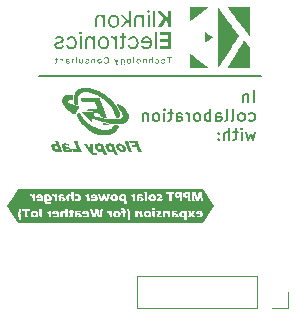
<source format=gbr>
%TF.GenerationSoftware,KiCad,Pcbnew,8.0.2*%
%TF.CreationDate,2024-05-30T14:17:59+02:00*%
%TF.ProjectId,MPPT_solar_charger_expansion_board,4d505054-5f73-46f6-9c61-725f63686172,1.00*%
%TF.SameCoordinates,Original*%
%TF.FileFunction,Legend,Bot*%
%TF.FilePolarity,Positive*%
%FSLAX46Y46*%
G04 Gerber Fmt 4.6, Leading zero omitted, Abs format (unit mm)*
G04 Created by KiCad (PCBNEW 8.0.2) date 2024-05-30 14:17:59*
%MOMM*%
%LPD*%
G01*
G04 APERTURE LIST*
%ADD10C,0.150000*%
%ADD11C,0.000000*%
%ADD12C,0.120000*%
G04 APERTURE END LIST*
D10*
X134708600Y-92588576D02*
X153453800Y-92588576D01*
X152888420Y-94806331D02*
X152888420Y-93806331D01*
X152412230Y-94139664D02*
X152412230Y-94806331D01*
X152412230Y-94234902D02*
X152364611Y-94187283D01*
X152364611Y-94187283D02*
X152269373Y-94139664D01*
X152269373Y-94139664D02*
X152126516Y-94139664D01*
X152126516Y-94139664D02*
X152031278Y-94187283D01*
X152031278Y-94187283D02*
X151983659Y-94282521D01*
X151983659Y-94282521D02*
X151983659Y-94806331D01*
X152459849Y-96368656D02*
X152555087Y-96416275D01*
X152555087Y-96416275D02*
X152745563Y-96416275D01*
X152745563Y-96416275D02*
X152840801Y-96368656D01*
X152840801Y-96368656D02*
X152888420Y-96321036D01*
X152888420Y-96321036D02*
X152936039Y-96225798D01*
X152936039Y-96225798D02*
X152936039Y-95940084D01*
X152936039Y-95940084D02*
X152888420Y-95844846D01*
X152888420Y-95844846D02*
X152840801Y-95797227D01*
X152840801Y-95797227D02*
X152745563Y-95749608D01*
X152745563Y-95749608D02*
X152555087Y-95749608D01*
X152555087Y-95749608D02*
X152459849Y-95797227D01*
X151888420Y-96416275D02*
X151983658Y-96368656D01*
X151983658Y-96368656D02*
X152031277Y-96321036D01*
X152031277Y-96321036D02*
X152078896Y-96225798D01*
X152078896Y-96225798D02*
X152078896Y-95940084D01*
X152078896Y-95940084D02*
X152031277Y-95844846D01*
X152031277Y-95844846D02*
X151983658Y-95797227D01*
X151983658Y-95797227D02*
X151888420Y-95749608D01*
X151888420Y-95749608D02*
X151745563Y-95749608D01*
X151745563Y-95749608D02*
X151650325Y-95797227D01*
X151650325Y-95797227D02*
X151602706Y-95844846D01*
X151602706Y-95844846D02*
X151555087Y-95940084D01*
X151555087Y-95940084D02*
X151555087Y-96225798D01*
X151555087Y-96225798D02*
X151602706Y-96321036D01*
X151602706Y-96321036D02*
X151650325Y-96368656D01*
X151650325Y-96368656D02*
X151745563Y-96416275D01*
X151745563Y-96416275D02*
X151888420Y-96416275D01*
X150983658Y-96416275D02*
X151078896Y-96368656D01*
X151078896Y-96368656D02*
X151126515Y-96273417D01*
X151126515Y-96273417D02*
X151126515Y-95416275D01*
X150459848Y-96416275D02*
X150555086Y-96368656D01*
X150555086Y-96368656D02*
X150602705Y-96273417D01*
X150602705Y-96273417D02*
X150602705Y-95416275D01*
X149650324Y-96416275D02*
X149650324Y-95892465D01*
X149650324Y-95892465D02*
X149697943Y-95797227D01*
X149697943Y-95797227D02*
X149793181Y-95749608D01*
X149793181Y-95749608D02*
X149983657Y-95749608D01*
X149983657Y-95749608D02*
X150078895Y-95797227D01*
X149650324Y-96368656D02*
X149745562Y-96416275D01*
X149745562Y-96416275D02*
X149983657Y-96416275D01*
X149983657Y-96416275D02*
X150078895Y-96368656D01*
X150078895Y-96368656D02*
X150126514Y-96273417D01*
X150126514Y-96273417D02*
X150126514Y-96178179D01*
X150126514Y-96178179D02*
X150078895Y-96082941D01*
X150078895Y-96082941D02*
X149983657Y-96035322D01*
X149983657Y-96035322D02*
X149745562Y-96035322D01*
X149745562Y-96035322D02*
X149650324Y-95987703D01*
X149174133Y-96416275D02*
X149174133Y-95416275D01*
X149174133Y-95797227D02*
X149078895Y-95749608D01*
X149078895Y-95749608D02*
X148888419Y-95749608D01*
X148888419Y-95749608D02*
X148793181Y-95797227D01*
X148793181Y-95797227D02*
X148745562Y-95844846D01*
X148745562Y-95844846D02*
X148697943Y-95940084D01*
X148697943Y-95940084D02*
X148697943Y-96225798D01*
X148697943Y-96225798D02*
X148745562Y-96321036D01*
X148745562Y-96321036D02*
X148793181Y-96368656D01*
X148793181Y-96368656D02*
X148888419Y-96416275D01*
X148888419Y-96416275D02*
X149078895Y-96416275D01*
X149078895Y-96416275D02*
X149174133Y-96368656D01*
X148126514Y-96416275D02*
X148221752Y-96368656D01*
X148221752Y-96368656D02*
X148269371Y-96321036D01*
X148269371Y-96321036D02*
X148316990Y-96225798D01*
X148316990Y-96225798D02*
X148316990Y-95940084D01*
X148316990Y-95940084D02*
X148269371Y-95844846D01*
X148269371Y-95844846D02*
X148221752Y-95797227D01*
X148221752Y-95797227D02*
X148126514Y-95749608D01*
X148126514Y-95749608D02*
X147983657Y-95749608D01*
X147983657Y-95749608D02*
X147888419Y-95797227D01*
X147888419Y-95797227D02*
X147840800Y-95844846D01*
X147840800Y-95844846D02*
X147793181Y-95940084D01*
X147793181Y-95940084D02*
X147793181Y-96225798D01*
X147793181Y-96225798D02*
X147840800Y-96321036D01*
X147840800Y-96321036D02*
X147888419Y-96368656D01*
X147888419Y-96368656D02*
X147983657Y-96416275D01*
X147983657Y-96416275D02*
X148126514Y-96416275D01*
X147364609Y-96416275D02*
X147364609Y-95749608D01*
X147364609Y-95940084D02*
X147316990Y-95844846D01*
X147316990Y-95844846D02*
X147269371Y-95797227D01*
X147269371Y-95797227D02*
X147174133Y-95749608D01*
X147174133Y-95749608D02*
X147078895Y-95749608D01*
X146316990Y-96416275D02*
X146316990Y-95892465D01*
X146316990Y-95892465D02*
X146364609Y-95797227D01*
X146364609Y-95797227D02*
X146459847Y-95749608D01*
X146459847Y-95749608D02*
X146650323Y-95749608D01*
X146650323Y-95749608D02*
X146745561Y-95797227D01*
X146316990Y-96368656D02*
X146412228Y-96416275D01*
X146412228Y-96416275D02*
X146650323Y-96416275D01*
X146650323Y-96416275D02*
X146745561Y-96368656D01*
X146745561Y-96368656D02*
X146793180Y-96273417D01*
X146793180Y-96273417D02*
X146793180Y-96178179D01*
X146793180Y-96178179D02*
X146745561Y-96082941D01*
X146745561Y-96082941D02*
X146650323Y-96035322D01*
X146650323Y-96035322D02*
X146412228Y-96035322D01*
X146412228Y-96035322D02*
X146316990Y-95987703D01*
X145983656Y-95749608D02*
X145602704Y-95749608D01*
X145840799Y-95416275D02*
X145840799Y-96273417D01*
X145840799Y-96273417D02*
X145793180Y-96368656D01*
X145793180Y-96368656D02*
X145697942Y-96416275D01*
X145697942Y-96416275D02*
X145602704Y-96416275D01*
X145269370Y-96416275D02*
X145269370Y-95749608D01*
X145269370Y-95416275D02*
X145316989Y-95463894D01*
X145316989Y-95463894D02*
X145269370Y-95511513D01*
X145269370Y-95511513D02*
X145221751Y-95463894D01*
X145221751Y-95463894D02*
X145269370Y-95416275D01*
X145269370Y-95416275D02*
X145269370Y-95511513D01*
X144650323Y-96416275D02*
X144745561Y-96368656D01*
X144745561Y-96368656D02*
X144793180Y-96321036D01*
X144793180Y-96321036D02*
X144840799Y-96225798D01*
X144840799Y-96225798D02*
X144840799Y-95940084D01*
X144840799Y-95940084D02*
X144793180Y-95844846D01*
X144793180Y-95844846D02*
X144745561Y-95797227D01*
X144745561Y-95797227D02*
X144650323Y-95749608D01*
X144650323Y-95749608D02*
X144507466Y-95749608D01*
X144507466Y-95749608D02*
X144412228Y-95797227D01*
X144412228Y-95797227D02*
X144364609Y-95844846D01*
X144364609Y-95844846D02*
X144316990Y-95940084D01*
X144316990Y-95940084D02*
X144316990Y-96225798D01*
X144316990Y-96225798D02*
X144364609Y-96321036D01*
X144364609Y-96321036D02*
X144412228Y-96368656D01*
X144412228Y-96368656D02*
X144507466Y-96416275D01*
X144507466Y-96416275D02*
X144650323Y-96416275D01*
X143888418Y-95749608D02*
X143888418Y-96416275D01*
X143888418Y-95844846D02*
X143840799Y-95797227D01*
X143840799Y-95797227D02*
X143745561Y-95749608D01*
X143745561Y-95749608D02*
X143602704Y-95749608D01*
X143602704Y-95749608D02*
X143507466Y-95797227D01*
X143507466Y-95797227D02*
X143459847Y-95892465D01*
X143459847Y-95892465D02*
X143459847Y-96416275D01*
X152983658Y-97359552D02*
X152793182Y-98026219D01*
X152793182Y-98026219D02*
X152602706Y-97550028D01*
X152602706Y-97550028D02*
X152412230Y-98026219D01*
X152412230Y-98026219D02*
X152221754Y-97359552D01*
X151840801Y-98026219D02*
X151840801Y-97359552D01*
X151840801Y-97026219D02*
X151888420Y-97073838D01*
X151888420Y-97073838D02*
X151840801Y-97121457D01*
X151840801Y-97121457D02*
X151793182Y-97073838D01*
X151793182Y-97073838D02*
X151840801Y-97026219D01*
X151840801Y-97026219D02*
X151840801Y-97121457D01*
X151507468Y-97359552D02*
X151126516Y-97359552D01*
X151364611Y-97026219D02*
X151364611Y-97883361D01*
X151364611Y-97883361D02*
X151316992Y-97978600D01*
X151316992Y-97978600D02*
X151221754Y-98026219D01*
X151221754Y-98026219D02*
X151126516Y-98026219D01*
X150793182Y-98026219D02*
X150793182Y-97026219D01*
X150364611Y-98026219D02*
X150364611Y-97502409D01*
X150364611Y-97502409D02*
X150412230Y-97407171D01*
X150412230Y-97407171D02*
X150507468Y-97359552D01*
X150507468Y-97359552D02*
X150650325Y-97359552D01*
X150650325Y-97359552D02*
X150745563Y-97407171D01*
X150745563Y-97407171D02*
X150793182Y-97454790D01*
X149888420Y-97930980D02*
X149840801Y-97978600D01*
X149840801Y-97978600D02*
X149888420Y-98026219D01*
X149888420Y-98026219D02*
X149936039Y-97978600D01*
X149936039Y-97978600D02*
X149888420Y-97930980D01*
X149888420Y-97930980D02*
X149888420Y-98026219D01*
X149888420Y-97407171D02*
X149840801Y-97454790D01*
X149840801Y-97454790D02*
X149888420Y-97502409D01*
X149888420Y-97502409D02*
X149936039Y-97454790D01*
X149936039Y-97454790D02*
X149888420Y-97407171D01*
X149888420Y-97407171D02*
X149888420Y-97502409D01*
D11*
%TO.C,G\u002A\u002A\u002A*%
G36*
X142256634Y-98280706D02*
G01*
X142277633Y-98336345D01*
X142312428Y-98426905D01*
X142352125Y-98528862D01*
X142393293Y-98633418D01*
X142432503Y-98731779D01*
X142437854Y-98745107D01*
X142470060Y-98825671D01*
X142497960Y-98896027D01*
X142519915Y-98952006D01*
X142534289Y-98989439D01*
X142539444Y-99004155D01*
X142535620Y-99005496D01*
X142509574Y-99007089D01*
X142464302Y-99007334D01*
X142406198Y-99006136D01*
X142272953Y-99001967D01*
X142195688Y-98798999D01*
X142181226Y-98761141D01*
X142144249Y-98665271D01*
X142104378Y-98562954D01*
X142063824Y-98459777D01*
X142024796Y-98361329D01*
X141989506Y-98273196D01*
X141960166Y-98200966D01*
X141938984Y-98150227D01*
X141915653Y-98095860D01*
X142051679Y-98095860D01*
X142187705Y-98095860D01*
X142256634Y-98280706D01*
G37*
G36*
X140161594Y-96593117D02*
G01*
X140209337Y-96602239D01*
X140254040Y-96611949D01*
X140322162Y-96626598D01*
X140400488Y-96643337D01*
X140479460Y-96660116D01*
X140544861Y-96674470D01*
X140603570Y-96689291D01*
X140642600Y-96702548D01*
X140666886Y-96715982D01*
X140681361Y-96731332D01*
X140689891Y-96744958D01*
X140695433Y-96764323D01*
X140682669Y-96777534D01*
X140672840Y-96780338D01*
X140636709Y-96784448D01*
X140580350Y-96787759D01*
X140509188Y-96789985D01*
X140428648Y-96790844D01*
X140341533Y-96790604D01*
X140276708Y-96789376D01*
X140231973Y-96786714D01*
X140202830Y-96782175D01*
X140184778Y-96775317D01*
X140173317Y-96765695D01*
X140168441Y-96759214D01*
X140151444Y-96727694D01*
X140134045Y-96685902D01*
X140119453Y-96642957D01*
X140110875Y-96607974D01*
X140111520Y-96590070D01*
X140126127Y-96588851D01*
X140161594Y-96593117D01*
G37*
G36*
X137938342Y-98135729D02*
G01*
X137944232Y-98155528D01*
X137960807Y-98203421D01*
X137985263Y-98269952D01*
X138015720Y-98350313D01*
X138050296Y-98439695D01*
X138087112Y-98533290D01*
X138124284Y-98626288D01*
X138159934Y-98713881D01*
X138192180Y-98791259D01*
X138219141Y-98853616D01*
X138288602Y-99009716D01*
X137932422Y-99005842D01*
X137576241Y-99001967D01*
X137537620Y-98907732D01*
X137498998Y-98813497D01*
X137685321Y-98818584D01*
X137693952Y-98818810D01*
X137765142Y-98819990D01*
X137826031Y-98819836D01*
X137870396Y-98818430D01*
X137892012Y-98815854D01*
X137895101Y-98807450D01*
X137889336Y-98773406D01*
X137871404Y-98713438D01*
X137841279Y-98627478D01*
X137798937Y-98515458D01*
X137744356Y-98377310D01*
X137677509Y-98212967D01*
X137677005Y-98211738D01*
X137657949Y-98163712D01*
X137644383Y-98126425D01*
X137639215Y-98107858D01*
X137645433Y-98104386D01*
X137674915Y-98099989D01*
X137723123Y-98096977D01*
X137783916Y-98095860D01*
X137928617Y-98095860D01*
X137938342Y-98135729D01*
G37*
G36*
X142671190Y-98099227D02*
G01*
X143020402Y-98103109D01*
X143096399Y-98313326D01*
X143097257Y-98315699D01*
X143127487Y-98397497D01*
X143165034Y-98496534D01*
X143207004Y-98605406D01*
X143250504Y-98716704D01*
X143292638Y-98823022D01*
X143330513Y-98916954D01*
X143361235Y-98991094D01*
X143361306Y-98991266D01*
X143357614Y-98999837D01*
X143335862Y-99005366D01*
X143292419Y-99008334D01*
X143223655Y-99009216D01*
X143078394Y-99009216D01*
X143041519Y-98911357D01*
X143022012Y-98859386D01*
X142996048Y-98789773D01*
X142973970Y-98730135D01*
X142943296Y-98646773D01*
X142766519Y-98646773D01*
X142589743Y-98646773D01*
X142562728Y-98570660D01*
X142551673Y-98539625D01*
X142537272Y-98499565D01*
X142528779Y-98476425D01*
X142528346Y-98473392D01*
X142537566Y-98466202D01*
X142565274Y-98461552D01*
X142614960Y-98459050D01*
X142690119Y-98458303D01*
X142753563Y-98457419D01*
X142808004Y-98454870D01*
X142844847Y-98451059D01*
X142858393Y-98446388D01*
X142857105Y-98438684D01*
X142848826Y-98408649D01*
X142835414Y-98367031D01*
X142812434Y-98299589D01*
X142602104Y-98295584D01*
X142391775Y-98291579D01*
X142356876Y-98205755D01*
X142340414Y-98163807D01*
X142327089Y-98126593D01*
X142321978Y-98107637D01*
X142328912Y-98105278D01*
X142360761Y-98102455D01*
X142414866Y-98100343D01*
X142487276Y-98099038D01*
X142574035Y-98098634D01*
X142671190Y-98099227D01*
G37*
G36*
X142039291Y-98855784D02*
G01*
X142008711Y-98922320D01*
X141953766Y-98973896D01*
X141874830Y-99009583D01*
X141865341Y-99012130D01*
X141804829Y-99020319D01*
X141730325Y-99021360D01*
X141653498Y-99015517D01*
X141586016Y-99003054D01*
X141493177Y-98968508D01*
X141397217Y-98909127D01*
X141316350Y-98832730D01*
X141254052Y-98743450D01*
X141213796Y-98645420D01*
X141206296Y-98593185D01*
X141466613Y-98593185D01*
X141470324Y-98619254D01*
X141489356Y-98671548D01*
X141519308Y-98727354D01*
X141554246Y-98776204D01*
X141588232Y-98807631D01*
X141624342Y-98823739D01*
X141675102Y-98833835D01*
X141721845Y-98832095D01*
X141753667Y-98817846D01*
X141768075Y-98786072D01*
X141767902Y-98737831D01*
X141754741Y-98681500D01*
X141731065Y-98624601D01*
X141699346Y-98574658D01*
X141662060Y-98539196D01*
X141649383Y-98531405D01*
X141590938Y-98508322D01*
X141538224Y-98507452D01*
X141497240Y-98529160D01*
X141476584Y-98558608D01*
X141466613Y-98593185D01*
X141206296Y-98593185D01*
X141199058Y-98542774D01*
X141204018Y-98486294D01*
X141230526Y-98419278D01*
X141280244Y-98369006D01*
X141353560Y-98335129D01*
X141450865Y-98317300D01*
X141472512Y-98315829D01*
X141586728Y-98323420D01*
X141698179Y-98354569D01*
X141801887Y-98406303D01*
X141892870Y-98475647D01*
X141966150Y-98559626D01*
X142016746Y-98655267D01*
X142025872Y-98681543D01*
X142045135Y-98775216D01*
X142044348Y-98786072D01*
X142039291Y-98855784D01*
G37*
G36*
X139248462Y-98681331D02*
G01*
X139248462Y-99034838D01*
X139306087Y-99086899D01*
X139307370Y-99088055D01*
X139366609Y-99132075D01*
X139421173Y-99151382D01*
X139477069Y-99148127D01*
X139478705Y-99147742D01*
X139523645Y-99138449D01*
X139548594Y-99140080D01*
X139561417Y-99156215D01*
X139569978Y-99190438D01*
X139571798Y-99199328D01*
X139581405Y-99245045D01*
X139589105Y-99279984D01*
X139589694Y-99302669D01*
X139571045Y-99318171D01*
X139546864Y-99321560D01*
X139502178Y-99324662D01*
X139448349Y-99326484D01*
X139411735Y-99326290D01*
X139335018Y-99318372D01*
X139266531Y-99297849D01*
X139202055Y-99262045D01*
X139137368Y-99208283D01*
X139068253Y-99133890D01*
X138990488Y-99036189D01*
X138989749Y-99035214D01*
X138919915Y-98943565D01*
X138837192Y-98835899D01*
X138746679Y-98718810D01*
X138653475Y-98598896D01*
X138562678Y-98482753D01*
X138558610Y-98477561D01*
X138516704Y-98423572D01*
X138482532Y-98378634D01*
X138459519Y-98347308D01*
X138451087Y-98334151D01*
X138453766Y-98332873D01*
X138477782Y-98330424D01*
X138521361Y-98328872D01*
X138577942Y-98328509D01*
X138704797Y-98329193D01*
X138814546Y-98484359D01*
X138814749Y-98484646D01*
X138860665Y-98550221D01*
X138904627Y-98614154D01*
X138941655Y-98669137D01*
X138966772Y-98707859D01*
X138984894Y-98735829D01*
X139006157Y-98765139D01*
X139017958Y-98776724D01*
X139020277Y-98772756D01*
X139020504Y-98748143D01*
X139015879Y-98708389D01*
X139012542Y-98683730D01*
X139006382Y-98626565D01*
X139000075Y-98556566D01*
X138994565Y-98483674D01*
X138984039Y-98327824D01*
X139116251Y-98327824D01*
X139248462Y-98327824D01*
X139248462Y-98681331D01*
G37*
G36*
X140251633Y-98806069D02*
G01*
X140291134Y-98907037D01*
X140329592Y-99003908D01*
X140364977Y-99091423D01*
X140395260Y-99164328D01*
X140411223Y-99202348D01*
X140432124Y-99253402D01*
X140446454Y-99290069D01*
X140451772Y-99306224D01*
X140448154Y-99308091D01*
X140422451Y-99310643D01*
X140377474Y-99311546D01*
X140319640Y-99310588D01*
X140187509Y-99306420D01*
X140158905Y-99226682D01*
X140153404Y-99211428D01*
X140133984Y-99158446D01*
X140112510Y-99100821D01*
X140091401Y-99044923D01*
X140073071Y-98997121D01*
X140059938Y-98963786D01*
X140054419Y-98951286D01*
X140047534Y-98954526D01*
X140021062Y-98967695D01*
X139981764Y-98987530D01*
X139929663Y-99008767D01*
X139839272Y-99022966D01*
X139749263Y-99010606D01*
X139662385Y-98973049D01*
X139581385Y-98911658D01*
X139509011Y-98827795D01*
X139448010Y-98722824D01*
X139421327Y-98652126D01*
X139407451Y-98580903D01*
X139672352Y-98580903D01*
X139676420Y-98636584D01*
X139696661Y-98696295D01*
X139730873Y-98752933D01*
X139776857Y-98799394D01*
X139823000Y-98825409D01*
X139873802Y-98834844D01*
X139917214Y-98824284D01*
X139947482Y-98795307D01*
X139958850Y-98749492D01*
X139958567Y-98741713D01*
X139950984Y-98696616D01*
X139935571Y-98642532D01*
X139915700Y-98588817D01*
X139894746Y-98544827D01*
X139876081Y-98519918D01*
X139864963Y-98513488D01*
X139822407Y-98502956D01*
X139771509Y-98502284D01*
X139724319Y-98510919D01*
X139692889Y-98528309D01*
X139686657Y-98536357D01*
X139672352Y-98580903D01*
X139407451Y-98580903D01*
X139404699Y-98566775D01*
X139405065Y-98487619D01*
X139423099Y-98422790D01*
X139440844Y-98395476D01*
X139489898Y-98356301D01*
X139561616Y-98330052D01*
X139656904Y-98316554D01*
X139776668Y-98315633D01*
X139921816Y-98327116D01*
X140084973Y-98345301D01*
X140110593Y-98427173D01*
X140123798Y-98466344D01*
X140147172Y-98531140D01*
X140177622Y-98612863D01*
X140213119Y-98706258D01*
X140229802Y-98749492D01*
X140251633Y-98806069D01*
G37*
G36*
X141139292Y-98778572D02*
G01*
X141181592Y-98887997D01*
X141221744Y-98989922D01*
X141255912Y-99074456D01*
X141270357Y-99109519D01*
X141298613Y-99178196D01*
X141322204Y-99235649D01*
X141338998Y-99276687D01*
X141346865Y-99296114D01*
X141344290Y-99304961D01*
X141325156Y-99310055D01*
X141285329Y-99311782D01*
X141220709Y-99310611D01*
X141087250Y-99306420D01*
X141021407Y-99132447D01*
X141017664Y-99122572D01*
X140992906Y-99057921D01*
X140972010Y-99004488D01*
X140957081Y-98967584D01*
X140950218Y-98952523D01*
X140941059Y-98953755D01*
X140919413Y-98968592D01*
X140873334Y-98995982D01*
X140805073Y-99016301D01*
X140727912Y-99023714D01*
X140711511Y-99023197D01*
X140625891Y-99004438D01*
X140543993Y-98961967D01*
X140469070Y-98900224D01*
X140404379Y-98823649D01*
X140353175Y-98736682D01*
X140318714Y-98643763D01*
X140308492Y-98577034D01*
X140570363Y-98577034D01*
X140572196Y-98632643D01*
X140591496Y-98692619D01*
X140626163Y-98750084D01*
X140674097Y-98798160D01*
X140722871Y-98826019D01*
X140774361Y-98835549D01*
X140817331Y-98823404D01*
X140846781Y-98791159D01*
X140857708Y-98740386D01*
X140856670Y-98726611D01*
X140846666Y-98682157D01*
X140829000Y-98629524D01*
X140807318Y-98577796D01*
X140785272Y-98536055D01*
X140766510Y-98513384D01*
X140756723Y-98508651D01*
X140715999Y-98501361D01*
X140666705Y-98502909D01*
X140621177Y-98512243D01*
X140591748Y-98528309D01*
X140588094Y-98532673D01*
X140570363Y-98577034D01*
X140308492Y-98577034D01*
X140304249Y-98549334D01*
X140313038Y-98457833D01*
X140334940Y-98404676D01*
X140373139Y-98364445D01*
X140429839Y-98336523D01*
X140507277Y-98320175D01*
X140607687Y-98314661D01*
X140733305Y-98319247D01*
X140784166Y-98322439D01*
X140852423Y-98326936D01*
X140903351Y-98333428D01*
X140941076Y-98345429D01*
X140969727Y-98366452D01*
X140993431Y-98400010D01*
X141016318Y-98449617D01*
X141042514Y-98518787D01*
X141076149Y-98611031D01*
X141098681Y-98671538D01*
X141124803Y-98740386D01*
X141139292Y-98778572D01*
G37*
G36*
X137406634Y-94190935D02*
G01*
X137558241Y-94203223D01*
X137553701Y-94275712D01*
X137552752Y-94290693D01*
X137549126Y-94346496D01*
X137544562Y-94415422D01*
X137539822Y-94485929D01*
X137530482Y-94623657D01*
X137398741Y-94632936D01*
X137310094Y-94642518D01*
X137237810Y-94659830D01*
X137187270Y-94686158D01*
X137154959Y-94723392D01*
X137137362Y-94773421D01*
X137134959Y-94792587D01*
X137138870Y-94819695D01*
X137154515Y-94844738D01*
X137184591Y-94869363D01*
X137231797Y-94895215D01*
X137298832Y-94923942D01*
X137388393Y-94957188D01*
X137503178Y-94996601D01*
X137508593Y-94998416D01*
X137605148Y-95030069D01*
X137701429Y-95060453D01*
X137790658Y-95087508D01*
X137866053Y-95109177D01*
X137920834Y-95123401D01*
X137948408Y-95130068D01*
X138004462Y-95145285D01*
X138047335Y-95159189D01*
X138069435Y-95169427D01*
X138084521Y-95194966D01*
X138087600Y-95232113D01*
X138075466Y-95262281D01*
X138065524Y-95276313D01*
X138042705Y-95311623D01*
X138009993Y-95363674D01*
X137970044Y-95428236D01*
X137925513Y-95501081D01*
X137887950Y-95562797D01*
X137842599Y-95637088D01*
X137802273Y-95702917D01*
X137770308Y-95754839D01*
X137750039Y-95787410D01*
X137724875Y-95821746D01*
X137697170Y-95842951D01*
X137664327Y-95847768D01*
X137622006Y-95835723D01*
X137565865Y-95806339D01*
X137491564Y-95759144D01*
X137381808Y-95682974D01*
X137230303Y-95566232D01*
X137089767Y-95444279D01*
X136963393Y-95320309D01*
X136854372Y-95197514D01*
X136765894Y-95079088D01*
X136701152Y-94968225D01*
X136683113Y-94930846D01*
X136665366Y-94889849D01*
X136654455Y-94853588D01*
X136648718Y-94813631D01*
X136646494Y-94761545D01*
X136646122Y-94688897D01*
X136646145Y-94668952D01*
X136647077Y-94600213D01*
X136650304Y-94550783D01*
X136657095Y-94512837D01*
X136668715Y-94478550D01*
X136686435Y-94440097D01*
X136730734Y-94364733D01*
X136799918Y-94288655D01*
X136883541Y-94236154D01*
X136923843Y-94222080D01*
X136999610Y-94205940D01*
X137092529Y-94194171D01*
X137195845Y-94187358D01*
X137302798Y-94186085D01*
X137406634Y-94190935D01*
G37*
G36*
X138088819Y-95696248D02*
G01*
X138115459Y-95723823D01*
X138145960Y-95777161D01*
X138241419Y-95943327D01*
X138379548Y-96134301D01*
X138543540Y-96317812D01*
X138731929Y-96492519D01*
X138943254Y-96657086D01*
X139176050Y-96810173D01*
X139428854Y-96950442D01*
X139605632Y-97032851D01*
X139813089Y-97108785D01*
X140011041Y-97157399D01*
X140199579Y-97178702D01*
X140378791Y-97172703D01*
X140548768Y-97139411D01*
X140709600Y-97078836D01*
X140745676Y-97058915D01*
X140815009Y-97010081D01*
X140889938Y-96946835D01*
X140963669Y-96875088D01*
X141029406Y-96800748D01*
X141059142Y-96773145D01*
X141085112Y-96768345D01*
X141106116Y-96772258D01*
X141150239Y-96777050D01*
X141210380Y-96781921D01*
X141279892Y-96786261D01*
X141280268Y-96786281D01*
X141354308Y-96790799D01*
X141403948Y-96795494D01*
X141433751Y-96801244D01*
X141448285Y-96808931D01*
X141452115Y-96819432D01*
X141450587Y-96830064D01*
X141437500Y-96868380D01*
X141413799Y-96921678D01*
X141382858Y-96983398D01*
X141348049Y-97046982D01*
X141312744Y-97105872D01*
X141280316Y-97153509D01*
X141252182Y-97188343D01*
X141177925Y-97265939D01*
X141090725Y-97343115D01*
X140999901Y-97411943D01*
X140914775Y-97464493D01*
X140844788Y-97497780D01*
X140751597Y-97535404D01*
X140652652Y-97569983D01*
X140558359Y-97597909D01*
X140479124Y-97615575D01*
X140467553Y-97617382D01*
X140378493Y-97626290D01*
X140271335Y-97630498D01*
X140155159Y-97630175D01*
X140039043Y-97625490D01*
X139932065Y-97616614D01*
X139843304Y-97603715D01*
X139726885Y-97577707D01*
X139489882Y-97503452D01*
X139258170Y-97402626D01*
X139033700Y-97276794D01*
X138818424Y-97127520D01*
X138614294Y-96956372D01*
X138423264Y-96764913D01*
X138247284Y-96554708D01*
X138088308Y-96327325D01*
X137948287Y-96084326D01*
X137920661Y-96029499D01*
X137895001Y-95974986D01*
X137877592Y-95933722D01*
X137871179Y-95911847D01*
X137871182Y-95911549D01*
X137880804Y-95886105D01*
X137905337Y-95847298D01*
X137939400Y-95802252D01*
X137977616Y-95758088D01*
X138014604Y-95721931D01*
X138028524Y-95710567D01*
X138061391Y-95692481D01*
X138088819Y-95696248D01*
G37*
G36*
X136570753Y-98786647D02*
G01*
X136599936Y-98859130D01*
X136623961Y-98919408D01*
X136640887Y-98962606D01*
X136648772Y-98983845D01*
X136650406Y-98991337D01*
X136646249Y-99000843D01*
X136628588Y-99006243D01*
X136592260Y-99008660D01*
X136532107Y-99009216D01*
X136475905Y-99008888D01*
X136436811Y-99006764D01*
X136414949Y-99001178D01*
X136404179Y-98990469D01*
X136398365Y-98972972D01*
X136387052Y-98943353D01*
X136372453Y-98940877D01*
X136351867Y-98966390D01*
X136335116Y-98986022D01*
X136301262Y-99008964D01*
X136261716Y-99019403D01*
X136190138Y-99022728D01*
X136112860Y-99012450D01*
X136041255Y-98989424D01*
X136026908Y-98982636D01*
X135937427Y-98923548D01*
X135858247Y-98843418D01*
X135793924Y-98748756D01*
X135749016Y-98646076D01*
X135738794Y-98595211D01*
X136000973Y-98595211D01*
X136002519Y-98611867D01*
X136019177Y-98664259D01*
X136049206Y-98721177D01*
X136086460Y-98772126D01*
X136124793Y-98806612D01*
X136130001Y-98809730D01*
X136168316Y-98827848D01*
X136198802Y-98835244D01*
X136205591Y-98834920D01*
X136246368Y-98820566D01*
X136278130Y-98791165D01*
X136290928Y-98755344D01*
X136286623Y-98724988D01*
X136273873Y-98677927D01*
X136255800Y-98624811D01*
X136235574Y-98574163D01*
X136216364Y-98534511D01*
X136201341Y-98514380D01*
X136193663Y-98511086D01*
X136160039Y-98504670D01*
X136115578Y-98502018D01*
X136100175Y-98502404D01*
X136044799Y-98515086D01*
X136011864Y-98545914D01*
X136000973Y-98595211D01*
X135738794Y-98595211D01*
X135728078Y-98541887D01*
X135727494Y-98470943D01*
X135740564Y-98410749D01*
X135770668Y-98367888D01*
X135820498Y-98340088D01*
X135892746Y-98325074D01*
X135990102Y-98320575D01*
X136028951Y-98320398D01*
X136081754Y-98319476D01*
X136117994Y-98317943D01*
X136131455Y-98316000D01*
X136130842Y-98313962D01*
X136121875Y-98292585D01*
X136104442Y-98253481D01*
X136081415Y-98203126D01*
X136031378Y-98094827D01*
X136169509Y-98098968D01*
X136307641Y-98103109D01*
X136376840Y-98291579D01*
X136389750Y-98326377D01*
X136424053Y-98416724D01*
X136463726Y-98519066D01*
X136504827Y-98623285D01*
X136543415Y-98719262D01*
X136558053Y-98755344D01*
X136570753Y-98786647D01*
G37*
G36*
X137003540Y-98326721D02*
G01*
X137070753Y-98336523D01*
X137121264Y-98345927D01*
X137154624Y-98356992D01*
X137176835Y-98372693D01*
X137193904Y-98396004D01*
X137211832Y-98429898D01*
X137226288Y-98458914D01*
X137241767Y-98491543D01*
X137247777Y-98506569D01*
X137246666Y-98507109D01*
X137226935Y-98504900D01*
X137187633Y-98497252D01*
X137135420Y-98485418D01*
X137081970Y-98473663D01*
X136998026Y-98460944D01*
X136936346Y-98460304D01*
X136898319Y-98471689D01*
X136885334Y-98495046D01*
X136895635Y-98519488D01*
X136930485Y-98546994D01*
X136985371Y-98571144D01*
X137055509Y-98589291D01*
X137126746Y-98604528D01*
X137247202Y-98641736D01*
X137341770Y-98688358D01*
X137409953Y-98744040D01*
X137451258Y-98808430D01*
X137465188Y-98881176D01*
X137464859Y-98900948D01*
X137457729Y-98949647D01*
X137438026Y-98980932D01*
X137401458Y-99003012D01*
X137369968Y-99012039D01*
X137317063Y-99019903D01*
X137259023Y-99023147D01*
X137235401Y-99023230D01*
X137192497Y-99021838D01*
X137167299Y-99015670D01*
X137151719Y-99001624D01*
X137137668Y-98976596D01*
X137136448Y-98974211D01*
X137113618Y-98934785D01*
X137091890Y-98904477D01*
X137089666Y-98901918D01*
X137079919Y-98887022D01*
X137089485Y-98881384D01*
X137123164Y-98881475D01*
X137129642Y-98881604D01*
X137167955Y-98877806D01*
X137191757Y-98868068D01*
X137191777Y-98868047D01*
X137200966Y-98841065D01*
X137189207Y-98808478D01*
X137160062Y-98780162D01*
X137131870Y-98766111D01*
X137090194Y-98749994D01*
X137044083Y-98734921D01*
X137001406Y-98723251D01*
X136970030Y-98717341D01*
X136957823Y-98719549D01*
X136960534Y-98729759D01*
X136972258Y-98762684D01*
X136991124Y-98811757D01*
X137014797Y-98870786D01*
X137071772Y-99010278D01*
X136941436Y-99006123D01*
X136811101Y-99001967D01*
X136731493Y-98798999D01*
X136699323Y-98716725D01*
X136664425Y-98626296D01*
X136638471Y-98556846D01*
X136620366Y-98504973D01*
X136609012Y-98467279D01*
X136603314Y-98440365D01*
X136602174Y-98420831D01*
X136604497Y-98405278D01*
X136615316Y-98382433D01*
X136653859Y-98350877D01*
X136715097Y-98328909D01*
X136795884Y-98317147D01*
X136893080Y-98316212D01*
X137003540Y-98326721D01*
G37*
G36*
X138641699Y-93605050D02*
G01*
X138748741Y-93612569D01*
X138843595Y-93624856D01*
X139004691Y-93656305D01*
X139263047Y-93722538D01*
X139520446Y-93806954D01*
X139772314Y-93907495D01*
X140014077Y-94022102D01*
X140241161Y-94148719D01*
X140448991Y-94285287D01*
X140632994Y-94429751D01*
X140771020Y-94560434D01*
X140908567Y-94712790D01*
X141039552Y-94879516D01*
X141161409Y-95056351D01*
X141271571Y-95239030D01*
X141367472Y-95423292D01*
X141446547Y-95604875D01*
X141506228Y-95779515D01*
X141543950Y-95942949D01*
X141547648Y-95965707D01*
X141556211Y-96029123D01*
X141556854Y-96070632D01*
X141548227Y-96095231D01*
X141528975Y-96107921D01*
X141497747Y-96113698D01*
X141490396Y-96114397D01*
X141445430Y-96117316D01*
X141385057Y-96119927D01*
X141320215Y-96121734D01*
X141195564Y-96124171D01*
X141162809Y-95990067D01*
X141131845Y-95877821D01*
X141050094Y-95656052D01*
X140943942Y-95441437D01*
X140816372Y-95240429D01*
X140721260Y-95114874D01*
X140535269Y-94904058D01*
X140329655Y-94710161D01*
X140107319Y-94535181D01*
X139871165Y-94381118D01*
X139624094Y-94249969D01*
X139369009Y-94143735D01*
X139108810Y-94064412D01*
X138963894Y-94031142D01*
X138784846Y-93999328D01*
X138626943Y-93982934D01*
X138491013Y-93981997D01*
X138377886Y-93996555D01*
X138288389Y-94026646D01*
X138232249Y-94059207D01*
X138146967Y-94133735D01*
X138075557Y-94232299D01*
X138017547Y-94355615D01*
X137972461Y-94504400D01*
X137970245Y-94513836D01*
X137957685Y-94579000D01*
X137949538Y-94649408D01*
X137945126Y-94732947D01*
X137943769Y-94837498D01*
X137943567Y-94873297D01*
X137941981Y-94943611D01*
X137939078Y-95000091D01*
X137935171Y-95037685D01*
X137930571Y-95051340D01*
X137923628Y-95050771D01*
X137892073Y-95045743D01*
X137844685Y-95036795D01*
X137788849Y-95025482D01*
X137731952Y-95013361D01*
X137681381Y-95001991D01*
X137644521Y-94992926D01*
X137628759Y-94987725D01*
X137626898Y-94976469D01*
X137624928Y-94940233D01*
X137623400Y-94883808D01*
X137622440Y-94812030D01*
X137622170Y-94729738D01*
X137622691Y-94671261D01*
X137632689Y-94468288D01*
X137655933Y-94289941D01*
X137693151Y-94134940D01*
X137745067Y-94002009D01*
X137812410Y-93889867D01*
X137895904Y-93797237D01*
X137996276Y-93722841D01*
X138114253Y-93665401D01*
X138250560Y-93623637D01*
X138253308Y-93623000D01*
X138328274Y-93611276D01*
X138423383Y-93604387D01*
X138530552Y-93602317D01*
X138641699Y-93605050D01*
G37*
G36*
X138818134Y-94435683D02*
G01*
X138988949Y-94436010D01*
X139031882Y-94436122D01*
X139174994Y-94436739D01*
X139309139Y-94437687D01*
X139431454Y-94438921D01*
X139539079Y-94440398D01*
X139629153Y-94442074D01*
X139698815Y-94443905D01*
X139745204Y-94445848D01*
X139765458Y-94447860D01*
X139785045Y-94457129D01*
X139805299Y-94475830D01*
X139825524Y-94506961D01*
X139847765Y-94554371D01*
X139874065Y-94621911D01*
X139906469Y-94713428D01*
X139911511Y-94727992D01*
X139942745Y-94816580D01*
X139979422Y-94918532D01*
X140017381Y-95022361D01*
X140052462Y-95116579D01*
X140069195Y-95161028D01*
X140107158Y-95262108D01*
X140149120Y-95374080D01*
X140191059Y-95486208D01*
X140228954Y-95587755D01*
X140258066Y-95665711D01*
X140286618Y-95741803D01*
X140310798Y-95805868D01*
X140328699Y-95852854D01*
X140338414Y-95877710D01*
X140348625Y-95902863D01*
X140375206Y-95971770D01*
X140398129Y-96035894D01*
X140415568Y-96089721D01*
X140425698Y-96127734D01*
X140426692Y-96144418D01*
X140415754Y-96149974D01*
X140387021Y-96152540D01*
X140339434Y-96149162D01*
X140269875Y-96139583D01*
X140175227Y-96123543D01*
X140117951Y-96113133D01*
X140031981Y-96096457D01*
X139970219Y-96082601D01*
X139929731Y-96070782D01*
X139907589Y-96060215D01*
X139900859Y-96050115D01*
X139900482Y-96047280D01*
X139892695Y-96021947D01*
X139876904Y-95979374D01*
X139855839Y-95927027D01*
X139836036Y-95882728D01*
X139803573Y-95829171D01*
X139766209Y-95796659D01*
X139717623Y-95780524D01*
X139651493Y-95776099D01*
X139629738Y-95775783D01*
X139562930Y-95772624D01*
X139501651Y-95767199D01*
X139463950Y-95762101D01*
X139440005Y-95754427D01*
X139432296Y-95739785D01*
X139433985Y-95712665D01*
X139431710Y-95673272D01*
X139407653Y-95638203D01*
X139405427Y-95636237D01*
X139392175Y-95627023D01*
X139374034Y-95619974D01*
X139346986Y-95614663D01*
X139307014Y-95610662D01*
X139250101Y-95607545D01*
X139172230Y-95604884D01*
X139069384Y-95602253D01*
X138762788Y-95595004D01*
X138743181Y-95533039D01*
X138736381Y-95511328D01*
X138730257Y-95486238D01*
X138730669Y-95466789D01*
X138740425Y-95452259D01*
X138762330Y-95441929D01*
X138799194Y-95435078D01*
X138853823Y-95430987D01*
X138929025Y-95428935D01*
X139027607Y-95428201D01*
X139152377Y-95428067D01*
X139249440Y-95427848D01*
X139358596Y-95426823D01*
X139443927Y-95424577D01*
X139508412Y-95420690D01*
X139555030Y-95414744D01*
X139586758Y-95406321D01*
X139606577Y-95395002D01*
X139617465Y-95380368D01*
X139622400Y-95362000D01*
X139621981Y-95350177D01*
X139613271Y-95310586D01*
X139596018Y-95253100D01*
X139572362Y-95183327D01*
X139544442Y-95106872D01*
X139514398Y-95029342D01*
X139484369Y-94956344D01*
X139456497Y-94893483D01*
X139432919Y-94846368D01*
X139415777Y-94820604D01*
X139378327Y-94783132D01*
X138854841Y-94775883D01*
X138331355Y-94768634D01*
X138307859Y-94733650D01*
X138292782Y-94706969D01*
X138271289Y-94662240D01*
X138248241Y-94609789D01*
X138227200Y-94558066D01*
X138211728Y-94515516D01*
X138205385Y-94490589D01*
X138205227Y-94484365D01*
X138206547Y-94473087D01*
X138211953Y-94463652D01*
X138223711Y-94455903D01*
X138244083Y-94449683D01*
X138275336Y-94444833D01*
X138319732Y-94441196D01*
X138379538Y-94438614D01*
X138457016Y-94436930D01*
X138554432Y-94435985D01*
X138674050Y-94435622D01*
X138818134Y-94435683D01*
G37*
G36*
X141346887Y-94979257D02*
G01*
X141426159Y-95007139D01*
X141503041Y-95038264D01*
X141682779Y-95125589D01*
X141836897Y-95223921D01*
X141966646Y-95334265D01*
X142073278Y-95457624D01*
X142158043Y-95595004D01*
X142167432Y-95613499D01*
X142221117Y-95730983D01*
X142256294Y-95835638D01*
X142274336Y-95934529D01*
X142276614Y-96034724D01*
X142264501Y-96143287D01*
X142257393Y-96178514D01*
X142216670Y-96291500D01*
X142152580Y-96397067D01*
X142069394Y-96490945D01*
X141971380Y-96568866D01*
X141862809Y-96626561D01*
X141747951Y-96659760D01*
X141703652Y-96664962D01*
X141628475Y-96669538D01*
X141535139Y-96672291D01*
X141429535Y-96673267D01*
X141317559Y-96672514D01*
X141205103Y-96670079D01*
X141098060Y-96666010D01*
X141002323Y-96660353D01*
X140923786Y-96653156D01*
X140757487Y-96629670D01*
X140535674Y-96588235D01*
X140300041Y-96534417D01*
X140056548Y-96469818D01*
X139811159Y-96396038D01*
X139569834Y-96314680D01*
X139338536Y-96227344D01*
X139305764Y-96214654D01*
X139269045Y-96201685D01*
X139249983Y-96196659D01*
X139243047Y-96203593D01*
X139225645Y-96232045D01*
X139201756Y-96277402D01*
X139174406Y-96334156D01*
X139164514Y-96355162D01*
X139131621Y-96418791D01*
X139105691Y-96458261D01*
X139087785Y-96471884D01*
X139077977Y-96466539D01*
X139049504Y-96442908D01*
X139006429Y-96403040D01*
X138951752Y-96349811D01*
X138888474Y-96286100D01*
X138819596Y-96214781D01*
X138786893Y-96180465D01*
X138709126Y-96098852D01*
X138632247Y-96018161D01*
X138561035Y-95943408D01*
X138500270Y-95879609D01*
X138454730Y-95831783D01*
X138408384Y-95782130D01*
X138370353Y-95739538D01*
X138344692Y-95708670D01*
X138335328Y-95694055D01*
X138335417Y-95690566D01*
X138337024Y-95677500D01*
X138342686Y-95667068D01*
X138355171Y-95659051D01*
X138377252Y-95653232D01*
X138411697Y-95649392D01*
X138461278Y-95647314D01*
X138528764Y-95646779D01*
X138616928Y-95647569D01*
X138728537Y-95649466D01*
X138866365Y-95652252D01*
X138966600Y-95654556D01*
X139077493Y-95657652D01*
X139176348Y-95661005D01*
X139259774Y-95664470D01*
X139324382Y-95667905D01*
X139366779Y-95671166D01*
X139383575Y-95674109D01*
X139385119Y-95685324D01*
X139380410Y-95719825D01*
X139369141Y-95770960D01*
X139352542Y-95832451D01*
X139339249Y-95879964D01*
X139326120Y-95932672D01*
X139318902Y-95969626D01*
X139318913Y-95984849D01*
X139342943Y-95994498D01*
X139390419Y-96009664D01*
X139455812Y-96028723D01*
X139533907Y-96050241D01*
X139619489Y-96072780D01*
X139707342Y-96094906D01*
X139792251Y-96115181D01*
X139916006Y-96143222D01*
X140111358Y-96184595D01*
X140288171Y-96217638D01*
X140452059Y-96243078D01*
X140608635Y-96261642D01*
X140763514Y-96274057D01*
X140922309Y-96281050D01*
X141090634Y-96283348D01*
X141157249Y-96283110D01*
X141285601Y-96280052D01*
X141390221Y-96272833D01*
X141474631Y-96260630D01*
X141542354Y-96242620D01*
X141596913Y-96217981D01*
X141641829Y-96185889D01*
X141680626Y-96145522D01*
X141715523Y-96093301D01*
X141747350Y-96005324D01*
X141755525Y-95908758D01*
X141740746Y-95807439D01*
X141703709Y-95705204D01*
X141645113Y-95605888D01*
X141565655Y-95513328D01*
X141524783Y-95466365D01*
X141470799Y-95387482D01*
X141414667Y-95288613D01*
X141382718Y-95228805D01*
X141346329Y-95163258D01*
X141314160Y-95107866D01*
X141290672Y-95070474D01*
X141261595Y-95022909D01*
X141249985Y-94987860D01*
X141259718Y-94969188D01*
X141291712Y-94966464D01*
X141346887Y-94979257D01*
G37*
D12*
%TO.C,J1*%
X142938000Y-112226400D02*
X142938000Y-109566400D01*
X153158000Y-109566400D02*
X142938000Y-109566400D01*
X153158000Y-112226400D02*
X142938000Y-112226400D01*
X153158000Y-112226400D02*
X153158000Y-109566400D01*
X154428000Y-112226400D02*
X155758000Y-112226400D01*
X155758000Y-112226400D02*
X155758000Y-110896400D01*
D11*
%TO.C,kibuzzard-65C8E163*%
G36*
X134741983Y-102743911D02*
G01*
X134769384Y-102759104D01*
X134789732Y-102782164D01*
X134801669Y-102807395D01*
X134809265Y-102841308D01*
X134630206Y-102841308D01*
X134629664Y-102825572D01*
X134639702Y-102777281D01*
X134668460Y-102747980D01*
X134710512Y-102738756D01*
X134741983Y-102743911D01*
G37*
G36*
X136105817Y-104136151D02*
G01*
X136133019Y-104151233D01*
X136153218Y-104174126D01*
X136165069Y-104199174D01*
X136172610Y-104232840D01*
X135994853Y-104232840D01*
X135994315Y-104217219D01*
X136004280Y-104169278D01*
X136032829Y-104140191D01*
X136074574Y-104131034D01*
X136105817Y-104136151D01*
G37*
G36*
X138647202Y-104136151D02*
G01*
X138674404Y-104151233D01*
X138694604Y-104174126D01*
X138706454Y-104199174D01*
X138713995Y-104232840D01*
X138536238Y-104232840D01*
X138535700Y-104217219D01*
X138545665Y-104169278D01*
X138574214Y-104140191D01*
X138615960Y-104131034D01*
X138647202Y-104136151D01*
G37*
G36*
X139356275Y-102743911D02*
G01*
X139383676Y-102759104D01*
X139404024Y-102782164D01*
X139415961Y-102807395D01*
X139423557Y-102841308D01*
X139244498Y-102841308D01*
X139243956Y-102825572D01*
X139253994Y-102777281D01*
X139282752Y-102747980D01*
X139324804Y-102738756D01*
X139356275Y-102743911D01*
G37*
G36*
X148273008Y-104136151D02*
G01*
X148300210Y-104151233D01*
X148320409Y-104174126D01*
X148332260Y-104199174D01*
X148339801Y-104232840D01*
X148162044Y-104232840D01*
X148161506Y-104217219D01*
X148171471Y-104169278D01*
X148200020Y-104140191D01*
X148241765Y-104131034D01*
X148273008Y-104136151D01*
G37*
G36*
X135473682Y-102791117D02*
G01*
X135528756Y-102847005D01*
X135548290Y-102924326D01*
X135537981Y-102978586D01*
X135503797Y-103017925D01*
X135453335Y-103032304D01*
X135383881Y-103004089D01*
X135342101Y-102927039D01*
X135333148Y-102865589D01*
X135329079Y-102778909D01*
X135389307Y-102772397D01*
X135473682Y-102791117D01*
G37*
G36*
X134339559Y-104182206D02*
G01*
X134380228Y-104234187D01*
X134393964Y-104308791D01*
X134386557Y-104361108D01*
X134364338Y-104399554D01*
X134290003Y-104431066D01*
X134229135Y-104413021D01*
X134188466Y-104359694D01*
X134174730Y-104284012D01*
X134185503Y-104223683D01*
X134220785Y-104180590D01*
X134278152Y-104164431D01*
X134339559Y-104182206D01*
G37*
G36*
X141099657Y-102790303D02*
G01*
X141140623Y-102842664D01*
X141154459Y-102917815D01*
X141146999Y-102970515D01*
X141124616Y-103009243D01*
X141049737Y-103040986D01*
X140988423Y-103022808D01*
X140947457Y-102969091D01*
X140933620Y-102892855D01*
X140944472Y-102832084D01*
X140980013Y-102788675D01*
X141037800Y-102772397D01*
X141099657Y-102790303D01*
G37*
G36*
X141324867Y-104182206D02*
G01*
X141365536Y-104234187D01*
X141379272Y-104308791D01*
X141371865Y-104361108D01*
X141349645Y-104399554D01*
X141275311Y-104431066D01*
X141214442Y-104413021D01*
X141173774Y-104359694D01*
X141160038Y-104284012D01*
X141170811Y-104223683D01*
X141206093Y-104180590D01*
X141263460Y-104164431D01*
X141324867Y-104182206D01*
G37*
G36*
X143913654Y-104182206D02*
G01*
X143954323Y-104234187D01*
X143968058Y-104308791D01*
X143960652Y-104361108D01*
X143938432Y-104399554D01*
X143864098Y-104431066D01*
X143803229Y-104413021D01*
X143762561Y-104359694D01*
X143748825Y-104284012D01*
X143759598Y-104223683D01*
X143794880Y-104180590D01*
X143852247Y-104164431D01*
X143913654Y-104182206D01*
G37*
G36*
X144322716Y-102790303D02*
G01*
X144363682Y-102842664D01*
X144377518Y-102917815D01*
X144370058Y-102970515D01*
X144347675Y-103009243D01*
X144272796Y-103040986D01*
X144211482Y-103022808D01*
X144170516Y-102969091D01*
X144156679Y-102892855D01*
X144167531Y-102832084D01*
X144203072Y-102788675D01*
X144260859Y-102772397D01*
X144322716Y-102790303D01*
G37*
G36*
X141852789Y-102779451D02*
G01*
X141858758Y-102819332D01*
X141862013Y-102861113D01*
X141863641Y-102903164D01*
X141849805Y-102977772D01*
X141811280Y-103024436D01*
X141758376Y-103040986D01*
X141703573Y-103023894D01*
X141663963Y-102972618D01*
X141649313Y-102895568D01*
X141656977Y-102843207D01*
X141679970Y-102802240D01*
X141717613Y-102775789D01*
X141769228Y-102766971D01*
X141852789Y-102779451D01*
G37*
G36*
X146955990Y-104171433D02*
G01*
X146961916Y-104211024D01*
X146965148Y-104252501D01*
X146966764Y-104294247D01*
X146953028Y-104368312D01*
X146914783Y-104414637D01*
X146862264Y-104431066D01*
X146807860Y-104414098D01*
X146768538Y-104363195D01*
X146753994Y-104286706D01*
X146761603Y-104234725D01*
X146784428Y-104194057D01*
X146821797Y-104167797D01*
X146873037Y-104159044D01*
X146955990Y-104171433D01*
G37*
G36*
X149506334Y-103629600D02*
G01*
X148556973Y-105053642D01*
X148556880Y-105053642D01*
X148226683Y-105053642D01*
X147947120Y-105053642D01*
X147204312Y-105053642D01*
X146286439Y-105053642D01*
X145801109Y-105053642D01*
X144862230Y-105053642D01*
X144516412Y-105053642D01*
X143862482Y-105053642D01*
X143458489Y-105053642D01*
X142343468Y-105053642D01*
X142102929Y-105053642D01*
X141993341Y-105053642D01*
X141273695Y-105053642D01*
X140864854Y-105053642D01*
X139963141Y-105053642D01*
X138969942Y-105053642D01*
X138600877Y-105053642D01*
X138085921Y-105053642D01*
X137655216Y-105053642D01*
X137364120Y-105053642D01*
X137128727Y-105053642D01*
X136059492Y-105053642D01*
X135722293Y-105053642D01*
X134963324Y-105053642D01*
X134288387Y-105053642D01*
X133708792Y-105053642D01*
X133025236Y-105053642D01*
X132919120Y-105053642D01*
X132919027Y-105053642D01*
X132397681Y-104271623D01*
X132919120Y-104271623D01*
X132922083Y-104362058D01*
X132930970Y-104452373D01*
X132945784Y-104542568D01*
X132960748Y-104610742D01*
X132978978Y-104680060D01*
X133000474Y-104750523D01*
X133025236Y-104822131D01*
X133113575Y-104821054D01*
X133196529Y-104822131D01*
X133175521Y-104753587D01*
X133162054Y-104705242D01*
X133148588Y-104648145D01*
X133137276Y-104588892D01*
X133124416Y-104499408D01*
X133114922Y-104408712D01*
X133109064Y-104320170D01*
X133107111Y-104237149D01*
X133107987Y-104182476D01*
X133110613Y-104126186D01*
X133114720Y-104070031D01*
X133120039Y-104015761D01*
X133126234Y-103964050D01*
X133132967Y-103915571D01*
X133145356Y-103834772D01*
X133211072Y-103834772D01*
X133214304Y-103887022D01*
X133217267Y-103956509D01*
X133218075Y-103997985D01*
X133290434Y-103994993D01*
X133353816Y-103993197D01*
X133408221Y-103992599D01*
X133445927Y-103992599D01*
X133453064Y-104084305D01*
X133458316Y-104168740D01*
X133461967Y-104245199D01*
X133465019Y-104320162D01*
X133467473Y-104393629D01*
X133469897Y-104492271D01*
X133470705Y-104570039D01*
X133543424Y-104569231D01*
X133584900Y-104568962D01*
X133627454Y-104569231D01*
X133708792Y-104570039D01*
X133701536Y-104494166D01*
X133695160Y-104416137D01*
X133689664Y-104335954D01*
X133686872Y-104286167D01*
X133958729Y-104286167D01*
X133963240Y-104342389D01*
X133976774Y-104395784D01*
X134001081Y-104446148D01*
X134037911Y-104493281D01*
X134086862Y-104533074D01*
X134147528Y-104561421D01*
X134216005Y-104578389D01*
X134288387Y-104584045D01*
X134355450Y-104579062D01*
X134419819Y-104564114D01*
X134477658Y-104539605D01*
X134525127Y-104505939D01*
X134562159Y-104463924D01*
X134588688Y-104414368D01*
X134604646Y-104359694D01*
X134609965Y-104302327D01*
X134604781Y-104244960D01*
X134589227Y-104190286D01*
X134562429Y-104139652D01*
X134523511Y-104094405D01*
X134473214Y-104056766D01*
X134412278Y-104028958D01*
X134355650Y-104014576D01*
X134344677Y-104011789D01*
X134274382Y-104006065D01*
X134208868Y-104011183D01*
X134145912Y-104026534D01*
X134089016Y-104051515D01*
X134041682Y-104085517D01*
X134004716Y-104127263D01*
X133978928Y-104175473D01*
X133963779Y-104228867D01*
X133958729Y-104286167D01*
X133686872Y-104286167D01*
X133685047Y-104253617D01*
X133681309Y-104169125D01*
X133678451Y-104082478D01*
X133676472Y-103993676D01*
X133905940Y-103999601D01*
X133903247Y-103939810D01*
X133901362Y-103889581D01*
X133900015Y-103834772D01*
X134690764Y-103834772D01*
X134696809Y-103914134D01*
X134702016Y-103990624D01*
X134706385Y-104064240D01*
X134709886Y-104138423D01*
X134712849Y-104210149D01*
X134715273Y-104279417D01*
X134717158Y-104346227D01*
X134718954Y-104429390D01*
X134720031Y-104503994D01*
X134720390Y-104570039D01*
X134830815Y-104568962D01*
X134880102Y-104569231D01*
X134963324Y-104570039D01*
X134956002Y-104465018D01*
X134949656Y-104366225D01*
X134944286Y-104273660D01*
X134940099Y-104191363D01*
X135306449Y-104191363D01*
X135361931Y-104182745D01*
X135417682Y-104192171D01*
X135459159Y-104220720D01*
X135487977Y-104268391D01*
X135497134Y-104305289D01*
X135503059Y-104358886D01*
X135506291Y-104425275D01*
X135507368Y-104500553D01*
X135505214Y-104570039D01*
X135557598Y-104569231D01*
X135610252Y-104568962D01*
X135664387Y-104569231D01*
X135722293Y-104570039D01*
X135705594Y-104330876D01*
X135702278Y-104246306D01*
X135792318Y-104246306D01*
X135799321Y-104314716D01*
X136176919Y-104315255D01*
X136177458Y-104330876D01*
X136167089Y-104381375D01*
X136135981Y-104416522D01*
X136089926Y-104437126D01*
X136034714Y-104443994D01*
X135953646Y-104435644D01*
X135902810Y-104424400D01*
X135841336Y-104407365D01*
X135851570Y-104462577D01*
X135868269Y-104563576D01*
X135925770Y-104573877D01*
X135973307Y-104580005D01*
X136059492Y-104584045D01*
X136121034Y-104581823D01*
X136177458Y-104575157D01*
X136227620Y-104562835D01*
X136270376Y-104543645D01*
X136335823Y-104487356D01*
X136375953Y-104407365D01*
X136386255Y-104360367D01*
X136389689Y-104312023D01*
X136382821Y-104243815D01*
X136362217Y-104177089D01*
X136362073Y-104176820D01*
X136474258Y-104176820D01*
X136475066Y-104215334D01*
X136478567Y-104275933D01*
X136490418Y-104457460D01*
X136492842Y-104513750D01*
X136493111Y-104570039D01*
X136547920Y-104569231D01*
X136600304Y-104568962D01*
X136658344Y-104569231D01*
X136717193Y-104570039D01*
X136708574Y-104492944D01*
X136701033Y-104404941D01*
X136695781Y-104323402D01*
X136694030Y-104265698D01*
X136715307Y-104194595D01*
X136771597Y-104174126D01*
X136827079Y-104187054D01*
X136864785Y-104222067D01*
X136887947Y-104279703D01*
X136897508Y-104336397D01*
X136904645Y-104414906D01*
X136907877Y-104478468D01*
X136911109Y-104570039D01*
X136963763Y-104569231D01*
X137012915Y-104568962D01*
X137065839Y-104569231D01*
X137128727Y-104570039D01*
X137121320Y-104496917D01*
X137116338Y-104438068D01*
X137111250Y-104361998D01*
X137106043Y-104278147D01*
X137100717Y-104186515D01*
X137096475Y-104093597D01*
X137094251Y-104028150D01*
X137192288Y-104028150D01*
X137195520Y-104121203D01*
X137196598Y-104176281D01*
X137320489Y-104176281D01*
X137326953Y-104310945D01*
X137328030Y-104349729D01*
X137322374Y-104392821D01*
X137302444Y-104417599D01*
X137270932Y-104425141D01*
X137243999Y-104423255D01*
X137194443Y-104411674D01*
X137211141Y-104500014D01*
X137222992Y-104565730D01*
X137306214Y-104580813D01*
X137364120Y-104584045D01*
X137445457Y-104576234D01*
X137504710Y-104547685D01*
X137537029Y-104500014D01*
X137545648Y-104442916D01*
X137545109Y-104423794D01*
X137541338Y-104362656D01*
X137529488Y-104176281D01*
X137613518Y-104176281D01*
X137612399Y-104157428D01*
X137695933Y-104157428D01*
X137697953Y-104206446D01*
X137704013Y-104293170D01*
X137708980Y-104370856D01*
X137713110Y-104463146D01*
X137716402Y-104570039D01*
X137769056Y-104569231D01*
X137821440Y-104568962D01*
X137873690Y-104569231D01*
X137929172Y-104570039D01*
X137923965Y-104516533D01*
X137918398Y-104435016D01*
X137912473Y-104325489D01*
X137944523Y-104339494D01*
X137985192Y-104352422D01*
X138030708Y-104366966D01*
X138059257Y-104382048D01*
X138076494Y-104400901D01*
X138081612Y-104422447D01*
X138067068Y-104453690D01*
X138020743Y-104466617D01*
X137996504Y-104464732D01*
X137960952Y-104455305D01*
X137978055Y-104506343D01*
X137998120Y-104576503D01*
X138085921Y-104584045D01*
X138147126Y-104579399D01*
X138197154Y-104565461D01*
X138236476Y-104541154D01*
X138265563Y-104505401D01*
X138289533Y-104422447D01*
X138280645Y-104372891D01*
X138252905Y-104325489D01*
X138208735Y-104285898D01*
X138139517Y-104254925D01*
X138109187Y-104246306D01*
X138333703Y-104246306D01*
X138340706Y-104314716D01*
X138718304Y-104315255D01*
X138718843Y-104330876D01*
X138708474Y-104381375D01*
X138677367Y-104416522D01*
X138631311Y-104437126D01*
X138576099Y-104443994D01*
X138495031Y-104435644D01*
X138444195Y-104424400D01*
X138382721Y-104407365D01*
X138392955Y-104462577D01*
X138409654Y-104563576D01*
X138467156Y-104573877D01*
X138514692Y-104580005D01*
X138600877Y-104584045D01*
X138662419Y-104581823D01*
X138718843Y-104575157D01*
X138769006Y-104562835D01*
X138811762Y-104543645D01*
X138877208Y-104487356D01*
X138917338Y-104407365D01*
X138927640Y-104360367D01*
X138931074Y-104312023D01*
X138924206Y-104243815D01*
X138903603Y-104177089D01*
X138872158Y-104118308D01*
X138832769Y-104073936D01*
X138786108Y-104042155D01*
X138732848Y-104021148D01*
X138675616Y-104009432D01*
X138617037Y-104005527D01*
X138557044Y-104009095D01*
X138499879Y-104019801D01*
X138448370Y-104039395D01*
X138405345Y-104069627D01*
X138372150Y-104107468D01*
X138350132Y-104149887D01*
X138337810Y-104196346D01*
X138333703Y-104246306D01*
X138109187Y-104246306D01*
X138089759Y-104240785D01*
X138028284Y-104227453D01*
X137976843Y-104215872D01*
X137943446Y-104205099D01*
X137927286Y-104194326D01*
X137918398Y-104181398D01*
X137915705Y-104167124D01*
X137932942Y-104135612D01*
X137983576Y-104124570D01*
X138050190Y-104130375D01*
X138126500Y-104147792D01*
X138212505Y-104176820D01*
X138199577Y-104103293D01*
X138190959Y-104040001D01*
X138092385Y-104021148D01*
X138003506Y-104009836D01*
X137945508Y-104007074D01*
X137924324Y-104006065D01*
X137863455Y-104009634D01*
X137807974Y-104020340D01*
X137760976Y-104038991D01*
X137725559Y-104066395D01*
X137703339Y-104105044D01*
X137695933Y-104157428D01*
X137612399Y-104157428D01*
X137610960Y-104133188D01*
X137608670Y-104078245D01*
X137607054Y-104028150D01*
X137517637Y-104028150D01*
X137514001Y-103988694D01*
X137509558Y-103919880D01*
X137417447Y-103901027D01*
X137377856Y-103892409D01*
X137309716Y-103876249D01*
X137312948Y-103949506D01*
X137315102Y-104028150D01*
X137192288Y-104028150D01*
X137094251Y-104028150D01*
X137093445Y-104004449D01*
X137091627Y-103918399D01*
X137091021Y-103834772D01*
X138973628Y-103834772D01*
X139182627Y-104460692D01*
X139216024Y-104570039D01*
X139291705Y-104569231D01*
X139357152Y-104568962D01*
X139424080Y-104569231D01*
X139497742Y-104570039D01*
X139510131Y-104496243D01*
X139557533Y-104239304D01*
X139564266Y-104191633D01*
X139572615Y-104115413D01*
X139591468Y-104198905D01*
X139606012Y-104255464D01*
X139692736Y-104570039D01*
X139767205Y-104569231D01*
X139827938Y-104568962D01*
X139890288Y-104569231D01*
X139963141Y-104570039D01*
X139981456Y-104470927D01*
X139989670Y-104428911D01*
X140001386Y-104372891D01*
X140040996Y-104191363D01*
X140449010Y-104191363D01*
X140504492Y-104182745D01*
X140560243Y-104192171D01*
X140601720Y-104220720D01*
X140630538Y-104268391D01*
X140639695Y-104305289D01*
X140645620Y-104358886D01*
X140648852Y-104425275D01*
X140649930Y-104500553D01*
X140647775Y-104570039D01*
X140700159Y-104569231D01*
X140752813Y-104568962D01*
X140806948Y-104569231D01*
X140864854Y-104570039D01*
X140848155Y-104330876D01*
X140846402Y-104286167D01*
X140944036Y-104286167D01*
X140948548Y-104342389D01*
X140962081Y-104395784D01*
X140986388Y-104446148D01*
X141023219Y-104493281D01*
X141072170Y-104533074D01*
X141132836Y-104561421D01*
X141201313Y-104578389D01*
X141273695Y-104584045D01*
X141340758Y-104579062D01*
X141405127Y-104564114D01*
X141462965Y-104539605D01*
X141510435Y-104505939D01*
X141547467Y-104463924D01*
X141573996Y-104414368D01*
X141589954Y-104359694D01*
X141595273Y-104302327D01*
X141590089Y-104244960D01*
X141574535Y-104190286D01*
X141547737Y-104139652D01*
X141508819Y-104094405D01*
X141458521Y-104056766D01*
X141397586Y-104028958D01*
X141329984Y-104011789D01*
X141259690Y-104006065D01*
X141194175Y-104011183D01*
X141131220Y-104026534D01*
X141074324Y-104051515D01*
X141048109Y-104070346D01*
X141026990Y-104085517D01*
X140990024Y-104127263D01*
X140964236Y-104175473D01*
X140949086Y-104228867D01*
X140944036Y-104286167D01*
X140846402Y-104286167D01*
X140842769Y-104193518D01*
X140842230Y-104117567D01*
X140842500Y-104073532D01*
X140843308Y-104020070D01*
X140784863Y-104020878D01*
X140739885Y-104021148D01*
X140691810Y-104020878D01*
X140637002Y-104020070D01*
X140639156Y-104080939D01*
X140604682Y-104045657D01*
X140573979Y-104024649D01*
X140537889Y-104010644D01*
X140498567Y-104006065D01*
X140490314Y-104007097D01*
X140455474Y-104011452D01*
X140454532Y-104065048D01*
X140452781Y-104108410D01*
X140449010Y-104191363D01*
X140040996Y-104191363D01*
X140089187Y-103970514D01*
X140090448Y-103965127D01*
X141603892Y-103965127D01*
X141654525Y-103950584D01*
X141699773Y-103945736D01*
X141745289Y-103959202D01*
X141761718Y-104008759D01*
X141761180Y-104024918D01*
X141637288Y-104024918D01*
X141641598Y-104093328D01*
X141645907Y-104174665D01*
X141757948Y-104174665D01*
X141775723Y-104570039D01*
X141835245Y-104569231D01*
X141885609Y-104568962D01*
X141935704Y-104569231D01*
X141993341Y-104570039D01*
X141989075Y-104521129D01*
X141984464Y-104457137D01*
X141979508Y-104378062D01*
X141974208Y-104283905D01*
X141968563Y-104174665D01*
X142034279Y-104174665D01*
X142029700Y-104103562D01*
X142026199Y-104024918D01*
X141949710Y-104024918D01*
X141950248Y-103987751D01*
X141945131Y-103910184D01*
X141926278Y-103862513D01*
X141895550Y-103834772D01*
X142119387Y-103834772D01*
X142142549Y-103920957D01*
X142163826Y-104009028D01*
X142174801Y-104060470D01*
X142184564Y-104111911D01*
X142193115Y-104164229D01*
X142200455Y-104218296D01*
X142206312Y-104273509D01*
X142210420Y-104329260D01*
X142212844Y-104385280D01*
X142213652Y-104441300D01*
X142213046Y-104499610D01*
X142211228Y-104552802D01*
X142208063Y-104602494D01*
X142203417Y-104650299D01*
X142192105Y-104728405D01*
X142184160Y-104767457D01*
X142172175Y-104822131D01*
X142254590Y-104821054D01*
X142343468Y-104822131D01*
X142359987Y-104757522D01*
X142374351Y-104691537D01*
X142386561Y-104624175D01*
X142395838Y-104555915D01*
X142401404Y-104487236D01*
X142403259Y-104418138D01*
X142400266Y-104327584D01*
X142391289Y-104236192D01*
X142382181Y-104180052D01*
X142803481Y-104180052D01*
X142807791Y-104268391D01*
X142816948Y-104463385D01*
X142818968Y-104518867D01*
X142819641Y-104570039D01*
X142872295Y-104569231D01*
X142921447Y-104568962D01*
X142982720Y-104569231D01*
X143038336Y-104570039D01*
X143033353Y-104509104D01*
X143028101Y-104424333D01*
X143024062Y-104341985D01*
X143022715Y-104288322D01*
X143028573Y-104236678D01*
X143046147Y-104203483D01*
X143105129Y-104179513D01*
X143164112Y-104199982D01*
X143206936Y-104259504D01*
X143219796Y-104311147D01*
X143228213Y-104387973D01*
X143233397Y-104478198D01*
X143236562Y-104570039D01*
X143289754Y-104569231D01*
X143341600Y-104568962D01*
X143397755Y-104569231D01*
X143458489Y-104570039D01*
X143448883Y-104485680D01*
X143440893Y-104395634D01*
X143434518Y-104299903D01*
X143433811Y-104286167D01*
X143532823Y-104286167D01*
X143537335Y-104342389D01*
X143550868Y-104395784D01*
X143575175Y-104446148D01*
X143612006Y-104493281D01*
X143660956Y-104533074D01*
X143721623Y-104561421D01*
X143790100Y-104578389D01*
X143862482Y-104584045D01*
X143929544Y-104579062D01*
X143993914Y-104564114D01*
X144051752Y-104539605D01*
X144099222Y-104505939D01*
X144136254Y-104463924D01*
X144162783Y-104414368D01*
X144178741Y-104359694D01*
X144184060Y-104302327D01*
X144178875Y-104244960D01*
X144163322Y-104190286D01*
X144136524Y-104139652D01*
X144097606Y-104094405D01*
X144047308Y-104056766D01*
X143986373Y-104028958D01*
X143951377Y-104020070D01*
X144265397Y-104020070D01*
X144273275Y-104115682D01*
X144278594Y-104198905D01*
X144281894Y-104278222D01*
X144283712Y-104362118D01*
X144284909Y-104453211D01*
X144285627Y-104522518D01*
X144285866Y-104570039D01*
X144345523Y-104569231D01*
X144396291Y-104568962D01*
X144449214Y-104569231D01*
X144516412Y-104570039D01*
X144509813Y-104510114D01*
X144505100Y-104461769D01*
X144501397Y-104413290D01*
X144497828Y-104352961D01*
X144494529Y-104283204D01*
X144491633Y-104206446D01*
X144490753Y-104176820D01*
X144604213Y-104176820D01*
X144668178Y-104157428D01*
X144729720Y-104150964D01*
X144791396Y-104159583D01*
X144810518Y-104185977D01*
X144808364Y-104197289D01*
X144800553Y-104208600D01*
X144786548Y-104220720D01*
X144745880Y-104249538D01*
X144695246Y-104286706D01*
X144649191Y-104330606D01*
X144624951Y-104373699D01*
X144616602Y-104421909D01*
X144635186Y-104492204D01*
X144691206Y-104545800D01*
X144772274Y-104575695D01*
X144862230Y-104584045D01*
X144940604Y-104578658D01*
X144991575Y-104571251D01*
X145050221Y-104559805D01*
X145054530Y-104509979D01*
X145061533Y-104438068D01*
X145065842Y-104399285D01*
X145017228Y-104417128D01*
X144975886Y-104429719D01*
X144906399Y-104439684D01*
X144863576Y-104434837D01*
X144839606Y-104420831D01*
X144832065Y-104401978D01*
X144837721Y-104385011D01*
X144863307Y-104362118D01*
X144904851Y-104331280D01*
X144941143Y-104303404D01*
X144991777Y-104256541D01*
X145017632Y-104212371D01*
X145023492Y-104180052D01*
X145146102Y-104180052D01*
X145150411Y-104268391D01*
X145159568Y-104463385D01*
X145161588Y-104518867D01*
X145162262Y-104570039D01*
X145214915Y-104569231D01*
X145264068Y-104568962D01*
X145325340Y-104569231D01*
X145380957Y-104570039D01*
X145375974Y-104509104D01*
X145370722Y-104424333D01*
X145366682Y-104341985D01*
X145365335Y-104288322D01*
X145371193Y-104236678D01*
X145388767Y-104203483D01*
X145447750Y-104179513D01*
X145506733Y-104199982D01*
X145549556Y-104259504D01*
X145562417Y-104311147D01*
X145570833Y-104387973D01*
X145576018Y-104478198D01*
X145579182Y-104570039D01*
X145632375Y-104569231D01*
X145684221Y-104568962D01*
X145740376Y-104569231D01*
X145801109Y-104570039D01*
X145791503Y-104485680D01*
X145783513Y-104395634D01*
X145777139Y-104299903D01*
X145773385Y-104226965D01*
X145770531Y-104157428D01*
X145896452Y-104157428D01*
X145898472Y-104206446D01*
X145904531Y-104293170D01*
X145909499Y-104370856D01*
X145913629Y-104463146D01*
X145916921Y-104570039D01*
X145969574Y-104569231D01*
X146021959Y-104568962D01*
X146074208Y-104569231D01*
X146129690Y-104570039D01*
X146124483Y-104516533D01*
X146118917Y-104435016D01*
X146112992Y-104325489D01*
X146145042Y-104339494D01*
X146185711Y-104352422D01*
X146231227Y-104366966D01*
X146259776Y-104382048D01*
X146277013Y-104400901D01*
X146282130Y-104422447D01*
X146267586Y-104453690D01*
X146221262Y-104466617D01*
X146197022Y-104464732D01*
X146161471Y-104455305D01*
X146178573Y-104506343D01*
X146198638Y-104576503D01*
X146286439Y-104584045D01*
X146347644Y-104579399D01*
X146397672Y-104565461D01*
X146436994Y-104541154D01*
X146466082Y-104505401D01*
X146490052Y-104422447D01*
X146481164Y-104372891D01*
X146453423Y-104325489D01*
X146419769Y-104295324D01*
X146543379Y-104295324D01*
X146547419Y-104351008D01*
X146559539Y-104404941D01*
X146580008Y-104455373D01*
X146609095Y-104500553D01*
X146644983Y-104537585D01*
X146685854Y-104563576D01*
X146731707Y-104578927D01*
X146782543Y-104584045D01*
X146837217Y-104578927D01*
X146890813Y-104564114D01*
X146933098Y-104544453D01*
X146975382Y-104515635D01*
X146981307Y-104665920D01*
X146984135Y-104756684D01*
X146985078Y-104822131D01*
X147043118Y-104821323D01*
X147092271Y-104821054D01*
X147139673Y-104821323D01*
X147204312Y-104822131D01*
X147197848Y-104748574D01*
X147192102Y-104675138D01*
X147187074Y-104601820D01*
X147181368Y-104511612D01*
X147176638Y-104428979D01*
X147172884Y-104353920D01*
X147170107Y-104286436D01*
X147167563Y-104201777D01*
X147166037Y-104117657D01*
X147165528Y-104034075D01*
X147068031Y-104020138D01*
X147067435Y-104020070D01*
X147246865Y-104020070D01*
X147333051Y-104133188D01*
X147372777Y-104186515D01*
X147441321Y-104279703D01*
X147411425Y-104329967D01*
X147371295Y-104395111D01*
X147320931Y-104475135D01*
X147260332Y-104570039D01*
X147320796Y-104569231D01*
X147380452Y-104568962D01*
X147448862Y-104569231D01*
X147509730Y-104570039D01*
X147540636Y-104504458D01*
X147563327Y-104458537D01*
X147594838Y-104392283D01*
X147612075Y-104421909D01*
X147636853Y-104461769D01*
X147705263Y-104570039D01*
X147762630Y-104569231D01*
X147818381Y-104568962D01*
X147882346Y-104569231D01*
X147947120Y-104570039D01*
X147824306Y-104406826D01*
X147733273Y-104281858D01*
X147756243Y-104246306D01*
X147959509Y-104246306D01*
X147966512Y-104314716D01*
X148344110Y-104315255D01*
X148344649Y-104330876D01*
X148334280Y-104381375D01*
X148303172Y-104416522D01*
X148257117Y-104437126D01*
X148201905Y-104443994D01*
X148120837Y-104435644D01*
X148070001Y-104424400D01*
X148008527Y-104407365D01*
X148018761Y-104462577D01*
X148035460Y-104563576D01*
X148092961Y-104573877D01*
X148140498Y-104580005D01*
X148226683Y-104584045D01*
X148288225Y-104581823D01*
X148344649Y-104575157D01*
X148394811Y-104562835D01*
X148437567Y-104543645D01*
X148503014Y-104487356D01*
X148543144Y-104407365D01*
X148553446Y-104360367D01*
X148556880Y-104312023D01*
X148550012Y-104243815D01*
X148547419Y-104235417D01*
X148529408Y-104177089D01*
X148497964Y-104118308D01*
X148458575Y-104073936D01*
X148411914Y-104042155D01*
X148358654Y-104021148D01*
X148301422Y-104009432D01*
X148242843Y-104005527D01*
X148182850Y-104009095D01*
X148125685Y-104019801D01*
X148074176Y-104039395D01*
X148031150Y-104069627D01*
X147997956Y-104107468D01*
X147975938Y-104149887D01*
X147963616Y-104196346D01*
X147959509Y-104246306D01*
X147756243Y-104246306D01*
X147902411Y-104020070D01*
X147829289Y-104020878D01*
X147767208Y-104021148D01*
X147702435Y-104020878D01*
X147650320Y-104020070D01*
X147593222Y-104143423D01*
X147577601Y-104178436D01*
X147548274Y-104129238D01*
X147515596Y-104076450D01*
X147509420Y-104066787D01*
X147479565Y-104020070D01*
X147426912Y-104020878D01*
X147364831Y-104021148D01*
X147304367Y-104020878D01*
X147246865Y-104020070D01*
X147067435Y-104020070D01*
X146994235Y-104011721D01*
X146932290Y-104007479D01*
X146870344Y-104006065D01*
X146800239Y-104009868D01*
X146795875Y-104010105D01*
X146727600Y-104022225D01*
X146668819Y-104044579D01*
X146622831Y-104079323D01*
X146588155Y-104124166D01*
X146563309Y-104176820D01*
X146548362Y-104234725D01*
X146543379Y-104295324D01*
X146419769Y-104295324D01*
X146409253Y-104285898D01*
X146340036Y-104254925D01*
X146290277Y-104240785D01*
X146228803Y-104227453D01*
X146177361Y-104215872D01*
X146143965Y-104205099D01*
X146127805Y-104194326D01*
X146118917Y-104181398D01*
X146116224Y-104167124D01*
X146133461Y-104135612D01*
X146184095Y-104124570D01*
X146250709Y-104130375D01*
X146327018Y-104147792D01*
X146413024Y-104176820D01*
X146400096Y-104103293D01*
X146391478Y-104040001D01*
X146292903Y-104021148D01*
X146204025Y-104009836D01*
X146124842Y-104006065D01*
X146063974Y-104009634D01*
X146008492Y-104020340D01*
X145961494Y-104038991D01*
X145928277Y-104064694D01*
X145926078Y-104066395D01*
X145903858Y-104105044D01*
X145896452Y-104157428D01*
X145770531Y-104157428D01*
X145770473Y-104156014D01*
X145768403Y-104087049D01*
X145767174Y-104020070D01*
X145706979Y-104020878D01*
X145655672Y-104021148D01*
X145602345Y-104020878D01*
X145551172Y-104020070D01*
X145556559Y-104093328D01*
X145525855Y-104061816D01*
X145493805Y-104039193D01*
X145453137Y-104021148D01*
X145406004Y-104010105D01*
X145352408Y-104006065D01*
X145276726Y-104014414D01*
X145215050Y-104038115D01*
X145173573Y-104076360D01*
X145151489Y-104125647D01*
X145146102Y-104180052D01*
X145023492Y-104180052D01*
X145026520Y-104163353D01*
X145000934Y-104079861D01*
X144969288Y-104046397D01*
X144931516Y-104026698D01*
X144925522Y-104023572D01*
X144870242Y-104010442D01*
X144804055Y-104006065D01*
X144749531Y-104008220D01*
X144685789Y-104014684D01*
X144612831Y-104025457D01*
X144604213Y-104176820D01*
X144490753Y-104176820D01*
X144489958Y-104150066D01*
X144488521Y-104087941D01*
X144487324Y-104020070D01*
X144482476Y-104020133D01*
X144424301Y-104020878D01*
X144375283Y-104021148D01*
X144328690Y-104020878D01*
X144265397Y-104020070D01*
X143951377Y-104020070D01*
X143918771Y-104011789D01*
X143848477Y-104006065D01*
X143782962Y-104011183D01*
X143720007Y-104026534D01*
X143663111Y-104051515D01*
X143637409Y-104069978D01*
X143615777Y-104085517D01*
X143578811Y-104127263D01*
X143553023Y-104175473D01*
X143537873Y-104228867D01*
X143532823Y-104286167D01*
X143433811Y-104286167D01*
X143430765Y-104226965D01*
X143427853Y-104156014D01*
X143425782Y-104087049D01*
X143424553Y-104020070D01*
X143364358Y-104020878D01*
X143336264Y-104021026D01*
X143313051Y-104021148D01*
X143259724Y-104020878D01*
X143208552Y-104020070D01*
X143213938Y-104093328D01*
X143183235Y-104061816D01*
X143151185Y-104039193D01*
X143110516Y-104021148D01*
X143063384Y-104010105D01*
X143009787Y-104006065D01*
X142934106Y-104014414D01*
X142872430Y-104038115D01*
X142842496Y-104065717D01*
X142830953Y-104076360D01*
X142808868Y-104125647D01*
X142803481Y-104180052D01*
X142382181Y-104180052D01*
X142376326Y-104143962D01*
X142360873Y-104072522D01*
X142341448Y-103997177D01*
X142318050Y-103917927D01*
X142290680Y-103834772D01*
X142205572Y-103835850D01*
X142119387Y-103834772D01*
X141895550Y-103834772D01*
X141887495Y-103827500D01*
X141870602Y-103821306D01*
X144263781Y-103821306D01*
X144265936Y-103849316D01*
X144269168Y-103916110D01*
X144270245Y-103951661D01*
X144322495Y-103950853D01*
X144372590Y-103950584D01*
X144425379Y-103950853D01*
X144482476Y-103951661D01*
X144480052Y-103894294D01*
X144479244Y-103850393D01*
X144479783Y-103821306D01*
X144419857Y-103822114D01*
X144370435Y-103822383D01*
X144313338Y-103822114D01*
X144271168Y-103821426D01*
X144263781Y-103821306D01*
X141870602Y-103821306D01*
X141830936Y-103806762D01*
X141765489Y-103801376D01*
X141697887Y-103805415D01*
X141610894Y-103822922D01*
X141608336Y-103901296D01*
X141603892Y-103965127D01*
X140090448Y-103965127D01*
X140120968Y-103834772D01*
X140059561Y-103835580D01*
X140011082Y-103835850D01*
X139959910Y-103835580D01*
X139901196Y-103834772D01*
X139888133Y-103910858D01*
X139878034Y-103963511D01*
X139832786Y-104180590D01*
X139817973Y-104258292D01*
X139801544Y-104351345D01*
X139783769Y-104275933D01*
X139719668Y-104027073D01*
X139675498Y-103834772D01*
X139607358Y-103835580D01*
X139550530Y-103835850D01*
X139491682Y-103835580D01*
X139426100Y-103834772D01*
X139392165Y-104061547D01*
X139345302Y-104350267D01*
X139324294Y-104271085D01*
X139311905Y-104229608D01*
X139309611Y-104222497D01*
X139284972Y-104146116D01*
X139219256Y-103939272D01*
X139188552Y-103834772D01*
X139129031Y-103835176D01*
X139080821Y-103835311D01*
X139030052Y-103835176D01*
X138973628Y-103834772D01*
X137091021Y-103834772D01*
X137028941Y-103835580D01*
X136979519Y-103835850D01*
X136922960Y-103835580D01*
X136869633Y-103834772D01*
X136880944Y-103965127D01*
X136884446Y-104014010D01*
X136889563Y-104096021D01*
X136860475Y-104062355D01*
X136835428Y-104041886D01*
X136807418Y-104025996D01*
X136774560Y-104014684D01*
X136733622Y-104007143D01*
X136717056Y-104006174D01*
X136687566Y-104004449D01*
X136598957Y-104014684D01*
X136525969Y-104050505D01*
X136485031Y-104107602D01*
X136474258Y-104176820D01*
X136362073Y-104176820D01*
X136330773Y-104118308D01*
X136291384Y-104073936D01*
X136244723Y-104042155D01*
X136223288Y-104033700D01*
X136191463Y-104021148D01*
X136134231Y-104009432D01*
X136075652Y-104005527D01*
X136015659Y-104009095D01*
X135958494Y-104019801D01*
X135906985Y-104039395D01*
X135863959Y-104069627D01*
X135830765Y-104107468D01*
X135808747Y-104149887D01*
X135796425Y-104196346D01*
X135792318Y-104246306D01*
X135702278Y-104246306D01*
X135700208Y-104193518D01*
X135699669Y-104117567D01*
X135699938Y-104073532D01*
X135700746Y-104020070D01*
X135642302Y-104020878D01*
X135597324Y-104021148D01*
X135549249Y-104020878D01*
X135494441Y-104020070D01*
X135496595Y-104080939D01*
X135462121Y-104045657D01*
X135431418Y-104024649D01*
X135408299Y-104015677D01*
X135395328Y-104010644D01*
X135356006Y-104006065D01*
X135312913Y-104011452D01*
X135311970Y-104065048D01*
X135310220Y-104108410D01*
X135306449Y-104191363D01*
X134940099Y-104191363D01*
X134939893Y-104187323D01*
X134936476Y-104107215D01*
X134934035Y-104033335D01*
X134932571Y-103965683D01*
X134932082Y-103904259D01*
X134932621Y-103834772D01*
X134853977Y-103835580D01*
X134806575Y-103835850D01*
X134770350Y-103835580D01*
X134695319Y-103834819D01*
X134690764Y-103834772D01*
X133900015Y-103834772D01*
X133820361Y-103835244D01*
X133734378Y-103835580D01*
X133642065Y-103835782D01*
X133543424Y-103835850D01*
X133410375Y-103835311D01*
X133281098Y-103835311D01*
X133211072Y-103834772D01*
X133145356Y-103834772D01*
X133059171Y-103835850D01*
X132974063Y-103834772D01*
X132955120Y-103925027D01*
X132940666Y-104006185D01*
X132930701Y-104078245D01*
X132924267Y-104144740D01*
X132920407Y-104209199D01*
X132919120Y-104271623D01*
X132397681Y-104271623D01*
X131969666Y-103629600D01*
X132523048Y-102799527D01*
X133936760Y-102799527D01*
X133992649Y-102790846D01*
X134048808Y-102800341D01*
X134090588Y-102829099D01*
X134119617Y-102877120D01*
X134128842Y-102914288D01*
X134134810Y-102968277D01*
X134138066Y-103035153D01*
X134139151Y-103110981D01*
X134136981Y-103180977D01*
X134189749Y-103180163D01*
X134242788Y-103179892D01*
X134297320Y-103180163D01*
X134355650Y-103180977D01*
X134338829Y-102940061D01*
X134335488Y-102854873D01*
X134426188Y-102854873D01*
X134433242Y-102923783D01*
X134813606Y-102924326D01*
X134814149Y-102940061D01*
X134803704Y-102990930D01*
X134772368Y-103026335D01*
X134725976Y-103047090D01*
X134670359Y-103054008D01*
X134588697Y-103045598D01*
X134537489Y-103034271D01*
X134475565Y-103017111D01*
X134485874Y-103072728D01*
X134502695Y-103174466D01*
X134560618Y-103184843D01*
X134608502Y-103191015D01*
X134695319Y-103195085D01*
X134757311Y-103192846D01*
X134814149Y-103186132D01*
X134864679Y-103173720D01*
X134907748Y-103154389D01*
X134973674Y-103097687D01*
X135014098Y-103017111D01*
X135024475Y-102969769D01*
X135027934Y-102921070D01*
X135021016Y-102852363D01*
X135000261Y-102785148D01*
X134968587Y-102725937D01*
X134928909Y-102681240D01*
X134881906Y-102649226D01*
X134866775Y-102643258D01*
X135108239Y-102643258D01*
X135121262Y-102822317D01*
X135132656Y-103018739D01*
X135133742Y-103053465D01*
X135138082Y-103229811D01*
X135146222Y-103293838D01*
X135166298Y-103345386D01*
X135201024Y-103387166D01*
X135252029Y-103418094D01*
X135319854Y-103437628D01*
X135408299Y-103445224D01*
X135472326Y-103442783D01*
X135550189Y-103435458D01*
X135619100Y-103425148D01*
X135692622Y-103409413D01*
X135696420Y-103337789D01*
X135701847Y-103248260D01*
X135636056Y-103268539D01*
X135578676Y-103281630D01*
X135528892Y-103288751D01*
X135485891Y-103291125D01*
X135433801Y-103284885D01*
X135396361Y-103269421D01*
X135372215Y-103246089D01*
X135356751Y-103214618D01*
X135349155Y-103174466D01*
X135345357Y-103111524D01*
X135381982Y-103141910D01*
X135420236Y-103163885D01*
X135469884Y-103180163D01*
X135526586Y-103185860D01*
X135592105Y-103177857D01*
X135650842Y-103153847D01*
X135699133Y-103115458D01*
X135733317Y-103064317D01*
X135753665Y-103004496D01*
X135760448Y-102940061D01*
X135753122Y-102865182D01*
X135731678Y-102799527D01*
X135804398Y-102799527D01*
X135860286Y-102790846D01*
X135916446Y-102800341D01*
X135958226Y-102829099D01*
X135987255Y-102877120D01*
X135996480Y-102914288D01*
X136002448Y-102968277D01*
X136005704Y-103035153D01*
X136006789Y-103110981D01*
X136004619Y-103180977D01*
X136057387Y-103180163D01*
X136110426Y-103179892D01*
X136164958Y-103180163D01*
X136223288Y-103180977D01*
X136206467Y-102940061D01*
X136201041Y-102801698D01*
X136200783Y-102765343D01*
X136324212Y-102765343D01*
X136326246Y-102814720D01*
X136332351Y-102902079D01*
X136336183Y-102959392D01*
X136339540Y-103024979D01*
X136342423Y-103098841D01*
X136344831Y-103180977D01*
X136397870Y-103180163D01*
X136450638Y-103179892D01*
X136503270Y-103180163D01*
X136559159Y-103180977D01*
X136553913Y-103127078D01*
X136548306Y-103044965D01*
X136542338Y-102934635D01*
X136574623Y-102948743D01*
X136615589Y-102961766D01*
X136661439Y-102976416D01*
X136690197Y-102991609D01*
X136707560Y-103010600D01*
X136712715Y-103032304D01*
X136698065Y-103063775D01*
X136651401Y-103076797D01*
X136626984Y-103074898D01*
X136591172Y-103065403D01*
X136608400Y-103116814D01*
X136628612Y-103187488D01*
X136717056Y-103195085D01*
X136778709Y-103190405D01*
X136829103Y-103176365D01*
X136868713Y-103151880D01*
X136898014Y-103115865D01*
X136922160Y-103032304D01*
X136913207Y-102982384D01*
X136885263Y-102934635D01*
X136840769Y-102894754D01*
X136771045Y-102863554D01*
X136720922Y-102849311D01*
X136658997Y-102835882D01*
X136607179Y-102824216D01*
X136573537Y-102813364D01*
X136557259Y-102802512D01*
X136548306Y-102789489D01*
X136545593Y-102775110D01*
X136562957Y-102743368D01*
X136613961Y-102732245D01*
X136681063Y-102738093D01*
X136757932Y-102755637D01*
X136844567Y-102784877D01*
X136995954Y-102784877D01*
X136996767Y-102823673D01*
X137000294Y-102884716D01*
X137012232Y-103067573D01*
X137014673Y-103124275D01*
X137014945Y-103180977D01*
X137070154Y-103180163D01*
X137122923Y-103179892D01*
X137181388Y-103180163D01*
X137240667Y-103180977D01*
X137231986Y-103103317D01*
X137224389Y-103014669D01*
X137219099Y-102932533D01*
X137217335Y-102874407D01*
X137238768Y-102802783D01*
X137295470Y-102782164D01*
X137351358Y-102795187D01*
X137389340Y-102830456D01*
X137412672Y-102888514D01*
X137422304Y-102945623D01*
X137429493Y-103024707D01*
X137432749Y-103088735D01*
X137436004Y-103180977D01*
X137489044Y-103180163D01*
X137538556Y-103179892D01*
X137591867Y-103180163D01*
X137655216Y-103180977D01*
X137647755Y-103107319D01*
X137642736Y-103048039D01*
X137637611Y-102971412D01*
X137632366Y-102886947D01*
X137627284Y-102799527D01*
X137736063Y-102799527D01*
X137809179Y-102779180D01*
X137873342Y-102772397D01*
X137948492Y-102788947D01*
X137996241Y-102836696D01*
X138011706Y-102909133D01*
X137997869Y-102979129D01*
X137953647Y-103021452D01*
X137886907Y-103035560D01*
X137843227Y-103031761D01*
X137799277Y-103023351D01*
X137751799Y-103007887D01*
X137764821Y-103087649D01*
X137778929Y-103174466D01*
X137863168Y-103189930D01*
X137945508Y-103195085D01*
X138000989Y-103192100D01*
X138049145Y-103183147D01*
X138099065Y-103163614D01*
X138143558Y-103133228D01*
X138180591Y-103092940D01*
X138205957Y-103045869D01*
X138223456Y-102983198D01*
X138229289Y-102913474D01*
X138223592Y-102847412D01*
X138210727Y-102799527D01*
X138551052Y-102799527D01*
X138606940Y-102790846D01*
X138663100Y-102800341D01*
X138704880Y-102829099D01*
X138733909Y-102877120D01*
X138743134Y-102914288D01*
X138749102Y-102968277D01*
X138752358Y-103035153D01*
X138753443Y-103110981D01*
X138751273Y-103180977D01*
X138804041Y-103180163D01*
X138857080Y-103179892D01*
X138911612Y-103180163D01*
X138969942Y-103180977D01*
X138953121Y-102940061D01*
X138949780Y-102854873D01*
X139040480Y-102854873D01*
X139047534Y-102923783D01*
X139427898Y-102924326D01*
X139428441Y-102940061D01*
X139417996Y-102990930D01*
X139386660Y-103026335D01*
X139340268Y-103047090D01*
X139284651Y-103054008D01*
X139202989Y-103045598D01*
X139151781Y-103034271D01*
X139089857Y-103017111D01*
X139100166Y-103072728D01*
X139116987Y-103174466D01*
X139174910Y-103184843D01*
X139222794Y-103191015D01*
X139309611Y-103195085D01*
X139371603Y-103192846D01*
X139428441Y-103186132D01*
X139478971Y-103173720D01*
X139522040Y-103154389D01*
X139587966Y-103097687D01*
X139628390Y-103017111D01*
X139638767Y-102969769D01*
X139642226Y-102921070D01*
X139635308Y-102852363D01*
X139614553Y-102785148D01*
X139582879Y-102725937D01*
X139543201Y-102681240D01*
X139496198Y-102649226D01*
X139442548Y-102628065D01*
X139437248Y-102626980D01*
X139656334Y-102626980D01*
X139856012Y-103095246D01*
X139890738Y-103180977D01*
X139942828Y-103180163D01*
X139986236Y-103179892D01*
X140035477Y-103180163D01*
X140097470Y-103180977D01*
X140135994Y-103024165D01*
X140150916Y-102958781D01*
X140173977Y-102852702D01*
X140211416Y-102960511D01*
X140243430Y-103051159D01*
X140270017Y-103124648D01*
X140291179Y-103180977D01*
X140383421Y-103179892D01*
X140430492Y-103180163D01*
X140490314Y-103180977D01*
X140523424Y-103076122D01*
X140554230Y-102979838D01*
X140581791Y-102895025D01*
X140716037Y-102895025D01*
X140720581Y-102951660D01*
X140734214Y-103005445D01*
X140758699Y-103056178D01*
X140795799Y-103103656D01*
X140845108Y-103143741D01*
X140906219Y-103172295D01*
X140975197Y-103189387D01*
X141048109Y-103195085D01*
X141115663Y-103190066D01*
X141180504Y-103175008D01*
X141238766Y-103150320D01*
X141286583Y-103116407D01*
X141323887Y-103074084D01*
X141350610Y-103024165D01*
X141366685Y-102969091D01*
X141372043Y-102911304D01*
X141371405Y-102904250D01*
X141437155Y-102904250D01*
X141441225Y-102960341D01*
X141453433Y-103014669D01*
X141474052Y-103065470D01*
X141503353Y-103110981D01*
X141539504Y-103148285D01*
X141580674Y-103174466D01*
X141626863Y-103189930D01*
X141678071Y-103195085D01*
X141733145Y-103189930D01*
X141787134Y-103175008D01*
X141829728Y-103155203D01*
X141872323Y-103126174D01*
X141878291Y-103277560D01*
X141881140Y-103368989D01*
X141882089Y-103434915D01*
X141940555Y-103434101D01*
X141990067Y-103433830D01*
X142037816Y-103434101D01*
X142102929Y-103434915D01*
X142096417Y-103360820D01*
X142090630Y-103286845D01*
X142085565Y-103212991D01*
X142079817Y-103122122D01*
X142075052Y-103038883D01*
X142071271Y-102963275D01*
X142068473Y-102895297D01*
X142065911Y-102810018D01*
X142065721Y-102799527D01*
X142423607Y-102799527D01*
X142479495Y-102790846D01*
X142535654Y-102800341D01*
X142577435Y-102829099D01*
X142606464Y-102877120D01*
X142615688Y-102914288D01*
X142621657Y-102968277D01*
X142624912Y-103035153D01*
X142625998Y-103110981D01*
X142623827Y-103180977D01*
X142676595Y-103180163D01*
X142729635Y-103179892D01*
X142784166Y-103180163D01*
X142842496Y-103180977D01*
X142825675Y-102940061D01*
X142820249Y-102801698D01*
X142819991Y-102765343D01*
X142943420Y-102765343D01*
X142945455Y-102814720D01*
X142951559Y-102902079D01*
X142955391Y-102959392D01*
X142958749Y-103024979D01*
X142961631Y-103098841D01*
X142964039Y-103180977D01*
X143017078Y-103180163D01*
X143069846Y-103179892D01*
X143122479Y-103180163D01*
X143178367Y-103180977D01*
X143173122Y-103127078D01*
X143167515Y-103044965D01*
X143161546Y-102934635D01*
X143193831Y-102948743D01*
X143234798Y-102961766D01*
X143280647Y-102976416D01*
X143309405Y-102991609D01*
X143326769Y-103010600D01*
X143331923Y-103032304D01*
X143317273Y-103063775D01*
X143270609Y-103076797D01*
X143246192Y-103074898D01*
X143210380Y-103065403D01*
X143227608Y-103116814D01*
X143247820Y-103187488D01*
X143336264Y-103195085D01*
X143397917Y-103190405D01*
X143448312Y-103176365D01*
X143487922Y-103151880D01*
X143517222Y-103115865D01*
X143541368Y-103032304D01*
X143532415Y-102982384D01*
X143504471Y-102934635D01*
X143459978Y-102894754D01*
X143390253Y-102863554D01*
X143340130Y-102849311D01*
X143278206Y-102835882D01*
X143226387Y-102824216D01*
X143192746Y-102813364D01*
X143176468Y-102802512D01*
X143167515Y-102789489D01*
X143164802Y-102775110D01*
X143182165Y-102743368D01*
X143233170Y-102732245D01*
X143300272Y-102738093D01*
X143377140Y-102755637D01*
X143463776Y-102784877D01*
X143450753Y-102710812D01*
X143442072Y-102647056D01*
X143342775Y-102628065D01*
X143253246Y-102616670D01*
X143173483Y-102612872D01*
X143112169Y-102616467D01*
X143056281Y-102627251D01*
X143008939Y-102646039D01*
X142973263Y-102673644D01*
X142950881Y-102712575D01*
X142943420Y-102765343D01*
X142819991Y-102765343D01*
X142819707Y-102725191D01*
X142819978Y-102680833D01*
X142820792Y-102626980D01*
X142761919Y-102627794D01*
X142716612Y-102628065D01*
X142668185Y-102627794D01*
X142612975Y-102626980D01*
X142615145Y-102688294D01*
X142580419Y-102652753D01*
X142549491Y-102631592D01*
X142513136Y-102617484D01*
X142473526Y-102612872D01*
X142430118Y-102618298D01*
X142429168Y-102672287D01*
X142427405Y-102715967D01*
X142423607Y-102799527D01*
X142065721Y-102799527D01*
X142064374Y-102725281D01*
X142063861Y-102641087D01*
X141965650Y-102627048D01*
X141891314Y-102618569D01*
X141828914Y-102614296D01*
X141766515Y-102612872D01*
X141691500Y-102616942D01*
X141622725Y-102629150D01*
X141563514Y-102651668D01*
X141517189Y-102686666D01*
X141482259Y-102731838D01*
X141457232Y-102784877D01*
X141442174Y-102843207D01*
X141437155Y-102904250D01*
X141371405Y-102904250D01*
X141366820Y-102853516D01*
X141351153Y-102798442D01*
X141324158Y-102747438D01*
X141284955Y-102701859D01*
X141234290Y-102663945D01*
X141172908Y-102635933D01*
X141104811Y-102618637D01*
X141034002Y-102612872D01*
X140968008Y-102618027D01*
X140904591Y-102633491D01*
X140847279Y-102658654D01*
X140799597Y-102692906D01*
X140762361Y-102734958D01*
X140736384Y-102783521D01*
X140721123Y-102837306D01*
X140716037Y-102895025D01*
X140581791Y-102895025D01*
X140582734Y-102892124D01*
X140608933Y-102812982D01*
X140632830Y-102742410D01*
X140654423Y-102680410D01*
X140673714Y-102626980D01*
X140620403Y-102627794D01*
X140566821Y-102628065D01*
X140517580Y-102627794D01*
X140470780Y-102626980D01*
X140393731Y-102911304D01*
X140380708Y-102967192D01*
X140344896Y-102855415D01*
X140266762Y-102626980D01*
X140213587Y-102627794D01*
X140159326Y-102628065D01*
X140104795Y-102627794D01*
X140057317Y-102626980D01*
X139982438Y-102930837D01*
X139975384Y-102967192D01*
X139966702Y-102940061D01*
X139950424Y-102892312D01*
X139858182Y-102626980D01*
X139806906Y-102627794D01*
X139759428Y-102628065D01*
X139714121Y-102627794D01*
X139656334Y-102626980D01*
X139437248Y-102626980D01*
X139384897Y-102616263D01*
X139325889Y-102612330D01*
X139265457Y-102615924D01*
X139207873Y-102626708D01*
X139155986Y-102646446D01*
X139112646Y-102676899D01*
X139079208Y-102715017D01*
X139057029Y-102757747D01*
X139044617Y-102804546D01*
X139040480Y-102854873D01*
X138949780Y-102854873D01*
X138947695Y-102801698D01*
X138947152Y-102725191D01*
X138947424Y-102680833D01*
X138948237Y-102626980D01*
X138889365Y-102627794D01*
X138844058Y-102628065D01*
X138795631Y-102627794D01*
X138740421Y-102626980D01*
X138742591Y-102688294D01*
X138707865Y-102652753D01*
X138676936Y-102631592D01*
X138640582Y-102617484D01*
X138600972Y-102612872D01*
X138557564Y-102618298D01*
X138556614Y-102672287D01*
X138554851Y-102715967D01*
X138551052Y-102799527D01*
X138210727Y-102799527D01*
X138206500Y-102783792D01*
X138178284Y-102726886D01*
X138139217Y-102680969D01*
X138092282Y-102647192D01*
X138040463Y-102626708D01*
X137983355Y-102616331D01*
X137920548Y-102612872D01*
X137842956Y-102616942D01*
X137799277Y-102623385D01*
X137746373Y-102634576D01*
X137745288Y-102647056D01*
X137742846Y-102686937D01*
X137739319Y-102751236D01*
X137736063Y-102799527D01*
X137627284Y-102799527D01*
X137627000Y-102794644D01*
X137622727Y-102701045D01*
X137619675Y-102611244D01*
X137617844Y-102524564D01*
X137617233Y-102440325D01*
X143600512Y-102440325D01*
X143612992Y-102606903D01*
X143633068Y-103017111D01*
X143637409Y-103180977D01*
X143692618Y-103180163D01*
X143742131Y-103179892D01*
X143859876Y-103180434D01*
X143850109Y-103063775D01*
X143841299Y-102895025D01*
X143939096Y-102895025D01*
X143943640Y-102951660D01*
X143957273Y-103005445D01*
X143981758Y-103056178D01*
X144018858Y-103103656D01*
X144068167Y-103143741D01*
X144129278Y-103172295D01*
X144198256Y-103189387D01*
X144271168Y-103195085D01*
X144338722Y-103190066D01*
X144403563Y-103175008D01*
X144461825Y-103150320D01*
X144509642Y-103116407D01*
X144546946Y-103074084D01*
X144573669Y-103024165D01*
X144589744Y-102969091D01*
X144595102Y-102911304D01*
X144589880Y-102853516D01*
X144574212Y-102798442D01*
X144567032Y-102784877D01*
X144671609Y-102784877D01*
X144736043Y-102765343D01*
X144798035Y-102758832D01*
X144860163Y-102767514D01*
X144879426Y-102794101D01*
X144877255Y-102805496D01*
X144869388Y-102816891D01*
X144855280Y-102829099D01*
X144814314Y-102858128D01*
X144763309Y-102895568D01*
X144716916Y-102939790D01*
X144692499Y-102983198D01*
X144684089Y-103031761D01*
X144702809Y-103102571D01*
X144759239Y-103156560D01*
X144840901Y-103186674D01*
X144931516Y-103195085D01*
X145010464Y-103189659D01*
X145061808Y-103182198D01*
X145120884Y-103170668D01*
X145125225Y-103120477D01*
X145132279Y-103048039D01*
X145136619Y-103008972D01*
X145087650Y-103026946D01*
X145046005Y-103039629D01*
X144976009Y-103049667D01*
X144932872Y-103044784D01*
X144908726Y-103030676D01*
X144901130Y-103011685D01*
X144906827Y-102994593D01*
X144932601Y-102971532D01*
X144974449Y-102940468D01*
X145011007Y-102912389D01*
X145062012Y-102865182D01*
X145088057Y-102820689D01*
X145097009Y-102771312D01*
X145071236Y-102687209D01*
X145039358Y-102653499D01*
X144995271Y-102630507D01*
X144939587Y-102617281D01*
X144872915Y-102612872D01*
X144817991Y-102615043D01*
X144753783Y-102621554D01*
X144680291Y-102632406D01*
X144671609Y-102784877D01*
X144567032Y-102784877D01*
X144547217Y-102747438D01*
X144508014Y-102701859D01*
X144457349Y-102663945D01*
X144395967Y-102635933D01*
X144327870Y-102618637D01*
X144257061Y-102612872D01*
X144191067Y-102618027D01*
X144127650Y-102633491D01*
X144070338Y-102658654D01*
X144022656Y-102692906D01*
X143985420Y-102734958D01*
X143959443Y-102783521D01*
X143944183Y-102837306D01*
X143939096Y-102895025D01*
X143841299Y-102895025D01*
X143828947Y-102658451D01*
X143822979Y-102440325D01*
X145426912Y-102440325D01*
X145430167Y-102492957D01*
X145433152Y-102562953D01*
X145433966Y-102604733D01*
X145506855Y-102601719D01*
X145570701Y-102599910D01*
X145625504Y-102599307D01*
X145663487Y-102599307D01*
X145670676Y-102691685D01*
X145675966Y-102776738D01*
X145679644Y-102853758D01*
X145682719Y-102929270D01*
X145685191Y-103003275D01*
X145687632Y-103102639D01*
X145688446Y-103180977D01*
X145761698Y-103180163D01*
X145803478Y-103179892D01*
X145846344Y-103180163D01*
X145928277Y-103180977D01*
X145920968Y-103104548D01*
X145914545Y-103025948D01*
X145909009Y-102945177D01*
X145904358Y-102862237D01*
X145900593Y-102777126D01*
X145897714Y-102689844D01*
X145896857Y-102651397D01*
X146162138Y-102651397D01*
X146170956Y-102720986D01*
X146197407Y-102784335D01*
X146239866Y-102836967D01*
X146296704Y-102874407D01*
X146364665Y-102896789D01*
X146440493Y-102904250D01*
X146508319Y-102897738D01*
X146524597Y-102823402D01*
X146544130Y-102750151D01*
X146494211Y-102755034D01*
X146412549Y-102728718D01*
X146385690Y-102664419D01*
X146391659Y-102631592D01*
X146410650Y-102607989D01*
X146439408Y-102596051D01*
X146475220Y-102593338D01*
X146515915Y-102594424D01*
X146561494Y-102597679D01*
X146565835Y-102670087D01*
X146569452Y-102747679D01*
X146572346Y-102830456D01*
X146575432Y-102935449D01*
X146577636Y-103017111D01*
X146578959Y-103075441D01*
X146579400Y-103110439D01*
X146579400Y-103180977D01*
X146687378Y-103179892D01*
X146726987Y-103180163D01*
X146800239Y-103180977D01*
X146789387Y-103042071D01*
X146775279Y-102770769D01*
X146771569Y-102651397D01*
X146871320Y-102651397D01*
X146880137Y-102720986D01*
X146906589Y-102784335D01*
X146949048Y-102836967D01*
X147005885Y-102874407D01*
X147073846Y-102896789D01*
X147149675Y-102904250D01*
X147217500Y-102897738D01*
X147233778Y-102823402D01*
X147253312Y-102750151D01*
X147203393Y-102755034D01*
X147121731Y-102728718D01*
X147094872Y-102664419D01*
X147100841Y-102631592D01*
X147119832Y-102607989D01*
X147148590Y-102596051D01*
X147184401Y-102593338D01*
X147225097Y-102594424D01*
X147270675Y-102597679D01*
X147275016Y-102670087D01*
X147278633Y-102747679D01*
X147281527Y-102830456D01*
X147284613Y-102935449D01*
X147286818Y-103017111D01*
X147288140Y-103075441D01*
X147288581Y-103110439D01*
X147288581Y-103180977D01*
X147396559Y-103179892D01*
X147436169Y-103180163D01*
X147509420Y-103180977D01*
X147498568Y-103042071D01*
X147484461Y-102770769D01*
X147478492Y-102578688D01*
X147477949Y-102516831D01*
X147478492Y-102440325D01*
X147622282Y-102440325D01*
X147626996Y-102528531D01*
X147630828Y-102610295D01*
X147633778Y-102685615D01*
X147635847Y-102754491D01*
X147638933Y-102873050D01*
X147641137Y-102971532D01*
X147642460Y-103049938D01*
X147642901Y-103108268D01*
X147641815Y-103180977D01*
X147702723Y-103180163D01*
X147742197Y-103179892D01*
X147788725Y-103180163D01*
X147844749Y-103180977D01*
X147841614Y-103133439D01*
X147837996Y-103055937D01*
X147833897Y-102948472D01*
X147830279Y-102840765D01*
X147828109Y-102762540D01*
X147827385Y-102713796D01*
X147828471Y-102651940D01*
X147899552Y-102872779D01*
X148001561Y-103180977D01*
X148061111Y-103180163D01*
X148098687Y-103179892D01*
X148141281Y-103180163D01*
X148201781Y-103180977D01*
X148268521Y-102882546D01*
X148307589Y-102723563D01*
X148312472Y-102700774D01*
X148321154Y-102653025D01*
X148334719Y-102803326D01*
X148352625Y-103111524D01*
X148354253Y-103180977D01*
X148415567Y-103180163D01*
X148449751Y-103179892D01*
X148488275Y-103180163D01*
X148547419Y-103180977D01*
X148533854Y-103071371D01*
X148500213Y-102691007D01*
X148483392Y-102440325D01*
X148394269Y-102441138D01*
X148326580Y-102441410D01*
X148266893Y-102441138D01*
X148182248Y-102440325D01*
X148170310Y-102511134D01*
X148161832Y-102546810D01*
X148146164Y-102605547D01*
X148128801Y-102671066D01*
X148115236Y-102727090D01*
X148100654Y-102796611D01*
X148080238Y-102902622D01*
X148057449Y-102823402D01*
X148036830Y-102756119D01*
X148014855Y-102690600D01*
X147987996Y-102616670D01*
X147964053Y-102552033D01*
X147950828Y-102514390D01*
X147929395Y-102440325D01*
X147848818Y-102441138D01*
X147769870Y-102441410D01*
X147706385Y-102441138D01*
X147622282Y-102440325D01*
X147478492Y-102440325D01*
X147413922Y-102441545D01*
X147363460Y-102441952D01*
X147313948Y-102441342D01*
X147248971Y-102439511D01*
X147181824Y-102437679D01*
X147125800Y-102437069D01*
X147062519Y-102439375D01*
X147018094Y-102446293D01*
X146954881Y-102475322D01*
X146908217Y-102521715D01*
X146880544Y-102582215D01*
X146871320Y-102651397D01*
X146771569Y-102651397D01*
X146769310Y-102578688D01*
X146768768Y-102516831D01*
X146769310Y-102440325D01*
X146704741Y-102441545D01*
X146654279Y-102441952D01*
X146604766Y-102441342D01*
X146539790Y-102439511D01*
X146472643Y-102437679D01*
X146416619Y-102437069D01*
X146353338Y-102439375D01*
X146308912Y-102446293D01*
X146245699Y-102475322D01*
X146199035Y-102521715D01*
X146171362Y-102582215D01*
X146162138Y-102651397D01*
X145896857Y-102651397D01*
X145895720Y-102600392D01*
X146126869Y-102606361D01*
X146124156Y-102546132D01*
X146122257Y-102495534D01*
X146120900Y-102440325D01*
X146040663Y-102440799D01*
X145954050Y-102441138D01*
X145861062Y-102441342D01*
X145761698Y-102441410D01*
X145627675Y-102440867D01*
X145497450Y-102440867D01*
X145426912Y-102440325D01*
X143822979Y-102440325D01*
X143756917Y-102441138D01*
X143709575Y-102441410D01*
X143657621Y-102441138D01*
X143600512Y-102440325D01*
X137617233Y-102440325D01*
X137554699Y-102441138D01*
X137504915Y-102441410D01*
X137447941Y-102441138D01*
X137394224Y-102440325D01*
X137405618Y-102571634D01*
X137409145Y-102620876D01*
X137414300Y-102703487D01*
X137385000Y-102669574D01*
X137359769Y-102648955D01*
X137331553Y-102632948D01*
X137298454Y-102621554D01*
X137257217Y-102613957D01*
X137210824Y-102611244D01*
X137121566Y-102621554D01*
X137048043Y-102657637D01*
X137006806Y-102715153D01*
X136995954Y-102784877D01*
X136844567Y-102784877D01*
X136831545Y-102710812D01*
X136822863Y-102647056D01*
X136723567Y-102628065D01*
X136634038Y-102616670D01*
X136554275Y-102612872D01*
X136492961Y-102616467D01*
X136437073Y-102627251D01*
X136389731Y-102646039D01*
X136354055Y-102673644D01*
X136331672Y-102712575D01*
X136324212Y-102765343D01*
X136200783Y-102765343D01*
X136200498Y-102725191D01*
X136200770Y-102680833D01*
X136201583Y-102626980D01*
X136142711Y-102627794D01*
X136097404Y-102628065D01*
X136048976Y-102627794D01*
X135993767Y-102626980D01*
X135995937Y-102688294D01*
X135961211Y-102652753D01*
X135930282Y-102631592D01*
X135893928Y-102617484D01*
X135854318Y-102612872D01*
X135810910Y-102618298D01*
X135809960Y-102672287D01*
X135808197Y-102715967D01*
X135804398Y-102799527D01*
X135731678Y-102799527D01*
X135731147Y-102797900D01*
X135695539Y-102739299D01*
X135647315Y-102690464D01*
X135590138Y-102653296D01*
X135527671Y-102629693D01*
X135458218Y-102617077D01*
X135380083Y-102612872D01*
X135329689Y-102614296D01*
X135272919Y-102618569D01*
X135201770Y-102627590D01*
X135108239Y-102643258D01*
X134866775Y-102643258D01*
X134828256Y-102628065D01*
X134770605Y-102616263D01*
X134711597Y-102612330D01*
X134651165Y-102615924D01*
X134593581Y-102626708D01*
X134541694Y-102646446D01*
X134498354Y-102676899D01*
X134464916Y-102715017D01*
X134442737Y-102757747D01*
X134430325Y-102804546D01*
X134426188Y-102854873D01*
X134335488Y-102854873D01*
X134333403Y-102801698D01*
X134332860Y-102725191D01*
X134333132Y-102680833D01*
X134333945Y-102626980D01*
X134275073Y-102627794D01*
X134229766Y-102628065D01*
X134181339Y-102627794D01*
X134126129Y-102626980D01*
X134128299Y-102688294D01*
X134093573Y-102652753D01*
X134062644Y-102631592D01*
X134026290Y-102617484D01*
X133986680Y-102612872D01*
X133943272Y-102618298D01*
X133942322Y-102672287D01*
X133940559Y-102715967D01*
X133936760Y-102799527D01*
X132523048Y-102799527D01*
X132919027Y-102205558D01*
X132919120Y-102205558D01*
X148556880Y-102205558D01*
X148556973Y-102205558D01*
X149506334Y-103629600D01*
G37*
%TO.C,G\u002A\u002A\u002A*%
G36*
X137887992Y-91279102D02*
G01*
X137887992Y-91544518D01*
X137851633Y-91544518D01*
X137815275Y-91544518D01*
X137815275Y-91279102D01*
X137815275Y-91013685D01*
X137851633Y-91013685D01*
X137887992Y-91013685D01*
X137887992Y-91279102D01*
G37*
G36*
X138287934Y-89769989D02*
G01*
X138287934Y-90301060D01*
X138204263Y-90301060D01*
X138120591Y-90301060D01*
X138122456Y-89772045D01*
X138124322Y-89243030D01*
X138206128Y-89240974D01*
X138287934Y-89238918D01*
X138287934Y-89769989D01*
G37*
G36*
X142738206Y-91279102D02*
G01*
X142738206Y-91544518D01*
X142698212Y-91544518D01*
X142658218Y-91544518D01*
X142658218Y-91279102D01*
X142658218Y-91013685D01*
X142698212Y-91013685D01*
X142738206Y-91013685D01*
X142738206Y-91279102D01*
G37*
G36*
X143954396Y-87423052D02*
G01*
X144036202Y-87425108D01*
X144038068Y-87954123D01*
X144039933Y-88483139D01*
X143956261Y-88483139D01*
X143872589Y-88483139D01*
X143872589Y-87952067D01*
X143872589Y-87420996D01*
X143954396Y-87423052D01*
G37*
G36*
X144497954Y-87777785D02*
G01*
X144497954Y-88483139D01*
X144414330Y-88483139D01*
X144330706Y-88483139D01*
X144330706Y-87777785D01*
X144330706Y-87072431D01*
X144414330Y-87072431D01*
X144497954Y-87072431D01*
X144497954Y-87777785D01*
G37*
G36*
X144643388Y-89595707D02*
G01*
X144643388Y-90301060D01*
X144563400Y-90301060D01*
X144483411Y-90301060D01*
X144483411Y-89595707D01*
X144483411Y-88890353D01*
X144563400Y-88890353D01*
X144643388Y-88890353D01*
X144643388Y-89595707D01*
G37*
G36*
X145892699Y-91048226D02*
G01*
X145890482Y-91082766D01*
X145808676Y-91084822D01*
X145726869Y-91086879D01*
X145726869Y-91315698D01*
X145726869Y-91544518D01*
X145686875Y-91544518D01*
X145646881Y-91544518D01*
X145646881Y-91315698D01*
X145646881Y-91086879D01*
X145565074Y-91084822D01*
X145483268Y-91082766D01*
X145481052Y-91048226D01*
X145478835Y-91013685D01*
X145686875Y-91013685D01*
X145894915Y-91013685D01*
X145892699Y-91048226D01*
G37*
G36*
X138255517Y-88857552D02*
G01*
X138283963Y-88876220D01*
X138305562Y-88901804D01*
X138318390Y-88932547D01*
X138320521Y-88966690D01*
X138310034Y-89002476D01*
X138300355Y-89019547D01*
X138273605Y-89047785D01*
X138237661Y-89065195D01*
X138233841Y-89066288D01*
X138195042Y-89069718D01*
X138157872Y-89058702D01*
X138122363Y-89033249D01*
X138104421Y-89011425D01*
X138090992Y-88978165D01*
X138089590Y-88943311D01*
X138099711Y-88909801D01*
X138120847Y-88880569D01*
X138152492Y-88858553D01*
X138185774Y-88847994D01*
X138222145Y-88847558D01*
X138255517Y-88857552D01*
G37*
G36*
X143988052Y-87035933D02*
G01*
X144022154Y-87052924D01*
X144047823Y-87078569D01*
X144063537Y-87110481D01*
X144067777Y-87146273D01*
X144059021Y-87183558D01*
X144049595Y-87201445D01*
X144025963Y-87226188D01*
X143991236Y-87243926D01*
X143990813Y-87244079D01*
X143952514Y-87250625D01*
X143914517Y-87244012D01*
X143879957Y-87225327D01*
X143851969Y-87195657D01*
X143840104Y-87169584D01*
X143836559Y-87134816D01*
X143844091Y-87100540D01*
X143862294Y-87071621D01*
X143867819Y-87065974D01*
X143896923Y-87042742D01*
X143926829Y-87031513D01*
X143961596Y-87030612D01*
X143988052Y-87035933D01*
G37*
G36*
X145857760Y-89595707D02*
G01*
X145857760Y-90301060D01*
X145381464Y-90301060D01*
X144905169Y-90301060D01*
X144905169Y-90177441D01*
X144905169Y-90053823D01*
X145232395Y-90053823D01*
X145559621Y-90053823D01*
X145559621Y-89886574D01*
X145559621Y-89719325D01*
X145257846Y-89719325D01*
X144956071Y-89719325D01*
X144956071Y-89595707D01*
X144956071Y-89472088D01*
X145257846Y-89472088D01*
X145559621Y-89472088D01*
X145559621Y-89304839D01*
X145559621Y-89137590D01*
X145232395Y-89137590D01*
X144905169Y-89137590D01*
X144905169Y-89013972D01*
X144905169Y-88890353D01*
X145381464Y-88890353D01*
X145857760Y-88890353D01*
X145857760Y-89595707D01*
G37*
G36*
X140848624Y-89227401D02*
G01*
X140918585Y-89241120D01*
X140980382Y-89266593D01*
X140989502Y-89272039D01*
X141015030Y-89291056D01*
X141041187Y-89314788D01*
X141064827Y-89339987D01*
X141082804Y-89363404D01*
X141091970Y-89381791D01*
X141093279Y-89386678D01*
X141098512Y-89398965D01*
X141102943Y-89397636D01*
X141106364Y-89383433D01*
X141108568Y-89357101D01*
X141109349Y-89319382D01*
X141109349Y-89239394D01*
X141189337Y-89239394D01*
X141269326Y-89239394D01*
X141269326Y-89770227D01*
X141269326Y-90301060D01*
X141185894Y-90301060D01*
X141102463Y-90301060D01*
X141100452Y-89932022D01*
X141098441Y-89562984D01*
X141080823Y-89527186D01*
X141051259Y-89481806D01*
X141010242Y-89442952D01*
X140960686Y-89413495D01*
X140904544Y-89394325D01*
X140843766Y-89386329D01*
X140780305Y-89390395D01*
X140738493Y-89397169D01*
X140738493Y-89311010D01*
X140738493Y-89224851D01*
X140798774Y-89224851D01*
X140848624Y-89227401D01*
G37*
G36*
X143799873Y-91344547D02*
G01*
X143799873Y-91544518D01*
X143759878Y-91544518D01*
X143719884Y-91544518D01*
X143719884Y-91409631D01*
X143719857Y-91391277D01*
X143719279Y-91341205D01*
X143717594Y-91303047D01*
X143714343Y-91274806D01*
X143709068Y-91254484D01*
X143701307Y-91240082D01*
X143690602Y-91229604D01*
X143676492Y-91221051D01*
X143663801Y-91215619D01*
X143631041Y-91210447D01*
X143599707Y-91216433D01*
X143573395Y-91232491D01*
X143555698Y-91257536D01*
X143552230Y-91268927D01*
X143549046Y-91289593D01*
X143546920Y-91319352D01*
X143545733Y-91360016D01*
X143545364Y-91413395D01*
X143545364Y-91544518D01*
X143508618Y-91544518D01*
X143471873Y-91544518D01*
X143474078Y-91382137D01*
X143476283Y-91219756D01*
X143497238Y-91192302D01*
X143502515Y-91185762D01*
X143529903Y-91162076D01*
X143563903Y-91148749D01*
X143607300Y-91144576D01*
X143612246Y-91144622D01*
X143651326Y-91149670D01*
X143682109Y-91164209D01*
X143708256Y-91189880D01*
X143726994Y-91213657D01*
X143727075Y-91179116D01*
X143727156Y-91144576D01*
X143763514Y-91144576D01*
X143799873Y-91144576D01*
X143799873Y-91344547D01*
G37*
G36*
X144330706Y-91279102D02*
G01*
X144330706Y-91544518D01*
X144294347Y-91544518D01*
X144257989Y-91544518D01*
X144257829Y-91419082D01*
X144257395Y-91373526D01*
X144255500Y-91326877D01*
X144251635Y-91291275D01*
X144245300Y-91264784D01*
X144235992Y-91245466D01*
X144223210Y-91231384D01*
X144206453Y-91220601D01*
X144190144Y-91214327D01*
X144157190Y-91211156D01*
X144124998Y-91218227D01*
X144098974Y-91234824D01*
X144079833Y-91253948D01*
X144077591Y-91399233D01*
X144075349Y-91544518D01*
X144035779Y-91544518D01*
X143996208Y-91544518D01*
X143996382Y-91408174D01*
X143996572Y-91369663D01*
X143997550Y-91319460D01*
X143999584Y-91280487D01*
X144002932Y-91250723D01*
X144007853Y-91228150D01*
X144014604Y-91210745D01*
X144023444Y-91196490D01*
X144031585Y-91186259D01*
X144055963Y-91164220D01*
X144085155Y-91151511D01*
X144123614Y-91145881D01*
X144153356Y-91145348D01*
X144186461Y-91150572D01*
X144212875Y-91164060D01*
X144236474Y-91187233D01*
X144257989Y-91213335D01*
X144257989Y-91113510D01*
X144257989Y-91013685D01*
X144294347Y-91013685D01*
X144330706Y-91013685D01*
X144330706Y-91279102D01*
G37*
G36*
X136739065Y-91344547D02*
G01*
X136739065Y-91544518D01*
X136702707Y-91544518D01*
X136666348Y-91544518D01*
X136666348Y-91417030D01*
X136666348Y-91415500D01*
X136665897Y-91361303D01*
X136664256Y-91319522D01*
X136660944Y-91288096D01*
X136655478Y-91264966D01*
X136647377Y-91248071D01*
X136636158Y-91235353D01*
X136621338Y-91224751D01*
X136609601Y-91218431D01*
X136576334Y-91209743D01*
X136544944Y-91215216D01*
X136516552Y-91234745D01*
X136491828Y-91259468D01*
X136491828Y-91401993D01*
X136491828Y-91544518D01*
X136451325Y-91544518D01*
X136410823Y-91544518D01*
X136413149Y-91385804D01*
X136413190Y-91383018D01*
X136413988Y-91331706D01*
X136414839Y-91292704D01*
X136415989Y-91263880D01*
X136417684Y-91243105D01*
X136420169Y-91228248D01*
X136423690Y-91217178D01*
X136428493Y-91207765D01*
X136434823Y-91197877D01*
X136439824Y-91190792D01*
X136467185Y-91164569D01*
X136502162Y-91149437D01*
X136546474Y-91144576D01*
X136554846Y-91144771D01*
X136596085Y-91152059D01*
X136630002Y-91168965D01*
X136653924Y-91194255D01*
X136665961Y-91213657D01*
X136666155Y-91179116D01*
X136666348Y-91144576D01*
X136702707Y-91144576D01*
X136739065Y-91144576D01*
X136739065Y-91344547D01*
G37*
G36*
X136186417Y-91096930D02*
G01*
X136186417Y-91144576D01*
X136215504Y-91144576D01*
X136244591Y-91144576D01*
X136244591Y-91177298D01*
X136244591Y-91210021D01*
X136215504Y-91210021D01*
X136186417Y-91210021D01*
X136186417Y-91341272D01*
X136186216Y-91383575D01*
X136184952Y-91429555D01*
X136181911Y-91464434D01*
X136176392Y-91490187D01*
X136167699Y-91508787D01*
X136155133Y-91522206D01*
X136137995Y-91532418D01*
X136115587Y-91541397D01*
X136114980Y-91541612D01*
X136087423Y-91548572D01*
X136061124Y-91550614D01*
X136039299Y-91548098D01*
X136025166Y-91541388D01*
X136021939Y-91530846D01*
X136025057Y-91518377D01*
X136029539Y-91499070D01*
X136032674Y-91488893D01*
X136041180Y-91480933D01*
X136058782Y-91479073D01*
X136064180Y-91479021D01*
X136079037Y-91477588D01*
X136089940Y-91472788D01*
X136097497Y-91462761D01*
X136102317Y-91445643D01*
X136105006Y-91419571D01*
X136106174Y-91382685D01*
X136106429Y-91333120D01*
X136106429Y-91210021D01*
X136066434Y-91210021D01*
X136026440Y-91210021D01*
X136026440Y-91177298D01*
X136026440Y-91144576D01*
X136066087Y-91144576D01*
X136105735Y-91144576D01*
X136107900Y-91099128D01*
X136110064Y-91053680D01*
X136148241Y-91051482D01*
X136186417Y-91049284D01*
X136186417Y-91096930D01*
G37*
G36*
X138418784Y-91287811D02*
G01*
X138418782Y-91290584D01*
X138418341Y-91336740D01*
X138417224Y-91379491D01*
X138415555Y-91416051D01*
X138413460Y-91443636D01*
X138411064Y-91459464D01*
X138396382Y-91491707D01*
X138369607Y-91521410D01*
X138335200Y-91540868D01*
X138307570Y-91548162D01*
X138265392Y-91548562D01*
X138226672Y-91534845D01*
X138191585Y-91507049D01*
X138164316Y-91478461D01*
X138164316Y-91511490D01*
X138164316Y-91544518D01*
X138127957Y-91544518D01*
X138091599Y-91544518D01*
X138091599Y-91344547D01*
X138091599Y-91144576D01*
X138127380Y-91144576D01*
X138163161Y-91144576D01*
X138165556Y-91277629D01*
X138166071Y-91303703D01*
X138167508Y-91349793D01*
X138169901Y-91384557D01*
X138173857Y-91410190D01*
X138179981Y-91428884D01*
X138188881Y-91442832D01*
X138201162Y-91454226D01*
X138217431Y-91465259D01*
X138226647Y-91470184D01*
X138257872Y-91477067D01*
X138289290Y-91471505D01*
X138316313Y-91454020D01*
X138320683Y-91449554D01*
X138326066Y-91442793D01*
X138330023Y-91434335D01*
X138332853Y-91422040D01*
X138334853Y-91403767D01*
X138336318Y-91377377D01*
X138337547Y-91340729D01*
X138338836Y-91291682D01*
X138342472Y-91148212D01*
X138380648Y-91146014D01*
X138418825Y-91143816D01*
X138418784Y-91287811D01*
G37*
G36*
X139429589Y-91344547D02*
G01*
X139429589Y-91544518D01*
X139393231Y-91544518D01*
X139356872Y-91544518D01*
X139356462Y-91419082D01*
X139356409Y-91408869D01*
X139355497Y-91358614D01*
X139353611Y-91317193D01*
X139350864Y-91286504D01*
X139347372Y-91268446D01*
X139339446Y-91252112D01*
X139317235Y-91228949D01*
X139287824Y-91214685D01*
X139254899Y-91210783D01*
X139222143Y-91218708D01*
X139219076Y-91220157D01*
X139205882Y-91228343D01*
X139195824Y-91239557D01*
X139188438Y-91255715D01*
X139183260Y-91278737D01*
X139179825Y-91310542D01*
X139177670Y-91353048D01*
X139176332Y-91408174D01*
X139173947Y-91544518D01*
X139138155Y-91544518D01*
X139102363Y-91544518D01*
X139102523Y-91393631D01*
X139102624Y-91356851D01*
X139103069Y-91313301D01*
X139104017Y-91280551D01*
X139105637Y-91256371D01*
X139108098Y-91238528D01*
X139111569Y-91224794D01*
X139116219Y-91212937D01*
X139124371Y-91197493D01*
X139148352Y-91170173D01*
X139181010Y-91153268D01*
X139223928Y-91145790D01*
X139248269Y-91145168D01*
X139282605Y-91149745D01*
X139310185Y-91162773D01*
X139335091Y-91185719D01*
X139356872Y-91210527D01*
X139356872Y-91177551D01*
X139356872Y-91144576D01*
X139393231Y-91144576D01*
X139429589Y-91144576D01*
X139429589Y-91344547D01*
G37*
G36*
X137589853Y-91096930D02*
G01*
X137589853Y-91144576D01*
X137618939Y-91144576D01*
X137648026Y-91144576D01*
X137648026Y-91177298D01*
X137648026Y-91210021D01*
X137618939Y-91210021D01*
X137589853Y-91210021D01*
X137589853Y-91337509D01*
X137589661Y-91377573D01*
X137588374Y-91424906D01*
X137585284Y-91461017D01*
X137579713Y-91487863D01*
X137570980Y-91507404D01*
X137558407Y-91521597D01*
X137541314Y-91532403D01*
X137519023Y-91541780D01*
X137506121Y-91545139D01*
X137482544Y-91547863D01*
X137457591Y-91548172D01*
X137436502Y-91546075D01*
X137424518Y-91541585D01*
X137424054Y-91539887D01*
X137425351Y-91527842D01*
X137429678Y-91508894D01*
X137430769Y-91504919D01*
X137437041Y-91487915D01*
X137445581Y-91480623D01*
X137460488Y-91479073D01*
X137464674Y-91479040D01*
X137480408Y-91477639D01*
X137492009Y-91472815D01*
X137500101Y-91462716D01*
X137505309Y-91445488D01*
X137508255Y-91419280D01*
X137509566Y-91382239D01*
X137509864Y-91332513D01*
X137509864Y-91210021D01*
X137469870Y-91210021D01*
X137429875Y-91210021D01*
X137429875Y-91177298D01*
X137429875Y-91144576D01*
X137469523Y-91144576D01*
X137509170Y-91144576D01*
X137511335Y-91099128D01*
X137513500Y-91053680D01*
X137551676Y-91051482D01*
X137589853Y-91049284D01*
X137589853Y-91096930D01*
G37*
G36*
X148538109Y-86768526D02*
G01*
X148627932Y-86768638D01*
X148710675Y-86768841D01*
X148785406Y-86769130D01*
X148851190Y-86769502D01*
X148907096Y-86769951D01*
X148952191Y-86770474D01*
X148985541Y-86771067D01*
X149006213Y-86771724D01*
X149013276Y-86772442D01*
X149011205Y-86774428D01*
X148998952Y-86784574D01*
X148976266Y-86802817D01*
X148943804Y-86828643D01*
X148902224Y-86861535D01*
X148852183Y-86900977D01*
X148794338Y-86946454D01*
X148729347Y-86997448D01*
X148657865Y-87053446D01*
X148580551Y-87113929D01*
X148498062Y-87178383D01*
X148411055Y-87246292D01*
X148320187Y-87317139D01*
X148226116Y-87390410D01*
X148169434Y-87434525D01*
X148077115Y-87506330D01*
X147988326Y-87575332D01*
X147903728Y-87641019D01*
X147823985Y-87702881D01*
X147749756Y-87760405D01*
X147681703Y-87813080D01*
X147620489Y-87860394D01*
X147566775Y-87901835D01*
X147521222Y-87936893D01*
X147484492Y-87965054D01*
X147457247Y-87985809D01*
X147440148Y-87998644D01*
X147433857Y-88003049D01*
X147433284Y-87999596D01*
X147432528Y-87983017D01*
X147431856Y-87953688D01*
X147431273Y-87912667D01*
X147430785Y-87861011D01*
X147430400Y-87799776D01*
X147430123Y-87730021D01*
X147429960Y-87652802D01*
X147429918Y-87569176D01*
X147430003Y-87480200D01*
X147430221Y-87386932D01*
X147432080Y-86770656D01*
X148222876Y-86768806D01*
X148235489Y-86768777D01*
X148340954Y-86768591D01*
X148442138Y-86768509D01*
X148538109Y-86768526D01*
G37*
G36*
X139981425Y-91370130D02*
G01*
X139971342Y-91424327D01*
X139950226Y-91470501D01*
X139918681Y-91507577D01*
X139877313Y-91534478D01*
X139837972Y-91547885D01*
X139789552Y-91552254D01*
X139742814Y-91544256D01*
X139700164Y-91524694D01*
X139664006Y-91494372D01*
X139636744Y-91454094D01*
X139622524Y-91417611D01*
X139613036Y-91366032D01*
X139613838Y-91336127D01*
X139692070Y-91336127D01*
X139693973Y-91377282D01*
X139703685Y-91415821D01*
X139721002Y-91448402D01*
X139745722Y-91471687D01*
X139770760Y-91482722D01*
X139805349Y-91485914D01*
X139838501Y-91476891D01*
X139867085Y-91456654D01*
X139887969Y-91426203D01*
X139898333Y-91390978D01*
X139902011Y-91348903D01*
X139898726Y-91306881D01*
X139888459Y-91271259D01*
X139880799Y-91256197D01*
X139859389Y-91229432D01*
X139831670Y-91214596D01*
X139795102Y-91210021D01*
X139783405Y-91210169D01*
X139762715Y-91212547D01*
X139747470Y-91219719D01*
X139731289Y-91234093D01*
X139712500Y-91259324D01*
X139698178Y-91295694D01*
X139692070Y-91336127D01*
X139613838Y-91336127D01*
X139614414Y-91314636D01*
X139626003Y-91265867D01*
X139647150Y-91222168D01*
X139677200Y-91185984D01*
X139715500Y-91159758D01*
X139720522Y-91157499D01*
X139757111Y-91147588D01*
X139799507Y-91144380D01*
X139841581Y-91147929D01*
X139877204Y-91158291D01*
X139901528Y-91172386D01*
X139934914Y-91204345D01*
X139960350Y-91245843D01*
X139976552Y-91294562D01*
X139982237Y-91348183D01*
X139982210Y-91348903D01*
X139981425Y-91370130D01*
G37*
G36*
X148749739Y-88887196D02*
G01*
X148767555Y-88897883D01*
X148794847Y-88914722D01*
X148830254Y-88936841D01*
X148872416Y-88963372D01*
X148919971Y-88993445D01*
X148971558Y-89026189D01*
X149025818Y-89060735D01*
X149081389Y-89096214D01*
X149136911Y-89131754D01*
X149191022Y-89166486D01*
X149242363Y-89199540D01*
X149289573Y-89230047D01*
X149331291Y-89257136D01*
X149366155Y-89279938D01*
X149392806Y-89297583D01*
X149409883Y-89309200D01*
X149416025Y-89313920D01*
X149414082Y-89315922D01*
X149401791Y-89325278D01*
X149379125Y-89341489D01*
X149347176Y-89363804D01*
X149307036Y-89391474D01*
X149259796Y-89423747D01*
X149206547Y-89459872D01*
X149148380Y-89499098D01*
X149086389Y-89540674D01*
X149050052Y-89564946D01*
X148989660Y-89605131D01*
X148933417Y-89642366D01*
X148882455Y-89675912D01*
X148837904Y-89705030D01*
X148800895Y-89728983D01*
X148772560Y-89747032D01*
X148754031Y-89758441D01*
X148746437Y-89762470D01*
X148745912Y-89762324D01*
X148744033Y-89758143D01*
X148742431Y-89747533D01*
X148741087Y-89729593D01*
X148739983Y-89703420D01*
X148739100Y-89668113D01*
X148738420Y-89622771D01*
X148737923Y-89566492D01*
X148737591Y-89498374D01*
X148737405Y-89417517D01*
X148737348Y-89323018D01*
X148737348Y-89319932D01*
X148737442Y-89241601D01*
X148737700Y-89167814D01*
X148738107Y-89099821D01*
X148738647Y-89038872D01*
X148739305Y-88986217D01*
X148740065Y-88943105D01*
X148740911Y-88910787D01*
X148741828Y-88890512D01*
X148742801Y-88883530D01*
X148749739Y-88887196D01*
G37*
G36*
X152045294Y-89594006D02*
G01*
X152056085Y-89605575D01*
X152074813Y-89626698D01*
X152100611Y-89656364D01*
X152132610Y-89693563D01*
X152169943Y-89737285D01*
X152211741Y-89786519D01*
X152257139Y-89840254D01*
X152305267Y-89897482D01*
X152561552Y-90202892D01*
X152561903Y-91051862D01*
X152562255Y-91900831D01*
X151602392Y-91900831D01*
X151522044Y-91900818D01*
X151369426Y-91900708D01*
X151231336Y-91900487D01*
X151107775Y-91900155D01*
X150998746Y-91899712D01*
X150904248Y-91899158D01*
X150824285Y-91898493D01*
X150758857Y-91897717D01*
X150707966Y-91896831D01*
X150671613Y-91895833D01*
X150649801Y-91894725D01*
X150642529Y-91893505D01*
X150642738Y-91892927D01*
X150648161Y-91883046D01*
X150660593Y-91861709D01*
X150679580Y-91829661D01*
X150704667Y-91787650D01*
X150735399Y-91736422D01*
X150771323Y-91676724D01*
X150811983Y-91609304D01*
X150856925Y-91534907D01*
X150905696Y-91454281D01*
X150957839Y-91368172D01*
X151012902Y-91277327D01*
X151070429Y-91182493D01*
X151129966Y-91084417D01*
X151191059Y-90983845D01*
X151253253Y-90881524D01*
X151316094Y-90778202D01*
X151379128Y-90674625D01*
X151441899Y-90571539D01*
X151503953Y-90469691D01*
X151564837Y-90369829D01*
X151624095Y-90272699D01*
X151681273Y-90179048D01*
X151735917Y-90089623D01*
X151787573Y-90005169D01*
X151835785Y-89926435D01*
X151880099Y-89854167D01*
X151920062Y-89789112D01*
X151955218Y-89732017D01*
X151985113Y-89683628D01*
X152009293Y-89644692D01*
X152027303Y-89615956D01*
X152038689Y-89598166D01*
X152042996Y-89592071D01*
X152045294Y-89594006D01*
G37*
G36*
X142476527Y-91391048D02*
G01*
X142476365Y-91391979D01*
X142461598Y-91445432D01*
X142437762Y-91487785D01*
X142404364Y-91519681D01*
X142360914Y-91541758D01*
X142360635Y-91541858D01*
X142313164Y-91551636D01*
X142264300Y-91549107D01*
X142217939Y-91534951D01*
X142177981Y-91509847D01*
X142153478Y-91486317D01*
X142135295Y-91460937D01*
X142123954Y-91431785D01*
X142118125Y-91395366D01*
X142116477Y-91348183D01*
X142116479Y-91345143D01*
X142191921Y-91345143D01*
X142193267Y-91370969D01*
X142202654Y-91413970D01*
X142220220Y-91448230D01*
X142245055Y-91471580D01*
X142268421Y-91481421D01*
X142302898Y-91485550D01*
X142335221Y-91479300D01*
X142344167Y-91474930D01*
X142368903Y-91453196D01*
X142387163Y-91421973D01*
X142398297Y-91384252D01*
X142401655Y-91343023D01*
X142396587Y-91301276D01*
X142382444Y-91262000D01*
X142381461Y-91260112D01*
X142359736Y-91231824D01*
X142330288Y-91215357D01*
X142291917Y-91210021D01*
X142261985Y-91214559D01*
X142232480Y-91231269D01*
X142210457Y-91259292D01*
X142196682Y-91297595D01*
X142191921Y-91345143D01*
X142116479Y-91345143D01*
X142116483Y-91340462D01*
X142116908Y-91307768D01*
X142118576Y-91284691D01*
X142122290Y-91267097D01*
X142128852Y-91250856D01*
X142139064Y-91231836D01*
X142156961Y-91204953D01*
X142190037Y-91173600D01*
X142230729Y-91154152D01*
X142280376Y-91145795D01*
X142304971Y-91145474D01*
X142334966Y-91147589D01*
X142357597Y-91151964D01*
X142391122Y-91167037D01*
X142427549Y-91196432D01*
X142455186Y-91235305D01*
X142473150Y-91281882D01*
X142480557Y-91334388D01*
X142479943Y-91343023D01*
X142476527Y-91391048D01*
G37*
G36*
X147438422Y-90662755D02*
G01*
X147448592Y-90670465D01*
X147469183Y-90686305D01*
X147499382Y-90709642D01*
X147538380Y-90739847D01*
X147585366Y-90776286D01*
X147639529Y-90818330D01*
X147700058Y-90865346D01*
X147766143Y-90916705D01*
X147836973Y-90971774D01*
X147911737Y-91029922D01*
X147989625Y-91090518D01*
X148069827Y-91152931D01*
X148151530Y-91216529D01*
X148233926Y-91280682D01*
X148316203Y-91344758D01*
X148397550Y-91408126D01*
X148477158Y-91470154D01*
X148554214Y-91530212D01*
X148627909Y-91587668D01*
X148697432Y-91641891D01*
X148761972Y-91692250D01*
X148820719Y-91738113D01*
X148872861Y-91778850D01*
X148917589Y-91813829D01*
X148954092Y-91842418D01*
X148981558Y-91863988D01*
X148999178Y-91877905D01*
X149006140Y-91883540D01*
X149006388Y-91883813D01*
X149005792Y-91885379D01*
X149001027Y-91886772D01*
X148991354Y-91888004D01*
X148976031Y-91889082D01*
X148954317Y-91890017D01*
X148925470Y-91890818D01*
X148888750Y-91891495D01*
X148843416Y-91892056D01*
X148788725Y-91892512D01*
X148723939Y-91892871D01*
X148648314Y-91893144D01*
X148561111Y-91893340D01*
X148461587Y-91893468D01*
X148349003Y-91893538D01*
X148222616Y-91893559D01*
X147428444Y-91893559D01*
X147428444Y-91275037D01*
X147428448Y-91236156D01*
X147428513Y-91128007D01*
X147428666Y-91033380D01*
X147428918Y-90951509D01*
X147429281Y-90881626D01*
X147429766Y-90822965D01*
X147430384Y-90774760D01*
X147431147Y-90736242D01*
X147432067Y-90706645D01*
X147433154Y-90685202D01*
X147434420Y-90671146D01*
X147435876Y-90663710D01*
X147437534Y-90662127D01*
X147438422Y-90662755D01*
G37*
G36*
X143286295Y-91382862D02*
G01*
X143283452Y-91407020D01*
X143277271Y-91428154D01*
X143266657Y-91451865D01*
X143246193Y-91485396D01*
X143212079Y-91519011D01*
X143169069Y-91541415D01*
X143164936Y-91542804D01*
X143125602Y-91550154D01*
X143081802Y-91550215D01*
X143040825Y-91542902D01*
X143036537Y-91541508D01*
X143003973Y-91523921D01*
X142973114Y-91496476D01*
X142947695Y-91463105D01*
X142931453Y-91427745D01*
X142929550Y-91421034D01*
X142920460Y-91365976D01*
X142921485Y-91338139D01*
X142999941Y-91338139D01*
X143001867Y-91378877D01*
X143011277Y-91416897D01*
X143028105Y-91448910D01*
X143052284Y-91471624D01*
X143077045Y-91481865D01*
X143107224Y-91486318D01*
X143134916Y-91481059D01*
X143164208Y-91463691D01*
X143188105Y-91436742D01*
X143203557Y-91402854D01*
X143204462Y-91399485D01*
X143210206Y-91358052D01*
X143207407Y-91316240D01*
X143196979Y-91277570D01*
X143179842Y-91245561D01*
X143156910Y-91223733D01*
X143137602Y-91215151D01*
X143105254Y-91209988D01*
X143073256Y-91213577D01*
X143047320Y-91225811D01*
X143039734Y-91232514D01*
X143018808Y-91261668D01*
X143005566Y-91297973D01*
X142999941Y-91338139D01*
X142921485Y-91338139D01*
X142922430Y-91312454D01*
X142934688Y-91262688D01*
X142956458Y-91218899D01*
X142986966Y-91183310D01*
X143025438Y-91158142D01*
X143039746Y-91153035D01*
X143073656Y-91146749D01*
X143111856Y-91144815D01*
X143148336Y-91147377D01*
X143177088Y-91154574D01*
X143201071Y-91166759D01*
X143237923Y-91197448D01*
X143264701Y-91238254D01*
X143281118Y-91288668D01*
X143286884Y-91348183D01*
X143286893Y-91350074D01*
X143286747Y-91358052D01*
X143286295Y-91382862D01*
G37*
G36*
X144706431Y-91146937D02*
G01*
X144749586Y-91159453D01*
X144787453Y-91181431D01*
X144816905Y-91212564D01*
X144817446Y-91213362D01*
X144835548Y-91243879D01*
X144846833Y-91273816D01*
X144852630Y-91308121D01*
X144854267Y-91351742D01*
X144853559Y-91383682D01*
X144850517Y-91408208D01*
X144843868Y-91430041D01*
X144832340Y-91455186D01*
X144809837Y-91490745D01*
X144775047Y-91523876D01*
X144733312Y-91544728D01*
X144711569Y-91549047D01*
X144677240Y-91550279D01*
X144640557Y-91547237D01*
X144607069Y-91540448D01*
X144582324Y-91530436D01*
X144580486Y-91529280D01*
X144550517Y-91504520D01*
X144527623Y-91474570D01*
X144515285Y-91443925D01*
X144510680Y-91420900D01*
X144547761Y-91420900D01*
X144560423Y-91421060D01*
X144577695Y-91423198D01*
X144587910Y-91429628D01*
X144596059Y-91442592D01*
X144602979Y-91453492D01*
X144626689Y-91473963D01*
X144656785Y-91484480D01*
X144689525Y-91484161D01*
X144721164Y-91472122D01*
X144731867Y-91464935D01*
X144752094Y-91444710D01*
X144765921Y-91417550D01*
X144775547Y-91379722D01*
X144778835Y-91349627D01*
X144774610Y-91304140D01*
X144759422Y-91264210D01*
X144734053Y-91232608D01*
X144710829Y-91217490D01*
X144677844Y-91208924D01*
X144644709Y-91212557D01*
X144615248Y-91228519D01*
X144612012Y-91231352D01*
X144597136Y-91247347D01*
X144588749Y-91261242D01*
X144588733Y-91261294D01*
X144583113Y-91270098D01*
X144570977Y-91274356D01*
X144548366Y-91275466D01*
X144539903Y-91275403D01*
X144522266Y-91273978D01*
X144514337Y-91269532D01*
X144512498Y-91260562D01*
X144516391Y-91240922D01*
X144530830Y-91213485D01*
X144553661Y-91186774D01*
X144576502Y-91169224D01*
X144616763Y-91151516D01*
X144661115Y-91144190D01*
X144706431Y-91146937D01*
G37*
G36*
X142440067Y-87777785D02*
G01*
X142440067Y-88483139D01*
X142356443Y-88483139D01*
X142272819Y-88483139D01*
X142272819Y-88283628D01*
X142272819Y-88084118D01*
X142221542Y-88038209D01*
X142208711Y-88026891D01*
X142187649Y-88009112D01*
X142171895Y-87996863D01*
X142164147Y-87992300D01*
X142161708Y-87994381D01*
X142151049Y-88006309D01*
X142132950Y-88027798D01*
X142108362Y-88057678D01*
X142078238Y-88094780D01*
X142043532Y-88137934D01*
X142005197Y-88185970D01*
X141964186Y-88237719D01*
X141770342Y-88483139D01*
X141665324Y-88483139D01*
X141560306Y-88483139D01*
X141714396Y-88288621D01*
X141728686Y-88270582D01*
X141770874Y-88217324D01*
X141813872Y-88163043D01*
X141855712Y-88110222D01*
X141894427Y-88061347D01*
X141928047Y-88018902D01*
X141954605Y-87985372D01*
X142040725Y-87876640D01*
X141818639Y-87654467D01*
X141789031Y-87624799D01*
X141744273Y-87579759D01*
X141703517Y-87538511D01*
X141667813Y-87502135D01*
X141638213Y-87471706D01*
X141615769Y-87448303D01*
X141601531Y-87433003D01*
X141596552Y-87426883D01*
X141596991Y-87426368D01*
X141607007Y-87424449D01*
X141628243Y-87422894D01*
X141658037Y-87421852D01*
X141693725Y-87421472D01*
X141790899Y-87421472D01*
X142024580Y-87657802D01*
X142065164Y-87698735D01*
X142110716Y-87744400D01*
X142152374Y-87785863D01*
X142189090Y-87822095D01*
X142219814Y-87852067D01*
X142243497Y-87874750D01*
X142259088Y-87889115D01*
X142265540Y-87894132D01*
X142266694Y-87891145D01*
X142268299Y-87874670D01*
X142269666Y-87843956D01*
X142270792Y-87799189D01*
X142271674Y-87740553D01*
X142272308Y-87668233D01*
X142272690Y-87582415D01*
X142272819Y-87483282D01*
X142272819Y-87072431D01*
X142356443Y-87072431D01*
X142440067Y-87072431D01*
X142440067Y-87777785D01*
G37*
G36*
X141901963Y-89115775D02*
G01*
X141901963Y-89239394D01*
X141981951Y-89239394D01*
X142061940Y-89239394D01*
X142061940Y-89312111D01*
X142061940Y-89384828D01*
X141981951Y-89384828D01*
X141901963Y-89384828D01*
X141901963Y-89736738D01*
X141901961Y-89762294D01*
X141901911Y-89839353D01*
X141901758Y-89903658D01*
X141901449Y-89956587D01*
X141900935Y-89999519D01*
X141900165Y-90033834D01*
X141899089Y-90060911D01*
X141897656Y-90082127D01*
X141895815Y-90098863D01*
X141893517Y-90112498D01*
X141890710Y-90124410D01*
X141887344Y-90135978D01*
X141877002Y-90162824D01*
X141847564Y-90210061D01*
X141806928Y-90250572D01*
X141756863Y-90282769D01*
X141699137Y-90305063D01*
X141682742Y-90308756D01*
X141650439Y-90312875D01*
X141615077Y-90314448D01*
X141579579Y-90313674D01*
X141546869Y-90310754D01*
X141519870Y-90305886D01*
X141501505Y-90299271D01*
X141494698Y-90291107D01*
X141495065Y-90287634D01*
X141497950Y-90271737D01*
X141503083Y-90247118D01*
X141509717Y-90217436D01*
X141524787Y-90151991D01*
X141592859Y-90151991D01*
X141626909Y-90151186D01*
X141656648Y-90147317D01*
X141678916Y-90138837D01*
X141697475Y-90124218D01*
X141716085Y-90101932D01*
X141718392Y-90098701D01*
X141721473Y-90093251D01*
X141724027Y-90086102D01*
X141726115Y-90075968D01*
X141727796Y-90061566D01*
X141729129Y-90041610D01*
X141730174Y-90014818D01*
X141730991Y-89979903D01*
X141731639Y-89935583D01*
X141732177Y-89880573D01*
X141732665Y-89813588D01*
X141733163Y-89733344D01*
X141735248Y-89384828D01*
X141622007Y-89384828D01*
X141508765Y-89384828D01*
X141510846Y-89313929D01*
X141512927Y-89243030D01*
X141623821Y-89241022D01*
X141734714Y-89239015D01*
X141734714Y-89115586D01*
X141734714Y-88992157D01*
X141818338Y-88992157D01*
X141901963Y-88992157D01*
X141901963Y-89115775D01*
G37*
G36*
X152569526Y-88041020D02*
G01*
X152569524Y-88075621D01*
X152569471Y-88208304D01*
X152569351Y-88336754D01*
X152569167Y-88460234D01*
X152568924Y-88578008D01*
X152568624Y-88689339D01*
X152568273Y-88793491D01*
X152567872Y-88889728D01*
X152567426Y-88977313D01*
X152566938Y-89055510D01*
X152566413Y-89123582D01*
X152565854Y-89180793D01*
X152565264Y-89226406D01*
X152564647Y-89259686D01*
X152564007Y-89279894D01*
X152563347Y-89286296D01*
X152560199Y-89282319D01*
X152548637Y-89267407D01*
X152529109Y-89242102D01*
X152502111Y-89207049D01*
X152468137Y-89162893D01*
X152427682Y-89110280D01*
X152381241Y-89049854D01*
X152329308Y-88982260D01*
X152272378Y-88908142D01*
X152210947Y-88828147D01*
X152145508Y-88742919D01*
X152076557Y-88653103D01*
X152004588Y-88559343D01*
X151930097Y-88462285D01*
X151853577Y-88362574D01*
X151775524Y-88260855D01*
X151696432Y-88157772D01*
X151616796Y-88053971D01*
X151537112Y-87950096D01*
X151457873Y-87846792D01*
X151379575Y-87744705D01*
X151302711Y-87644479D01*
X151227778Y-87546760D01*
X151155270Y-87452192D01*
X151085681Y-87361419D01*
X151019507Y-87275088D01*
X150957241Y-87193843D01*
X150899380Y-87118329D01*
X150846417Y-87049191D01*
X150798848Y-86987074D01*
X150757166Y-86932622D01*
X150721868Y-86886482D01*
X150693447Y-86849297D01*
X150672399Y-86821712D01*
X150659218Y-86804374D01*
X150654399Y-86797925D01*
X150654444Y-86797397D01*
X150658267Y-86796100D01*
X150667949Y-86794933D01*
X150684110Y-86793890D01*
X150707371Y-86792963D01*
X150738352Y-86792148D01*
X150777674Y-86791439D01*
X150825956Y-86790830D01*
X150883820Y-86790314D01*
X150951884Y-86789887D01*
X151030770Y-86789541D01*
X151121098Y-86789271D01*
X151223488Y-86789072D01*
X151338561Y-86788937D01*
X151466936Y-86788860D01*
X151609234Y-86788836D01*
X152569526Y-86788836D01*
X152569526Y-88041020D01*
G37*
G36*
X141180083Y-91297264D02*
G01*
X141186756Y-91317840D01*
X141200719Y-91360128D01*
X141213051Y-91396463D01*
X141223063Y-91424866D01*
X141230065Y-91443361D01*
X141233366Y-91449969D01*
X141234351Y-91448588D01*
X141239383Y-91436371D01*
X141247780Y-91413152D01*
X141258857Y-91380912D01*
X141271928Y-91341628D01*
X141286305Y-91297281D01*
X141335210Y-91144576D01*
X141374985Y-91144576D01*
X141391239Y-91145202D01*
X141408187Y-91147792D01*
X141414760Y-91151706D01*
X141414695Y-91152192D01*
X141411567Y-91162672D01*
X141404193Y-91184723D01*
X141393201Y-91216542D01*
X141379218Y-91256326D01*
X141362874Y-91302270D01*
X141344796Y-91352573D01*
X141329792Y-91394196D01*
X141312606Y-91442338D01*
X141299614Y-91479743D01*
X141290343Y-91508117D01*
X141284319Y-91529166D01*
X141281066Y-91544596D01*
X141280111Y-91556114D01*
X141280981Y-91565426D01*
X141283200Y-91574238D01*
X141296491Y-91601443D01*
X141318634Y-91618793D01*
X141349430Y-91624507D01*
X141354266Y-91624546D01*
X141369002Y-91626656D01*
X141377044Y-91634934D01*
X141383118Y-91653435D01*
X141384787Y-91660171D01*
X141387713Y-91677420D01*
X141387044Y-91686157D01*
X141382325Y-91688308D01*
X141365437Y-91690196D01*
X141341679Y-91689910D01*
X141315794Y-91687754D01*
X141292524Y-91684033D01*
X141276612Y-91679052D01*
X141273588Y-91677354D01*
X141254538Y-91662666D01*
X141237148Y-91644047D01*
X141232839Y-91636114D01*
X141223722Y-91615652D01*
X141211082Y-91585208D01*
X141195660Y-91546743D01*
X141178196Y-91502214D01*
X141159429Y-91453580D01*
X141140099Y-91402800D01*
X141120946Y-91351831D01*
X141102710Y-91302632D01*
X141086130Y-91257163D01*
X141071947Y-91217381D01*
X141060900Y-91185244D01*
X141053730Y-91162712D01*
X141051175Y-91151743D01*
X141054687Y-91148809D01*
X141069154Y-91145759D01*
X141091005Y-91144576D01*
X141130834Y-91144576D01*
X141180083Y-91297264D01*
G37*
G36*
X143166006Y-87418643D02*
G01*
X143232840Y-87434170D01*
X143290551Y-87460894D01*
X143339016Y-87498756D01*
X143378115Y-87547698D01*
X143391255Y-87567496D01*
X143402527Y-87582503D01*
X143408781Y-87588372D01*
X143410799Y-87582977D01*
X143412966Y-87565723D01*
X143414803Y-87539407D01*
X143416053Y-87506915D01*
X143418109Y-87425108D01*
X143496280Y-87423044D01*
X143574450Y-87420980D01*
X143574450Y-87952059D01*
X143574450Y-88483139D01*
X143491082Y-88483139D01*
X143407713Y-88483139D01*
X143405639Y-88117736D01*
X143403566Y-87752334D01*
X143384220Y-87711066D01*
X143383906Y-87710398D01*
X143351645Y-87657588D01*
X143309974Y-87615222D01*
X143259932Y-87584357D01*
X143243920Y-87577285D01*
X143223442Y-87570004D01*
X143202781Y-87565893D01*
X143177156Y-87564125D01*
X143141785Y-87563869D01*
X143106071Y-87564748D01*
X143072260Y-87568345D01*
X143044520Y-87575987D01*
X143018256Y-87589026D01*
X142988872Y-87608812D01*
X142961964Y-87634921D01*
X142936778Y-87673367D01*
X142917364Y-87718887D01*
X142905713Y-87767681D01*
X142904610Y-87779177D01*
X142903171Y-87806328D01*
X142901857Y-87845013D01*
X142900701Y-87893489D01*
X142899736Y-87950015D01*
X142898996Y-88012847D01*
X142898516Y-88080243D01*
X142898328Y-88150459D01*
X142898184Y-88483139D01*
X142817849Y-88483139D01*
X142737514Y-88483139D01*
X142740055Y-88085014D01*
X142740061Y-88084035D01*
X142740664Y-87996381D01*
X142741289Y-87922045D01*
X142741978Y-87859811D01*
X142742771Y-87808468D01*
X142743710Y-87766800D01*
X142744835Y-87733593D01*
X142746188Y-87707635D01*
X142747810Y-87687712D01*
X142749742Y-87672609D01*
X142752024Y-87661113D01*
X142754698Y-87652010D01*
X142769942Y-87613014D01*
X142803635Y-87551008D01*
X142845169Y-87500993D01*
X142895019Y-87462640D01*
X142953659Y-87435624D01*
X143021563Y-87419615D01*
X143099207Y-87414287D01*
X143166006Y-87418643D01*
G37*
G36*
X138961399Y-89233123D02*
G01*
X139010515Y-89236983D01*
X139055048Y-89243924D01*
X139090125Y-89253654D01*
X139118815Y-89268152D01*
X139153733Y-89292346D01*
X139187886Y-89321584D01*
X139217084Y-89352247D01*
X139237140Y-89380713D01*
X139240328Y-89386389D01*
X139249984Y-89400849D01*
X139256484Y-89406643D01*
X139258558Y-89401139D01*
X139260781Y-89383773D01*
X139262656Y-89357372D01*
X139263920Y-89324836D01*
X139265976Y-89243030D01*
X139344147Y-89240966D01*
X139422318Y-89238902D01*
X139422318Y-89769981D01*
X139422318Y-90301060D01*
X139339008Y-90301060D01*
X139255699Y-90301060D01*
X139253566Y-89935489D01*
X139251433Y-89569918D01*
X139227729Y-89521786D01*
X139196651Y-89472252D01*
X139155354Y-89431699D01*
X139103236Y-89400393D01*
X139092096Y-89395368D01*
X139072080Y-89388038D01*
X139051418Y-89383779D01*
X139025484Y-89381815D01*
X138989652Y-89381373D01*
X138962588Y-89381944D01*
X138918102Y-89386653D01*
X138882086Y-89397202D01*
X138850864Y-89414889D01*
X138820758Y-89441011D01*
X138792555Y-89475266D01*
X138768331Y-89523414D01*
X138753729Y-89581163D01*
X138753125Y-89585799D01*
X138751439Y-89608777D01*
X138749935Y-89644448D01*
X138748641Y-89691428D01*
X138747583Y-89748331D01*
X138746789Y-89813775D01*
X138746288Y-89886374D01*
X138746106Y-89964745D01*
X138746051Y-90301060D01*
X138666062Y-90301060D01*
X138586074Y-90301060D01*
X138586181Y-89921114D01*
X138586246Y-89848037D01*
X138586457Y-89771086D01*
X138586845Y-89706441D01*
X138587439Y-89652872D01*
X138588272Y-89609149D01*
X138589376Y-89574042D01*
X138590782Y-89546322D01*
X138592522Y-89524759D01*
X138594627Y-89508123D01*
X138597129Y-89495184D01*
X138608119Y-89456728D01*
X138636837Y-89392489D01*
X138675870Y-89338006D01*
X138724615Y-89293892D01*
X138782470Y-89260760D01*
X138848830Y-89239224D01*
X138868907Y-89235806D01*
X138912572Y-89232633D01*
X138961399Y-89233123D01*
G37*
G36*
X140405663Y-91012452D02*
G01*
X140447099Y-91020806D01*
X140484166Y-91037680D01*
X140522055Y-91064897D01*
X140535077Y-91077124D01*
X140562641Y-91115069D01*
X140583871Y-91162404D01*
X140597879Y-91216131D01*
X140603780Y-91273251D01*
X140600685Y-91330764D01*
X140592067Y-91374233D01*
X140570636Y-91430926D01*
X140539020Y-91477242D01*
X140497212Y-91513188D01*
X140445208Y-91538771D01*
X140400894Y-91548917D01*
X140348504Y-91549443D01*
X140296358Y-91539510D01*
X140248403Y-91519908D01*
X140208587Y-91491426D01*
X140195848Y-91476956D01*
X140179507Y-91453300D01*
X140164639Y-91427278D01*
X140153802Y-91403445D01*
X140149557Y-91386359D01*
X140150675Y-91383452D01*
X140162780Y-91378795D01*
X140188598Y-91377270D01*
X140206396Y-91377556D01*
X140221734Y-91379913D01*
X140230344Y-91386416D01*
X140236760Y-91399118D01*
X140241770Y-91409009D01*
X140262990Y-91435193D01*
X140291461Y-91457446D01*
X140321990Y-91471364D01*
X140322054Y-91471382D01*
X140368679Y-91477889D01*
X140411189Y-91471455D01*
X140448523Y-91453355D01*
X140479622Y-91424865D01*
X140503426Y-91387261D01*
X140518873Y-91341819D01*
X140524904Y-91289815D01*
X140520458Y-91232526D01*
X140514729Y-91206322D01*
X140495547Y-91158776D01*
X140467090Y-91121900D01*
X140429833Y-91096218D01*
X140384252Y-91082254D01*
X140358491Y-91080941D01*
X140319307Y-91088702D01*
X140283533Y-91106563D01*
X140254671Y-91132573D01*
X140236219Y-91164779D01*
X140231470Y-91176697D01*
X140224426Y-91184542D01*
X140211662Y-91187653D01*
X140188769Y-91188206D01*
X140179807Y-91188139D01*
X140160738Y-91186774D01*
X140151743Y-91182795D01*
X140149486Y-91175090D01*
X140152048Y-91161264D01*
X140162109Y-91136691D01*
X140177389Y-91109250D01*
X140195295Y-91083465D01*
X140213233Y-91063861D01*
X140238865Y-91043805D01*
X140275644Y-91024353D01*
X140317143Y-91013802D01*
X140367637Y-91010679D01*
X140405663Y-91012452D01*
G37*
G36*
X145376151Y-91318871D02*
G01*
X145376757Y-91373028D01*
X145366210Y-91428670D01*
X145363465Y-91436878D01*
X145345255Y-91471472D01*
X145319031Y-91503186D01*
X145288422Y-91528226D01*
X145257053Y-91542802D01*
X145247054Y-91545251D01*
X145194070Y-91551699D01*
X145144530Y-91547139D01*
X145100548Y-91532234D01*
X145064240Y-91507648D01*
X145037721Y-91474042D01*
X145021203Y-91444123D01*
X145057790Y-91439091D01*
X145072546Y-91437280D01*
X145089381Y-91437430D01*
X145101530Y-91443122D01*
X145115012Y-91456150D01*
X145118744Y-91459999D01*
X145142695Y-91477595D01*
X145171032Y-91485331D01*
X145207829Y-91484448D01*
X145228235Y-91480191D01*
X145259900Y-91462945D01*
X145283404Y-91433970D01*
X145298211Y-91393802D01*
X145303580Y-91369998D01*
X145161592Y-91369998D01*
X145019603Y-91369998D01*
X145022989Y-91317278D01*
X145023331Y-91312455D01*
X145025003Y-91302735D01*
X145094392Y-91302735D01*
X145095753Y-91305235D01*
X145104665Y-91308334D01*
X145123276Y-91310369D01*
X145153196Y-91311485D01*
X145196036Y-91311824D01*
X145214259Y-91311818D01*
X145249146Y-91311630D01*
X145272658Y-91310908D01*
X145287037Y-91309291D01*
X145294527Y-91306418D01*
X145297372Y-91301929D01*
X145297813Y-91295463D01*
X145296759Y-91286192D01*
X145286483Y-91261206D01*
X145268237Y-91237467D01*
X145245703Y-91220290D01*
X145226813Y-91212584D01*
X145191042Y-91208050D01*
X145157339Y-91215616D01*
X145128762Y-91234325D01*
X145108364Y-91263223D01*
X145104547Y-91271972D01*
X145097330Y-91290972D01*
X145094392Y-91302735D01*
X145025003Y-91302735D01*
X145032503Y-91259127D01*
X145051250Y-91216257D01*
X145080125Y-91182932D01*
X145119684Y-91158238D01*
X145121848Y-91157280D01*
X145156598Y-91147859D01*
X145197532Y-91144861D01*
X145238259Y-91148287D01*
X145272389Y-91158142D01*
X145277238Y-91160457D01*
X145314937Y-91186993D01*
X145344489Y-91223687D01*
X145365145Y-91268368D01*
X145371050Y-91295463D01*
X145376151Y-91318871D01*
G37*
G36*
X139797316Y-87414213D02*
G01*
X139868272Y-87418951D01*
X139928478Y-87432400D01*
X139978945Y-87454781D01*
X139997421Y-87467733D01*
X140021409Y-87488264D01*
X140046198Y-87512291D01*
X140068741Y-87536679D01*
X140085989Y-87558295D01*
X140094893Y-87574003D01*
X140095272Y-87575179D01*
X140101362Y-87588212D01*
X140106320Y-87587242D01*
X140110018Y-87572747D01*
X140112329Y-87545206D01*
X140113128Y-87505097D01*
X140113128Y-87421472D01*
X140193116Y-87421472D01*
X140273105Y-87421472D01*
X140273105Y-87952305D01*
X140273105Y-88483139D01*
X140189795Y-88483139D01*
X140106486Y-88483139D01*
X140104353Y-88117568D01*
X140102220Y-87751997D01*
X140078517Y-87703864D01*
X140047438Y-87654330D01*
X140006141Y-87613777D01*
X139954023Y-87582471D01*
X139943299Y-87577628D01*
X139923145Y-87570207D01*
X139902375Y-87565869D01*
X139876352Y-87563830D01*
X139840439Y-87563309D01*
X139815318Y-87563474D01*
X139787322Y-87564758D01*
X139766176Y-87568013D01*
X139747295Y-87574058D01*
X139726098Y-87583711D01*
X139682417Y-87612099D01*
X139644789Y-87653077D01*
X139616982Y-87704491D01*
X139616508Y-87705671D01*
X139612918Y-87715015D01*
X139609904Y-87724477D01*
X139607407Y-87735368D01*
X139605367Y-87749001D01*
X139603724Y-87766686D01*
X139602418Y-87789735D01*
X139601389Y-87819459D01*
X139600579Y-87857169D01*
X139599926Y-87904177D01*
X139599372Y-87961794D01*
X139598857Y-88031331D01*
X139598320Y-88114100D01*
X139595989Y-88483139D01*
X139512223Y-88483139D01*
X139428458Y-88483139D01*
X139431334Y-88103193D01*
X139431942Y-88025230D01*
X139432579Y-87952965D01*
X139433245Y-87892659D01*
X139433998Y-87842965D01*
X139434896Y-87802535D01*
X139435997Y-87770020D01*
X139437357Y-87744074D01*
X139439036Y-87723349D01*
X139441090Y-87706496D01*
X139443578Y-87692169D01*
X139446557Y-87679020D01*
X139450086Y-87665700D01*
X139466514Y-87616568D01*
X139498077Y-87554614D01*
X139538741Y-87503989D01*
X139588543Y-87464664D01*
X139647523Y-87436610D01*
X139715720Y-87419798D01*
X139793174Y-87414201D01*
X139797316Y-87414213D01*
G37*
G36*
X138763253Y-91144650D02*
G01*
X138811400Y-91150819D01*
X138850970Y-91166244D01*
X138880745Y-91189993D01*
X138899504Y-91221131D01*
X138906028Y-91258723D01*
X138905351Y-91274608D01*
X138898609Y-91304256D01*
X138883403Y-91327970D01*
X138858217Y-91347084D01*
X138821533Y-91362935D01*
X138771835Y-91376857D01*
X138742857Y-91384276D01*
X138712639Y-91394592D01*
X138693516Y-91405798D01*
X138683502Y-91419185D01*
X138680606Y-91436042D01*
X138683238Y-91451168D01*
X138697549Y-91470111D01*
X138723072Y-91482136D01*
X138758417Y-91486345D01*
X138778508Y-91485713D01*
X138805084Y-91480817D01*
X138823242Y-91469682D01*
X138836599Y-91450659D01*
X138841434Y-91441898D01*
X138848901Y-91434360D01*
X138860599Y-91433038D01*
X138881525Y-91436339D01*
X138892707Y-91438552D01*
X138910366Y-91442683D01*
X138918582Y-91445573D01*
X138918915Y-91446453D01*
X138917001Y-91456707D01*
X138910861Y-91473693D01*
X138909417Y-91476906D01*
X138890540Y-91503185D01*
X138862412Y-91526544D01*
X138829675Y-91543016D01*
X138825674Y-91544296D01*
X138794335Y-91549696D01*
X138756418Y-91550753D01*
X138718177Y-91547586D01*
X138685867Y-91540312D01*
X138655306Y-91524850D01*
X138626398Y-91500296D01*
X138622424Y-91495835D01*
X138608418Y-91477172D01*
X138602094Y-91459307D01*
X138600617Y-91435061D01*
X138600949Y-91423314D01*
X138606853Y-91391044D01*
X138621284Y-91365538D01*
X138645732Y-91345432D01*
X138681685Y-91329360D01*
X138730634Y-91315959D01*
X138775405Y-91304048D01*
X138807183Y-91290876D01*
X138825789Y-91276086D01*
X138831908Y-91259129D01*
X138826227Y-91239458D01*
X138823875Y-91235466D01*
X138803781Y-91216245D01*
X138776690Y-91206085D01*
X138746537Y-91205202D01*
X138717253Y-91213811D01*
X138692771Y-91232129D01*
X138687980Y-91237391D01*
X138674838Y-91248837D01*
X138661131Y-91252361D01*
X138640051Y-91250311D01*
X138619207Y-91245577D01*
X138609647Y-91237537D01*
X138611619Y-91223847D01*
X138624309Y-91202007D01*
X138633029Y-91190558D01*
X138664538Y-91165223D01*
X138706091Y-91149790D01*
X138756958Y-91144576D01*
X138763253Y-91144650D01*
G37*
G36*
X142665849Y-89233137D02*
G01*
X142712153Y-89236790D01*
X142749404Y-89243372D01*
X142786675Y-89254765D01*
X142858282Y-89287499D01*
X142922255Y-89332020D01*
X142977848Y-89387515D01*
X143024313Y-89453168D01*
X143060906Y-89528166D01*
X143086880Y-89611694D01*
X143090245Y-89626806D01*
X143104089Y-89720203D01*
X143106167Y-89812212D01*
X143096848Y-89901240D01*
X143076495Y-89985692D01*
X143045475Y-90063975D01*
X143004153Y-90134495D01*
X142952896Y-90195658D01*
X142944285Y-90204067D01*
X142887704Y-90250405D01*
X142826917Y-90284456D01*
X142758555Y-90308171D01*
X142719301Y-90315849D01*
X142665171Y-90321110D01*
X142607825Y-90322224D01*
X142552957Y-90319112D01*
X142506262Y-90311695D01*
X142452256Y-90294362D01*
X142391082Y-90263369D01*
X142335692Y-90223044D01*
X142288898Y-90175490D01*
X142253515Y-90122809D01*
X142249866Y-90115699D01*
X142236228Y-90085877D01*
X142224458Y-90055449D01*
X142215676Y-90027837D01*
X142211005Y-90006464D01*
X142211564Y-89994752D01*
X142216561Y-89992773D01*
X142233672Y-89990502D01*
X142259732Y-89988952D01*
X142291521Y-89988378D01*
X142367539Y-89988378D01*
X142386142Y-90027668D01*
X142388669Y-90032896D01*
X142421015Y-90084705D01*
X142461289Y-90124479D01*
X142510289Y-90152840D01*
X142568814Y-90170412D01*
X142569164Y-90170480D01*
X142634359Y-90176027D01*
X142697977Y-90167120D01*
X142759937Y-90143769D01*
X142796498Y-90122000D01*
X142843950Y-90079906D01*
X142882045Y-90026851D01*
X142910686Y-89963016D01*
X142929778Y-89888584D01*
X142939223Y-89803737D01*
X142939966Y-89782835D01*
X142936320Y-89702041D01*
X142922493Y-89628311D01*
X142899157Y-89562477D01*
X142866985Y-89505374D01*
X142826649Y-89457833D01*
X142778823Y-89420688D01*
X142724177Y-89394772D01*
X142663386Y-89380918D01*
X142597121Y-89379959D01*
X142564294Y-89384622D01*
X142507460Y-89403156D01*
X142458164Y-89433813D01*
X142417420Y-89475877D01*
X142386243Y-89528634D01*
X142372413Y-89559348D01*
X142289755Y-89559348D01*
X142207096Y-89559348D01*
X142211790Y-89539351D01*
X142232462Y-89474030D01*
X142266628Y-89408386D01*
X142311789Y-89352037D01*
X142367506Y-89305422D01*
X142433342Y-89268977D01*
X142508858Y-89243139D01*
X142524566Y-89239805D01*
X142566861Y-89234639D01*
X142615687Y-89232418D01*
X142665849Y-89233137D01*
G37*
G36*
X137437506Y-89233137D02*
G01*
X137483810Y-89236790D01*
X137521062Y-89243372D01*
X137558333Y-89254765D01*
X137629940Y-89287499D01*
X137693913Y-89332020D01*
X137749505Y-89387515D01*
X137795971Y-89453168D01*
X137832564Y-89528166D01*
X137858538Y-89611694D01*
X137861903Y-89626806D01*
X137875746Y-89720203D01*
X137877825Y-89812212D01*
X137868505Y-89901240D01*
X137848152Y-89985692D01*
X137817132Y-90063975D01*
X137775811Y-90134495D01*
X137724553Y-90195658D01*
X137715942Y-90204067D01*
X137659362Y-90250405D01*
X137598575Y-90284456D01*
X137530212Y-90308171D01*
X137490959Y-90315849D01*
X137436828Y-90321110D01*
X137379482Y-90322224D01*
X137324615Y-90319112D01*
X137277920Y-90311695D01*
X137223913Y-90294362D01*
X137162740Y-90263369D01*
X137107349Y-90223044D01*
X137060555Y-90175490D01*
X137025173Y-90122809D01*
X137021524Y-90115699D01*
X137007886Y-90085877D01*
X136996116Y-90055449D01*
X136987334Y-90027837D01*
X136982662Y-90006464D01*
X136983221Y-89994752D01*
X136988172Y-89992781D01*
X137005236Y-89990507D01*
X137031258Y-89988953D01*
X137063010Y-89988378D01*
X137138859Y-89988378D01*
X137162078Y-90035998D01*
X137174184Y-90058151D01*
X137210338Y-90104275D01*
X137255394Y-90139468D01*
X137308296Y-90163191D01*
X137367988Y-90174910D01*
X137433415Y-90174084D01*
X137466570Y-90168563D01*
X137525300Y-90147943D01*
X137577867Y-90114589D01*
X137623336Y-90069164D01*
X137660772Y-90012333D01*
X137673474Y-89985672D01*
X137695509Y-89918978D01*
X137708412Y-89845827D01*
X137712132Y-89769626D01*
X137706618Y-89693783D01*
X137691816Y-89621707D01*
X137667676Y-89556805D01*
X137647328Y-89518745D01*
X137614329Y-89473506D01*
X137574860Y-89437774D01*
X137526127Y-89408623D01*
X137521396Y-89406290D01*
X137496295Y-89394473D01*
X137476239Y-89387097D01*
X137456332Y-89383121D01*
X137431677Y-89381500D01*
X137397377Y-89381192D01*
X137363288Y-89381528D01*
X137338240Y-89383181D01*
X137318324Y-89387089D01*
X137298790Y-89394193D01*
X137274886Y-89405434D01*
X137229161Y-89434375D01*
X137188750Y-89476059D01*
X137157901Y-89528634D01*
X137144071Y-89559348D01*
X137061412Y-89559348D01*
X136978754Y-89559348D01*
X136983447Y-89539351D01*
X137004120Y-89474030D01*
X137038286Y-89408386D01*
X137083446Y-89352037D01*
X137139164Y-89305422D01*
X137205000Y-89268977D01*
X137280516Y-89243139D01*
X137296224Y-89239805D01*
X137338519Y-89234639D01*
X137387345Y-89232418D01*
X137437506Y-89233137D01*
G37*
G36*
X137264005Y-91463798D02*
G01*
X137254374Y-91493237D01*
X137235183Y-91515917D01*
X137204305Y-91535429D01*
X137176223Y-91546127D01*
X137135521Y-91551522D01*
X137095350Y-91546896D01*
X137059506Y-91532813D01*
X137031787Y-91509837D01*
X137015462Y-91489981D01*
X137015425Y-91517250D01*
X137015389Y-91544518D01*
X136979031Y-91544518D01*
X136942672Y-91544518D01*
X136942672Y-91385617D01*
X136942672Y-91385571D01*
X137015417Y-91385571D01*
X137021007Y-91419674D01*
X137036873Y-91451380D01*
X137060490Y-91474504D01*
X137084113Y-91484956D01*
X137113763Y-91489628D01*
X137142987Y-91487451D01*
X137167472Y-91478796D01*
X137182906Y-91464029D01*
X137184554Y-91460636D01*
X137189144Y-91435322D01*
X137183251Y-91410087D01*
X137168095Y-91390949D01*
X137152569Y-91383441D01*
X137127535Y-91375737D01*
X137099014Y-91369858D01*
X137071525Y-91365399D01*
X137047117Y-91361075D01*
X137031751Y-91357927D01*
X137027522Y-91356985D01*
X137019442Y-91357653D01*
X137016077Y-91366048D01*
X137015417Y-91385571D01*
X136942672Y-91385571D01*
X136942704Y-91344974D01*
X136942938Y-91302380D01*
X136943562Y-91270660D01*
X136944765Y-91247724D01*
X136946732Y-91231481D01*
X136949651Y-91219841D01*
X136953709Y-91210713D01*
X136959092Y-91202007D01*
X136964689Y-91194769D01*
X136984867Y-91175847D01*
X137008176Y-91160432D01*
X137012023Y-91158477D01*
X137029905Y-91150816D01*
X137047984Y-91146698D01*
X137071018Y-91145420D01*
X137103767Y-91146276D01*
X137106731Y-91146407D01*
X137138904Y-91148549D01*
X137161536Y-91152256D01*
X137179275Y-91158659D01*
X137196765Y-91168888D01*
X137198631Y-91170153D01*
X137218354Y-91186647D01*
X137236616Y-91206573D01*
X137250060Y-91225835D01*
X137255328Y-91240337D01*
X137253268Y-91242437D01*
X137240812Y-91247428D01*
X137220814Y-91252642D01*
X137205563Y-91255712D01*
X137190628Y-91256535D01*
X137180488Y-91251422D01*
X137169523Y-91238862D01*
X137156489Y-91225957D01*
X137129642Y-91211543D01*
X137099406Y-91205647D01*
X137069579Y-91208265D01*
X137043957Y-91219393D01*
X137026339Y-91239026D01*
X137017449Y-91261860D01*
X137017228Y-91283081D01*
X137028310Y-91296413D01*
X137029953Y-91297170D01*
X137045459Y-91301658D01*
X137069973Y-91306706D01*
X137098982Y-91311360D01*
X137142952Y-91318163D01*
X137176545Y-91325364D01*
X137201773Y-91333863D01*
X137221747Y-91344713D01*
X137239578Y-91358969D01*
X137242437Y-91361601D01*
X137255745Y-91375171D01*
X137262870Y-91387766D01*
X137265735Y-91404557D01*
X137266263Y-91430715D01*
X137265949Y-91435322D01*
X137264005Y-91463798D01*
G37*
G36*
X145286719Y-87381478D02*
G01*
X145314976Y-87416024D01*
X145361046Y-87471998D01*
X145404060Y-87523831D01*
X145443150Y-87570499D01*
X145477444Y-87610977D01*
X145506073Y-87644243D01*
X145528168Y-87669273D01*
X145542858Y-87685041D01*
X145549273Y-87690525D01*
X145550445Y-87690209D01*
X145552803Y-87686689D01*
X145554731Y-87678292D01*
X145556271Y-87663811D01*
X145557463Y-87642036D01*
X145558348Y-87611761D01*
X145558965Y-87571775D01*
X145559356Y-87520872D01*
X145559561Y-87457842D01*
X145559621Y-87381478D01*
X145559621Y-87072431D01*
X145708690Y-87072431D01*
X145857760Y-87072431D01*
X145857760Y-87777785D01*
X145857760Y-88483139D01*
X145708690Y-88483139D01*
X145559621Y-88483139D01*
X145559621Y-88284140D01*
X145559621Y-88085142D01*
X145488722Y-87997361D01*
X145474526Y-87979870D01*
X145451580Y-87951990D01*
X145432778Y-87929645D01*
X145419766Y-87914779D01*
X145414187Y-87909332D01*
X145409596Y-87915091D01*
X145397769Y-87931803D01*
X145379507Y-87958291D01*
X145355610Y-87993375D01*
X145326877Y-88035878D01*
X145294109Y-88084620D01*
X145258103Y-88138424D01*
X145219660Y-88196111D01*
X145028769Y-88483139D01*
X144850622Y-88483139D01*
X144813289Y-88483081D01*
X144767841Y-88482843D01*
X144729069Y-88482444D01*
X144698939Y-88481913D01*
X144679419Y-88481280D01*
X144672475Y-88480571D01*
X144672718Y-88480102D01*
X144678593Y-88471021D01*
X144691799Y-88451189D01*
X144711647Y-88421626D01*
X144737447Y-88383351D01*
X144768510Y-88337385D01*
X144804149Y-88284745D01*
X144843674Y-88226453D01*
X144886396Y-88163528D01*
X144931626Y-88096990D01*
X144942347Y-88081220D01*
X144987129Y-88015218D01*
X145029257Y-87952912D01*
X145068038Y-87895341D01*
X145102778Y-87843543D01*
X145132784Y-87798559D01*
X145157362Y-87761427D01*
X145175817Y-87733187D01*
X145187458Y-87714877D01*
X145191589Y-87707538D01*
X145190086Y-87704672D01*
X145180617Y-87691543D01*
X145163165Y-87668911D01*
X145138572Y-87637820D01*
X145107677Y-87599316D01*
X145071321Y-87554443D01*
X145030344Y-87504248D01*
X144985588Y-87449775D01*
X144937892Y-87392068D01*
X144909458Y-87357746D01*
X144863264Y-87301892D01*
X144820406Y-87249955D01*
X144781733Y-87202973D01*
X144748097Y-87161985D01*
X144720351Y-87128028D01*
X144699344Y-87102142D01*
X144685930Y-87085365D01*
X144680959Y-87078734D01*
X144684462Y-87077404D01*
X144700443Y-87075799D01*
X144727572Y-87074430D01*
X144763916Y-87073366D01*
X144807545Y-87072677D01*
X144856525Y-87072431D01*
X145034514Y-87072431D01*
X145286719Y-87381478D01*
G37*
G36*
X141476659Y-87978262D02*
G01*
X141474151Y-88038437D01*
X141468510Y-88093025D01*
X141459737Y-88137733D01*
X141453456Y-88159553D01*
X141422003Y-88240615D01*
X141380212Y-88311888D01*
X141327657Y-88374136D01*
X141302942Y-88397527D01*
X141249628Y-88438636D01*
X141193180Y-88468780D01*
X141129697Y-88490249D01*
X141126580Y-88491045D01*
X141080851Y-88499258D01*
X141028074Y-88503732D01*
X140973505Y-88504388D01*
X140922396Y-88501148D01*
X140880000Y-88493937D01*
X140861842Y-88488914D01*
X140788327Y-88459553D01*
X140721666Y-88417982D01*
X140662781Y-88365143D01*
X140612595Y-88301979D01*
X140572027Y-88229432D01*
X140542000Y-88148442D01*
X140534476Y-88116715D01*
X140526156Y-88059359D01*
X140521827Y-87995500D01*
X140521735Y-87968932D01*
X140687656Y-87968932D01*
X140691476Y-88030926D01*
X140699751Y-88088845D01*
X140712245Y-88137733D01*
X140725836Y-88172701D01*
X140757497Y-88230986D01*
X140796468Y-88279542D01*
X140841465Y-88316903D01*
X140891198Y-88341602D01*
X140919254Y-88348518D01*
X140957899Y-88353740D01*
X140999814Y-88356367D01*
X141039238Y-88356050D01*
X141070408Y-88352441D01*
X141114723Y-88338769D01*
X141166776Y-88309992D01*
X141211762Y-88269741D01*
X141249120Y-88219004D01*
X141278285Y-88158766D01*
X141298695Y-88090015D01*
X141309788Y-88013736D01*
X141310999Y-87930916D01*
X141306180Y-87871286D01*
X141293697Y-87803506D01*
X141273439Y-87744890D01*
X141244588Y-87693219D01*
X141206327Y-87646269D01*
X141185691Y-87626379D01*
X141137936Y-87592709D01*
X141084529Y-87571481D01*
X141023170Y-87561631D01*
X141019969Y-87561426D01*
X140952292Y-87563725D01*
X140891084Y-87578879D01*
X140836796Y-87606509D01*
X140789877Y-87646241D01*
X140750777Y-87697697D01*
X140719945Y-87760499D01*
X140697831Y-87834272D01*
X140694325Y-87852547D01*
X140688527Y-87907820D01*
X140687656Y-87968932D01*
X140521735Y-87968932D01*
X140521598Y-87929699D01*
X140525580Y-87866515D01*
X140533882Y-87810508D01*
X140554079Y-87737021D01*
X140586972Y-87661059D01*
X140629681Y-87593180D01*
X140681196Y-87534517D01*
X140740503Y-87486200D01*
X140806591Y-87449363D01*
X140878447Y-87425137D01*
X140895617Y-87421759D01*
X140938813Y-87416823D01*
X140987959Y-87414703D01*
X141038000Y-87415396D01*
X141083880Y-87418901D01*
X141120546Y-87425218D01*
X141145591Y-87432335D01*
X141218964Y-87462792D01*
X141284807Y-87505264D01*
X141342460Y-87559057D01*
X141391264Y-87623476D01*
X141430557Y-87697828D01*
X141459679Y-87781421D01*
X141465399Y-87807161D01*
X141472283Y-87858330D01*
X141476036Y-87916796D01*
X141476179Y-87930916D01*
X141476659Y-87978262D01*
G37*
G36*
X141941503Y-91387636D02*
G01*
X141939917Y-91410780D01*
X141936513Y-91427902D01*
X141930618Y-91442792D01*
X141921558Y-91459239D01*
X141915733Y-91468574D01*
X141885380Y-91502966D01*
X141847726Y-91524940D01*
X141801704Y-91535170D01*
X141785431Y-91536182D01*
X141744003Y-91532827D01*
X141710916Y-91519378D01*
X141683901Y-91495061D01*
X141661997Y-91468488D01*
X141662104Y-91519229D01*
X141663323Y-91549730D01*
X141669008Y-91579402D01*
X141680567Y-91601342D01*
X141699343Y-91619152D01*
X141704448Y-91622617D01*
X141734528Y-91634414D01*
X141768880Y-91637308D01*
X141803197Y-91631879D01*
X141833169Y-91618702D01*
X141854486Y-91598357D01*
X141859413Y-91591144D01*
X141866302Y-91585567D01*
X141876396Y-91586883D01*
X141894725Y-91594626D01*
X141900970Y-91597435D01*
X141920238Y-91607135D01*
X141927915Y-91615393D01*
X141925451Y-91625680D01*
X141914295Y-91641465D01*
X141895343Y-91661025D01*
X141857310Y-91683435D01*
X141808459Y-91697161D01*
X141801438Y-91698263D01*
X141750245Y-91700490D01*
X141701665Y-91693056D01*
X141658374Y-91676912D01*
X141623048Y-91653014D01*
X141598362Y-91622313D01*
X141596565Y-91618774D01*
X141593314Y-91610073D01*
X141590771Y-91598413D01*
X141588852Y-91582138D01*
X141587472Y-91559594D01*
X141586545Y-91529127D01*
X141585988Y-91489081D01*
X141585716Y-91437801D01*
X141585644Y-91373634D01*
X141585644Y-91343814D01*
X141661965Y-91343814D01*
X141666736Y-91384432D01*
X141680209Y-91420857D01*
X141702421Y-91449388D01*
X141717472Y-91461190D01*
X141736907Y-91469571D01*
X141762236Y-91471510D01*
X141765052Y-91471466D01*
X141802299Y-91465678D01*
X141830067Y-91449661D01*
X141849984Y-91422506D01*
X141858199Y-91403571D01*
X141868696Y-91357808D01*
X141866978Y-91312804D01*
X141853376Y-91271388D01*
X141828222Y-91236393D01*
X141813124Y-91221944D01*
X141799420Y-91212970D01*
X141783896Y-91210269D01*
X141760236Y-91211531D01*
X141756577Y-91211867D01*
X141725361Y-91218067D01*
X141704713Y-91228789D01*
X141699474Y-91233823D01*
X141678372Y-91264808D01*
X141665857Y-91302706D01*
X141661965Y-91343814D01*
X141585644Y-91343814D01*
X141585644Y-91148212D01*
X141623821Y-91146014D01*
X141661997Y-91143816D01*
X141661997Y-91178575D01*
X141661997Y-91213335D01*
X141683512Y-91187233D01*
X141698024Y-91171666D01*
X141723585Y-91154351D01*
X141754496Y-91146238D01*
X141794632Y-91145887D01*
X141817513Y-91148642D01*
X141859330Y-91162556D01*
X141893308Y-91188248D01*
X141920975Y-91226697D01*
X141923573Y-91231425D01*
X141932048Y-91248439D01*
X141937428Y-91264346D01*
X141940408Y-91283059D01*
X141941686Y-91308489D01*
X141941957Y-91344547D01*
X141941946Y-91354681D01*
X141941904Y-91357808D01*
X141941503Y-91387636D01*
G37*
G36*
X140624734Y-89802058D02*
G01*
X140624392Y-89843672D01*
X140623328Y-89875423D01*
X140621193Y-89900617D01*
X140617639Y-89922561D01*
X140612319Y-89944562D01*
X140604884Y-89969928D01*
X140581123Y-90037154D01*
X140553265Y-90094276D01*
X140519250Y-90144628D01*
X140476860Y-90192057D01*
X140452140Y-90215456D01*
X140398836Y-90256561D01*
X140342393Y-90286702D01*
X140278910Y-90308171D01*
X140273803Y-90309463D01*
X140214015Y-90319438D01*
X140148145Y-90322610D01*
X140082386Y-90318970D01*
X140022930Y-90308510D01*
X139978056Y-90294979D01*
X139922402Y-90270224D01*
X139871488Y-90236491D01*
X139820986Y-90191267D01*
X139794430Y-90163502D01*
X139771089Y-90134923D01*
X139751800Y-90104738D01*
X139732555Y-90067333D01*
X139725156Y-90051685D01*
X139706149Y-90008076D01*
X139692303Y-89968593D01*
X139682858Y-89929515D01*
X139677053Y-89887121D01*
X139674127Y-89837689D01*
X139673378Y-89781789D01*
X139836930Y-89781789D01*
X139837702Y-89815548D01*
X139846687Y-89894694D01*
X139865340Y-89965701D01*
X139893144Y-90027764D01*
X139929585Y-90080077D01*
X139974147Y-90121834D01*
X140026314Y-90152230D01*
X140085572Y-90170460D01*
X140110586Y-90174371D01*
X140177057Y-90176115D01*
X140238238Y-90164929D01*
X140293459Y-90141505D01*
X140342048Y-90106533D01*
X140383335Y-90060704D01*
X140416649Y-90004710D01*
X140441318Y-89939242D01*
X140456673Y-89864990D01*
X140462042Y-89782646D01*
X140462030Y-89776818D01*
X140456470Y-89693395D01*
X140441179Y-89618223D01*
X140416656Y-89552001D01*
X140383403Y-89495427D01*
X140341921Y-89449202D01*
X140292711Y-89414023D01*
X140236275Y-89390591D01*
X140173114Y-89379603D01*
X140122563Y-89379505D01*
X140059290Y-89390546D01*
X140002863Y-89414387D01*
X139953467Y-89450915D01*
X139911286Y-89500018D01*
X139876504Y-89561582D01*
X139871962Y-89571940D01*
X139852377Y-89632308D01*
X139840806Y-89701667D01*
X139836930Y-89781789D01*
X139673378Y-89781789D01*
X139673321Y-89777499D01*
X139673406Y-89755426D01*
X139674845Y-89699428D01*
X139678660Y-89652892D01*
X139685618Y-89612081D01*
X139696485Y-89573259D01*
X139712029Y-89532687D01*
X139733016Y-89486631D01*
X139764633Y-89430465D01*
X139813559Y-89368477D01*
X139871808Y-89317206D01*
X139938607Y-89277437D01*
X139949244Y-89272508D01*
X139982606Y-89258495D01*
X140014397Y-89246971D01*
X140038951Y-89240049D01*
X140056855Y-89237095D01*
X140098078Y-89233489D01*
X140144998Y-89232357D01*
X140192597Y-89233633D01*
X140235856Y-89237250D01*
X140269759Y-89243139D01*
X140294727Y-89250231D01*
X140368110Y-89280677D01*
X140433962Y-89323137D01*
X140491624Y-89376924D01*
X140540441Y-89441347D01*
X140579755Y-89515716D01*
X140608910Y-89599342D01*
X140612617Y-89613691D01*
X140617727Y-89637958D01*
X140621206Y-89663527D01*
X140623344Y-89693708D01*
X140624428Y-89731807D01*
X140624745Y-89781135D01*
X140624744Y-89782646D01*
X140624734Y-89802058D01*
G37*
G36*
X144229958Y-89716981D02*
G01*
X144231148Y-89781135D01*
X144230521Y-89829163D01*
X144227184Y-89885970D01*
X144220240Y-89935105D01*
X144208877Y-89980459D01*
X144192282Y-90025925D01*
X144169640Y-90075392D01*
X144135458Y-90133255D01*
X144085192Y-90192787D01*
X144025076Y-90242356D01*
X143956252Y-90281044D01*
X143879861Y-90307935D01*
X143833835Y-90316460D01*
X143778832Y-90321272D01*
X143720550Y-90322210D01*
X143664399Y-90319189D01*
X143615793Y-90312123D01*
X143567443Y-90298657D01*
X143504453Y-90271341D01*
X143446942Y-90235313D01*
X143397827Y-90192483D01*
X143360028Y-90144760D01*
X143356208Y-90138595D01*
X143340082Y-90110201D01*
X143328083Y-90085189D01*
X143321494Y-90066484D01*
X143321597Y-90057015D01*
X143323390Y-90056024D01*
X143336257Y-90051387D01*
X143358344Y-90044535D01*
X143386203Y-90036561D01*
X143396207Y-90033790D01*
X143425035Y-90025708D01*
X143448466Y-90019002D01*
X143462184Y-90014902D01*
X143471030Y-90013717D01*
X143480216Y-90019845D01*
X143490082Y-90037155D01*
X143494702Y-90046356D01*
X143527233Y-90093046D01*
X143570057Y-90129489D01*
X143623100Y-90155635D01*
X143686288Y-90171434D01*
X143707692Y-90174130D01*
X143775105Y-90174373D01*
X143839257Y-90162456D01*
X143898364Y-90139223D01*
X143950640Y-90105517D01*
X143994302Y-90062184D01*
X144027563Y-90010066D01*
X144035043Y-89992916D01*
X144047544Y-89956624D01*
X144058292Y-89916693D01*
X144065855Y-89878744D01*
X144068799Y-89848398D01*
X144068925Y-89828400D01*
X143683526Y-89828400D01*
X143298126Y-89828400D01*
X143298252Y-89786588D01*
X143299662Y-89746231D01*
X143303572Y-89697358D01*
X143305233Y-89682967D01*
X143470656Y-89682967D01*
X143769790Y-89682967D01*
X143817971Y-89682937D01*
X143885996Y-89682746D01*
X143941293Y-89682346D01*
X143984989Y-89681702D01*
X144018213Y-89680779D01*
X144042091Y-89679541D01*
X144057750Y-89677954D01*
X144066319Y-89675981D01*
X144068925Y-89673587D01*
X144067895Y-89665653D01*
X144063956Y-89646635D01*
X144058078Y-89622563D01*
X144045421Y-89582772D01*
X144015465Y-89521875D01*
X143976101Y-89470656D01*
X143928595Y-89429907D01*
X143874212Y-89400420D01*
X143814217Y-89382986D01*
X143749876Y-89378399D01*
X143682453Y-89387449D01*
X143638085Y-89402452D01*
X143587418Y-89432281D01*
X143544102Y-89472490D01*
X143509752Y-89521150D01*
X143485986Y-89576327D01*
X143474418Y-89636093D01*
X143470656Y-89682967D01*
X143305233Y-89682967D01*
X143309366Y-89647151D01*
X143316427Y-89600902D01*
X143324140Y-89563904D01*
X143327518Y-89551400D01*
X143355662Y-89476811D01*
X143394911Y-89410004D01*
X143444145Y-89352116D01*
X143502242Y-89304283D01*
X143568079Y-89267641D01*
X143640537Y-89243327D01*
X143648111Y-89241677D01*
X143690695Y-89235696D01*
X143740076Y-89232847D01*
X143791006Y-89233135D01*
X143838235Y-89236565D01*
X143876515Y-89243139D01*
X143942701Y-89265593D01*
X144011697Y-89302901D01*
X144072767Y-89351814D01*
X144124793Y-89411414D01*
X144166652Y-89480782D01*
X144187127Y-89524611D01*
X144205256Y-89571034D01*
X144217867Y-89615914D01*
X144225816Y-89663235D01*
X144226614Y-89673587D01*
X144229958Y-89716981D01*
G37*
G36*
X149876716Y-86857102D02*
G01*
X149877932Y-86858119D01*
X149878369Y-86858602D01*
X149886643Y-86868875D01*
X149902890Y-86889888D01*
X149926602Y-86920963D01*
X149957276Y-86961422D01*
X149994404Y-87010587D01*
X150037482Y-87067779D01*
X150086003Y-87132320D01*
X150139461Y-87203532D01*
X150197352Y-87280737D01*
X150259168Y-87363256D01*
X150324405Y-87450412D01*
X150392556Y-87541526D01*
X150463116Y-87635920D01*
X150535578Y-87732916D01*
X150609438Y-87831835D01*
X150684190Y-87931999D01*
X150759327Y-88032731D01*
X150834344Y-88133352D01*
X150908735Y-88233183D01*
X150981994Y-88331547D01*
X151053616Y-88427765D01*
X151123095Y-88521160D01*
X151189925Y-88611052D01*
X151253600Y-88696764D01*
X151313614Y-88777617D01*
X151369462Y-88852934D01*
X151420638Y-88922036D01*
X151466637Y-88984245D01*
X151506951Y-89038882D01*
X151541077Y-89085270D01*
X151568507Y-89122730D01*
X151588736Y-89150585D01*
X151601259Y-89168155D01*
X151605569Y-89174763D01*
X151605381Y-89175321D01*
X151599829Y-89185129D01*
X151586835Y-89206481D01*
X151566756Y-89238817D01*
X151539947Y-89281580D01*
X151506762Y-89334212D01*
X151467559Y-89396155D01*
X151422692Y-89466852D01*
X151372516Y-89545743D01*
X151317387Y-89632272D01*
X151257661Y-89725880D01*
X151193692Y-89826009D01*
X151125836Y-89932101D01*
X151054450Y-90043599D01*
X150979887Y-90159944D01*
X150902503Y-90280578D01*
X150822655Y-90404944D01*
X150740697Y-90532483D01*
X150721522Y-90562308D01*
X150640019Y-90689030D01*
X150560655Y-90812354D01*
X150483788Y-90931728D01*
X150409774Y-91046599D01*
X150338972Y-91156414D01*
X150271739Y-91260621D01*
X150208431Y-91358668D01*
X150149407Y-91450001D01*
X150095024Y-91534069D01*
X150045639Y-91610319D01*
X150001610Y-91678198D01*
X149963293Y-91737154D01*
X149931047Y-91786635D01*
X149905228Y-91826087D01*
X149886195Y-91854958D01*
X149874304Y-91872697D01*
X149869913Y-91878749D01*
X149869656Y-91875990D01*
X149869249Y-91860076D01*
X149868850Y-91830466D01*
X149868461Y-91787683D01*
X149868083Y-91732250D01*
X149867718Y-91664691D01*
X149867366Y-91585528D01*
X149867028Y-91495285D01*
X149866706Y-91394484D01*
X149866401Y-91283650D01*
X149866113Y-91163304D01*
X149865845Y-91033971D01*
X149865597Y-90896173D01*
X149865370Y-90750433D01*
X149865166Y-90597275D01*
X149864985Y-90437222D01*
X149864829Y-90270796D01*
X149864699Y-90098522D01*
X149864596Y-89920922D01*
X149864520Y-89738518D01*
X149864474Y-89551836D01*
X149864459Y-89361397D01*
X149864459Y-89275765D01*
X149864462Y-89053800D01*
X149864470Y-88845766D01*
X149864487Y-88651213D01*
X149864513Y-88469694D01*
X149864552Y-88300760D01*
X149864607Y-88143963D01*
X149864679Y-87998856D01*
X149864770Y-87864991D01*
X149864885Y-87741918D01*
X149865024Y-87629191D01*
X149865190Y-87526361D01*
X149865385Y-87432980D01*
X149865613Y-87348600D01*
X149865875Y-87272772D01*
X149866174Y-87205050D01*
X149866512Y-87144984D01*
X149866892Y-87092127D01*
X149867316Y-87046030D01*
X149867786Y-87006246D01*
X149868305Y-86972327D01*
X149868876Y-86943824D01*
X149869500Y-86920289D01*
X149870180Y-86901275D01*
X149870919Y-86886332D01*
X149871719Y-86875014D01*
X149872582Y-86866872D01*
X149873510Y-86861458D01*
X149874507Y-86858323D01*
X149875575Y-86857021D01*
X149876716Y-86857102D01*
G37*
G36*
X136439447Y-89235638D02*
G01*
X136509689Y-89247952D01*
X136571572Y-89269785D01*
X136627003Y-89301827D01*
X136677892Y-89344767D01*
X136686404Y-89353390D01*
X136719272Y-89393473D01*
X136740816Y-89434961D01*
X136752598Y-89481700D01*
X136756178Y-89537533D01*
X136752859Y-89586763D01*
X136738274Y-89644163D01*
X136711755Y-89693901D01*
X136672951Y-89736444D01*
X136621511Y-89772257D01*
X136557084Y-89801805D01*
X136547101Y-89805282D01*
X136517788Y-89814231D01*
X136479906Y-89824711D01*
X136437261Y-89835687D01*
X136393660Y-89846129D01*
X136335129Y-89860391D01*
X136281727Y-89875717D01*
X136239960Y-89890926D01*
X136208323Y-89906664D01*
X136185312Y-89923575D01*
X136169419Y-89942306D01*
X136159528Y-89959473D01*
X136146262Y-89999482D01*
X136147479Y-90038344D01*
X136163190Y-90076130D01*
X136193405Y-90112910D01*
X136202772Y-90121646D01*
X136230483Y-90142874D01*
X136260405Y-90157786D01*
X136295560Y-90167298D01*
X136338971Y-90172332D01*
X136393660Y-90173806D01*
X136411525Y-90173770D01*
X136444489Y-90173206D01*
X136468293Y-90171486D01*
X136486702Y-90168015D01*
X136503482Y-90162198D01*
X136522399Y-90153437D01*
X136535036Y-90146842D01*
X136569943Y-90122380D01*
X136597368Y-90090790D01*
X136620778Y-90048369D01*
X136628831Y-90031919D01*
X136637817Y-90016310D01*
X136643249Y-90010338D01*
X136645281Y-90010553D01*
X136659356Y-90013455D01*
X136681790Y-90018946D01*
X136708835Y-90026009D01*
X136736747Y-90033628D01*
X136761781Y-90040788D01*
X136780191Y-90046472D01*
X136788233Y-90049665D01*
X136789487Y-90053368D01*
X136787507Y-90068467D01*
X136780787Y-90090875D01*
X136770679Y-90116916D01*
X136758538Y-90142913D01*
X136745716Y-90165190D01*
X136739636Y-90173979D01*
X136697586Y-90220765D01*
X136645002Y-90260486D01*
X136584522Y-90291437D01*
X136518785Y-90311910D01*
X136504495Y-90314644D01*
X136456062Y-90320235D01*
X136401278Y-90322390D01*
X136345277Y-90321168D01*
X136293195Y-90316627D01*
X136250164Y-90308827D01*
X136209055Y-90296492D01*
X136141485Y-90266760D01*
X136083927Y-90228189D01*
X136037341Y-90181481D01*
X136002688Y-90127343D01*
X135992520Y-90105765D01*
X135985294Y-90086207D01*
X135981278Y-90066340D01*
X135979546Y-90041422D01*
X135979174Y-90006710D01*
X135979277Y-89987545D01*
X135980410Y-89957135D01*
X135983417Y-89934431D01*
X135989066Y-89914858D01*
X135998126Y-89893846D01*
X136006348Y-89878254D01*
X136039536Y-89833559D01*
X136083244Y-89794108D01*
X136134509Y-89762749D01*
X136150758Y-89755775D01*
X136183282Y-89744088D01*
X136224773Y-89730871D01*
X136272201Y-89717075D01*
X136322536Y-89703653D01*
X136327831Y-89702304D01*
X136385474Y-89687314D01*
X136431091Y-89674662D01*
X136466695Y-89663611D01*
X136494299Y-89653426D01*
X136515914Y-89643368D01*
X136533552Y-89632703D01*
X136549227Y-89620693D01*
X136576178Y-89589927D01*
X136590693Y-89554652D01*
X136592633Y-89517403D01*
X136582250Y-89480382D01*
X136559799Y-89445791D01*
X136525536Y-89415831D01*
X136518116Y-89410977D01*
X136485692Y-89393418D01*
X136451982Y-89382277D01*
X136412680Y-89376467D01*
X136363486Y-89374902D01*
X136355482Y-89374950D01*
X136323225Y-89375977D01*
X136299359Y-89379020D01*
X136278787Y-89385031D01*
X136256415Y-89394968D01*
X136218692Y-89418990D01*
X136181104Y-89455964D01*
X136153559Y-89498851D01*
X136151093Y-89503655D01*
X136141289Y-89517136D01*
X136133096Y-89521038D01*
X136129944Y-89520027D01*
X136114411Y-89515493D01*
X136090189Y-89508680D01*
X136060981Y-89500634D01*
X136057749Y-89499745D01*
X136024840Y-89489479D01*
X136004386Y-89480507D01*
X135997353Y-89473246D01*
X135998896Y-89464485D01*
X136007895Y-89442663D01*
X136023103Y-89415217D01*
X136042409Y-89385529D01*
X136063703Y-89356980D01*
X136084876Y-89332954D01*
X136126519Y-89296541D01*
X136175103Y-89267164D01*
X136229777Y-89247166D01*
X136292761Y-89235751D01*
X136366278Y-89232122D01*
X136439447Y-89235638D01*
G37*
%TD*%
M02*

</source>
